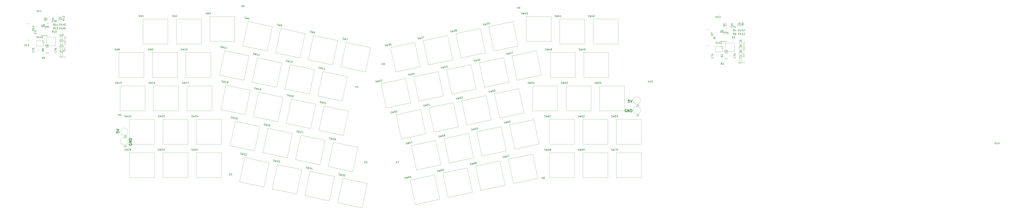
<source format=gbr>
%TF.GenerationSoftware,KiCad,Pcbnew,9.0.3*%
%TF.CreationDate,2025-11-23T22:31:57-05:00*%
%TF.ProjectId,Wren,5772656e-2e6b-4696-9361-645f70636258,rev?*%
%TF.SameCoordinates,Original*%
%TF.FileFunction,Legend,Top*%
%TF.FilePolarity,Positive*%
%FSLAX46Y46*%
G04 Gerber Fmt 4.6, Leading zero omitted, Abs format (unit mm)*
G04 Created by KiCad (PCBNEW 9.0.3) date 2025-11-23 22:31:57*
%MOMM*%
%LPD*%
G01*
G04 APERTURE LIST*
%ADD10C,0.100000*%
%ADD11C,0.300000*%
%ADD12C,0.150000*%
%ADD13C,0.120000*%
%ADD14C,0.127000*%
%ADD15C,0.200000*%
G04 APERTURE END LIST*
D10*
X477770038Y-149472306D02*
X477722419Y-149567544D01*
X477722419Y-149567544D02*
X477722419Y-149710401D01*
X477722419Y-149710401D02*
X477770038Y-149853258D01*
X477770038Y-149853258D02*
X477865276Y-149948496D01*
X477865276Y-149948496D02*
X477960514Y-149996115D01*
X477960514Y-149996115D02*
X478150990Y-150043734D01*
X478150990Y-150043734D02*
X478293847Y-150043734D01*
X478293847Y-150043734D02*
X478484323Y-149996115D01*
X478484323Y-149996115D02*
X478579561Y-149948496D01*
X478579561Y-149948496D02*
X478674800Y-149853258D01*
X478674800Y-149853258D02*
X478722419Y-149710401D01*
X478722419Y-149710401D02*
X478722419Y-149615163D01*
X478722419Y-149615163D02*
X478674800Y-149472306D01*
X478674800Y-149472306D02*
X478627180Y-149424687D01*
X478627180Y-149424687D02*
X478293847Y-149424687D01*
X478293847Y-149424687D02*
X478293847Y-149615163D01*
X478722419Y-148996115D02*
X477722419Y-148996115D01*
X477722419Y-148996115D02*
X478722419Y-148424687D01*
X478722419Y-148424687D02*
X477722419Y-148424687D01*
X478722419Y-147948496D02*
X477722419Y-147948496D01*
X477722419Y-147948496D02*
X477722419Y-147710401D01*
X477722419Y-147710401D02*
X477770038Y-147567544D01*
X477770038Y-147567544D02*
X477865276Y-147472306D01*
X477865276Y-147472306D02*
X477960514Y-147424687D01*
X477960514Y-147424687D02*
X478150990Y-147377068D01*
X478150990Y-147377068D02*
X478293847Y-147377068D01*
X478293847Y-147377068D02*
X478484323Y-147424687D01*
X478484323Y-147424687D02*
X478579561Y-147472306D01*
X478579561Y-147472306D02*
X478674800Y-147567544D01*
X478674800Y-147567544D02*
X478722419Y-147710401D01*
X478722419Y-147710401D02*
X478722419Y-147948496D01*
X475687217Y-156948609D02*
X475830074Y-156996228D01*
X475830074Y-156996228D02*
X475877693Y-157043847D01*
X475877693Y-157043847D02*
X475925312Y-157139085D01*
X475925312Y-157139085D02*
X475925312Y-157281942D01*
X475925312Y-157281942D02*
X475877693Y-157377180D01*
X475877693Y-157377180D02*
X475830074Y-157424800D01*
X475830074Y-157424800D02*
X475734836Y-157472419D01*
X475734836Y-157472419D02*
X475353884Y-157472419D01*
X475353884Y-157472419D02*
X475353884Y-156472419D01*
X475353884Y-156472419D02*
X475687217Y-156472419D01*
X475687217Y-156472419D02*
X475782455Y-156520038D01*
X475782455Y-156520038D02*
X475830074Y-156567657D01*
X475830074Y-156567657D02*
X475877693Y-156662895D01*
X475877693Y-156662895D02*
X475877693Y-156758133D01*
X475877693Y-156758133D02*
X475830074Y-156853371D01*
X475830074Y-156853371D02*
X475782455Y-156900990D01*
X475782455Y-156900990D02*
X475687217Y-156948609D01*
X475687217Y-156948609D02*
X475353884Y-156948609D01*
X476306265Y-157186704D02*
X476782455Y-157186704D01*
X476211027Y-157472419D02*
X476544360Y-156472419D01*
X476544360Y-156472419D02*
X476877693Y-157472419D01*
X477068170Y-156472419D02*
X477639598Y-156472419D01*
X477353884Y-157472419D02*
X477353884Y-156472419D01*
X477972932Y-157091466D02*
X478734837Y-157091466D01*
X478353884Y-157472419D02*
X478353884Y-156710514D01*
D11*
X128372257Y-203359774D02*
X128300828Y-203502632D01*
X128300828Y-203502632D02*
X128300828Y-203716917D01*
X128300828Y-203716917D02*
X128372257Y-203931203D01*
X128372257Y-203931203D02*
X128515114Y-204074060D01*
X128515114Y-204074060D02*
X128657971Y-204145489D01*
X128657971Y-204145489D02*
X128943685Y-204216917D01*
X128943685Y-204216917D02*
X129157971Y-204216917D01*
X129157971Y-204216917D02*
X129443685Y-204145489D01*
X129443685Y-204145489D02*
X129586542Y-204074060D01*
X129586542Y-204074060D02*
X129729400Y-203931203D01*
X129729400Y-203931203D02*
X129800828Y-203716917D01*
X129800828Y-203716917D02*
X129800828Y-203574060D01*
X129800828Y-203574060D02*
X129729400Y-203359774D01*
X129729400Y-203359774D02*
X129657971Y-203288346D01*
X129657971Y-203288346D02*
X129157971Y-203288346D01*
X129157971Y-203288346D02*
X129157971Y-203574060D01*
X129800828Y-202645489D02*
X128300828Y-202645489D01*
X128300828Y-202645489D02*
X129800828Y-201788346D01*
X129800828Y-201788346D02*
X128300828Y-201788346D01*
X129800828Y-201074060D02*
X128300828Y-201074060D01*
X128300828Y-201074060D02*
X128300828Y-200716917D01*
X128300828Y-200716917D02*
X128372257Y-200502631D01*
X128372257Y-200502631D02*
X128515114Y-200359774D01*
X128515114Y-200359774D02*
X128657971Y-200288345D01*
X128657971Y-200288345D02*
X128943685Y-200216917D01*
X128943685Y-200216917D02*
X129157971Y-200216917D01*
X129157971Y-200216917D02*
X129443685Y-200288345D01*
X129443685Y-200288345D02*
X129586542Y-200359774D01*
X129586542Y-200359774D02*
X129729400Y-200502631D01*
X129729400Y-200502631D02*
X129800828Y-200716917D01*
X129800828Y-200716917D02*
X129800828Y-201074060D01*
D10*
X89137217Y-153698609D02*
X89280074Y-153746228D01*
X89280074Y-153746228D02*
X89327693Y-153793847D01*
X89327693Y-153793847D02*
X89375312Y-153889085D01*
X89375312Y-153889085D02*
X89375312Y-154031942D01*
X89375312Y-154031942D02*
X89327693Y-154127180D01*
X89327693Y-154127180D02*
X89280074Y-154174800D01*
X89280074Y-154174800D02*
X89184836Y-154222419D01*
X89184836Y-154222419D02*
X88803884Y-154222419D01*
X88803884Y-154222419D02*
X88803884Y-153222419D01*
X88803884Y-153222419D02*
X89137217Y-153222419D01*
X89137217Y-153222419D02*
X89232455Y-153270038D01*
X89232455Y-153270038D02*
X89280074Y-153317657D01*
X89280074Y-153317657D02*
X89327693Y-153412895D01*
X89327693Y-153412895D02*
X89327693Y-153508133D01*
X89327693Y-153508133D02*
X89280074Y-153603371D01*
X89280074Y-153603371D02*
X89232455Y-153650990D01*
X89232455Y-153650990D02*
X89137217Y-153698609D01*
X89137217Y-153698609D02*
X88803884Y-153698609D01*
X89756265Y-153936704D02*
X90232455Y-153936704D01*
X89661027Y-154222419D02*
X89994360Y-153222419D01*
X89994360Y-153222419D02*
X90327693Y-154222419D01*
X90518170Y-153222419D02*
X91089598Y-153222419D01*
X90803884Y-154222419D02*
X90803884Y-153222419D01*
X91422932Y-153841466D02*
X92184837Y-153841466D01*
X91803884Y-154222419D02*
X91803884Y-153460514D01*
D11*
X121150828Y-196381203D02*
X121150828Y-197095489D01*
X121150828Y-197095489D02*
X121865114Y-197166917D01*
X121865114Y-197166917D02*
X121793685Y-197095489D01*
X121793685Y-197095489D02*
X121722257Y-196952632D01*
X121722257Y-196952632D02*
X121722257Y-196595489D01*
X121722257Y-196595489D02*
X121793685Y-196452632D01*
X121793685Y-196452632D02*
X121865114Y-196381203D01*
X121865114Y-196381203D02*
X122007971Y-196309774D01*
X122007971Y-196309774D02*
X122365114Y-196309774D01*
X122365114Y-196309774D02*
X122507971Y-196381203D01*
X122507971Y-196381203D02*
X122579400Y-196452632D01*
X122579400Y-196452632D02*
X122650828Y-196595489D01*
X122650828Y-196595489D02*
X122650828Y-196952632D01*
X122650828Y-196952632D02*
X122579400Y-197095489D01*
X122579400Y-197095489D02*
X122507971Y-197166917D01*
X121150828Y-195881203D02*
X122650828Y-195381203D01*
X122650828Y-195381203D02*
X121150828Y-194881203D01*
D10*
X477822419Y-146219925D02*
X477822419Y-146696115D01*
X477822419Y-146696115D02*
X478298609Y-146743734D01*
X478298609Y-146743734D02*
X478250990Y-146696115D01*
X478250990Y-146696115D02*
X478203371Y-146600877D01*
X478203371Y-146600877D02*
X478203371Y-146362782D01*
X478203371Y-146362782D02*
X478250990Y-146267544D01*
X478250990Y-146267544D02*
X478298609Y-146219925D01*
X478298609Y-146219925D02*
X478393847Y-146172306D01*
X478393847Y-146172306D02*
X478631942Y-146172306D01*
X478631942Y-146172306D02*
X478727180Y-146219925D01*
X478727180Y-146219925D02*
X478774800Y-146267544D01*
X478774800Y-146267544D02*
X478822419Y-146362782D01*
X478822419Y-146362782D02*
X478822419Y-146600877D01*
X478822419Y-146600877D02*
X478774800Y-146696115D01*
X478774800Y-146696115D02*
X478727180Y-146743734D01*
X477822419Y-145886591D02*
X478822419Y-145553258D01*
X478822419Y-145553258D02*
X477822419Y-145219925D01*
X91272419Y-142969925D02*
X91272419Y-143446115D01*
X91272419Y-143446115D02*
X91748609Y-143493734D01*
X91748609Y-143493734D02*
X91700990Y-143446115D01*
X91700990Y-143446115D02*
X91653371Y-143350877D01*
X91653371Y-143350877D02*
X91653371Y-143112782D01*
X91653371Y-143112782D02*
X91700990Y-143017544D01*
X91700990Y-143017544D02*
X91748609Y-142969925D01*
X91748609Y-142969925D02*
X91843847Y-142922306D01*
X91843847Y-142922306D02*
X92081942Y-142922306D01*
X92081942Y-142922306D02*
X92177180Y-142969925D01*
X92177180Y-142969925D02*
X92224800Y-143017544D01*
X92224800Y-143017544D02*
X92272419Y-143112782D01*
X92272419Y-143112782D02*
X92272419Y-143350877D01*
X92272419Y-143350877D02*
X92224800Y-143446115D01*
X92224800Y-143446115D02*
X92177180Y-143493734D01*
X91272419Y-142636591D02*
X92272419Y-142303258D01*
X92272419Y-142303258D02*
X91272419Y-141969925D01*
D11*
X413118796Y-178300828D02*
X412404510Y-178300828D01*
X412404510Y-178300828D02*
X412333082Y-179015114D01*
X412333082Y-179015114D02*
X412404510Y-178943685D01*
X412404510Y-178943685D02*
X412547368Y-178872257D01*
X412547368Y-178872257D02*
X412904510Y-178872257D01*
X412904510Y-178872257D02*
X413047368Y-178943685D01*
X413047368Y-178943685D02*
X413118796Y-179015114D01*
X413118796Y-179015114D02*
X413190225Y-179157971D01*
X413190225Y-179157971D02*
X413190225Y-179515114D01*
X413190225Y-179515114D02*
X413118796Y-179657971D01*
X413118796Y-179657971D02*
X413047368Y-179729400D01*
X413047368Y-179729400D02*
X412904510Y-179800828D01*
X412904510Y-179800828D02*
X412547368Y-179800828D01*
X412547368Y-179800828D02*
X412404510Y-179729400D01*
X412404510Y-179729400D02*
X412333082Y-179657971D01*
X413618796Y-178300828D02*
X414118796Y-179800828D01*
X414118796Y-179800828D02*
X414618796Y-178300828D01*
X411490225Y-183772257D02*
X411347368Y-183700828D01*
X411347368Y-183700828D02*
X411133082Y-183700828D01*
X411133082Y-183700828D02*
X410918796Y-183772257D01*
X410918796Y-183772257D02*
X410775939Y-183915114D01*
X410775939Y-183915114D02*
X410704510Y-184057971D01*
X410704510Y-184057971D02*
X410633082Y-184343685D01*
X410633082Y-184343685D02*
X410633082Y-184557971D01*
X410633082Y-184557971D02*
X410704510Y-184843685D01*
X410704510Y-184843685D02*
X410775939Y-184986542D01*
X410775939Y-184986542D02*
X410918796Y-185129400D01*
X410918796Y-185129400D02*
X411133082Y-185200828D01*
X411133082Y-185200828D02*
X411275939Y-185200828D01*
X411275939Y-185200828D02*
X411490225Y-185129400D01*
X411490225Y-185129400D02*
X411561653Y-185057971D01*
X411561653Y-185057971D02*
X411561653Y-184557971D01*
X411561653Y-184557971D02*
X411275939Y-184557971D01*
X412204510Y-185200828D02*
X412204510Y-183700828D01*
X412204510Y-183700828D02*
X413061653Y-185200828D01*
X413061653Y-185200828D02*
X413061653Y-183700828D01*
X413775939Y-185200828D02*
X413775939Y-183700828D01*
X413775939Y-183700828D02*
X414133082Y-183700828D01*
X414133082Y-183700828D02*
X414347368Y-183772257D01*
X414347368Y-183772257D02*
X414490225Y-183915114D01*
X414490225Y-183915114D02*
X414561654Y-184057971D01*
X414561654Y-184057971D02*
X414633082Y-184343685D01*
X414633082Y-184343685D02*
X414633082Y-184557971D01*
X414633082Y-184557971D02*
X414561654Y-184843685D01*
X414561654Y-184843685D02*
X414490225Y-184986542D01*
X414490225Y-184986542D02*
X414347368Y-185129400D01*
X414347368Y-185129400D02*
X414133082Y-185200828D01*
X414133082Y-185200828D02*
X413775939Y-185200828D01*
D10*
X91220038Y-146222306D02*
X91172419Y-146317544D01*
X91172419Y-146317544D02*
X91172419Y-146460401D01*
X91172419Y-146460401D02*
X91220038Y-146603258D01*
X91220038Y-146603258D02*
X91315276Y-146698496D01*
X91315276Y-146698496D02*
X91410514Y-146746115D01*
X91410514Y-146746115D02*
X91600990Y-146793734D01*
X91600990Y-146793734D02*
X91743847Y-146793734D01*
X91743847Y-146793734D02*
X91934323Y-146746115D01*
X91934323Y-146746115D02*
X92029561Y-146698496D01*
X92029561Y-146698496D02*
X92124800Y-146603258D01*
X92124800Y-146603258D02*
X92172419Y-146460401D01*
X92172419Y-146460401D02*
X92172419Y-146365163D01*
X92172419Y-146365163D02*
X92124800Y-146222306D01*
X92124800Y-146222306D02*
X92077180Y-146174687D01*
X92077180Y-146174687D02*
X91743847Y-146174687D01*
X91743847Y-146174687D02*
X91743847Y-146365163D01*
X92172419Y-145746115D02*
X91172419Y-145746115D01*
X91172419Y-145746115D02*
X92172419Y-145174687D01*
X92172419Y-145174687D02*
X91172419Y-145174687D01*
X92172419Y-144698496D02*
X91172419Y-144698496D01*
X91172419Y-144698496D02*
X91172419Y-144460401D01*
X91172419Y-144460401D02*
X91220038Y-144317544D01*
X91220038Y-144317544D02*
X91315276Y-144222306D01*
X91315276Y-144222306D02*
X91410514Y-144174687D01*
X91410514Y-144174687D02*
X91600990Y-144127068D01*
X91600990Y-144127068D02*
X91743847Y-144127068D01*
X91743847Y-144127068D02*
X91934323Y-144174687D01*
X91934323Y-144174687D02*
X92029561Y-144222306D01*
X92029561Y-144222306D02*
X92124800Y-144317544D01*
X92124800Y-144317544D02*
X92172419Y-144460401D01*
X92172419Y-144460401D02*
X92172419Y-144698496D01*
X478098609Y-153362782D02*
X478146228Y-153219925D01*
X478146228Y-153219925D02*
X478193847Y-153172306D01*
X478193847Y-153172306D02*
X478289085Y-153124687D01*
X478289085Y-153124687D02*
X478431942Y-153124687D01*
X478431942Y-153124687D02*
X478527180Y-153172306D01*
X478527180Y-153172306D02*
X478574800Y-153219925D01*
X478574800Y-153219925D02*
X478622419Y-153315163D01*
X478622419Y-153315163D02*
X478622419Y-153696115D01*
X478622419Y-153696115D02*
X477622419Y-153696115D01*
X477622419Y-153696115D02*
X477622419Y-153362782D01*
X477622419Y-153362782D02*
X477670038Y-153267544D01*
X477670038Y-153267544D02*
X477717657Y-153219925D01*
X477717657Y-153219925D02*
X477812895Y-153172306D01*
X477812895Y-153172306D02*
X477908133Y-153172306D01*
X477908133Y-153172306D02*
X478003371Y-153219925D01*
X478003371Y-153219925D02*
X478050990Y-153267544D01*
X478050990Y-153267544D02*
X478098609Y-153362782D01*
X478098609Y-153362782D02*
X478098609Y-153696115D01*
X478336704Y-152743734D02*
X478336704Y-152267544D01*
X478622419Y-152838972D02*
X477622419Y-152505639D01*
X477622419Y-152505639D02*
X478622419Y-152172306D01*
X477622419Y-151981829D02*
X477622419Y-151410401D01*
X478622419Y-151696115D02*
X477622419Y-151696115D01*
X478241466Y-151077067D02*
X478241466Y-150315163D01*
X91548609Y-150112782D02*
X91596228Y-149969925D01*
X91596228Y-149969925D02*
X91643847Y-149922306D01*
X91643847Y-149922306D02*
X91739085Y-149874687D01*
X91739085Y-149874687D02*
X91881942Y-149874687D01*
X91881942Y-149874687D02*
X91977180Y-149922306D01*
X91977180Y-149922306D02*
X92024800Y-149969925D01*
X92024800Y-149969925D02*
X92072419Y-150065163D01*
X92072419Y-150065163D02*
X92072419Y-150446115D01*
X92072419Y-150446115D02*
X91072419Y-150446115D01*
X91072419Y-150446115D02*
X91072419Y-150112782D01*
X91072419Y-150112782D02*
X91120038Y-150017544D01*
X91120038Y-150017544D02*
X91167657Y-149969925D01*
X91167657Y-149969925D02*
X91262895Y-149922306D01*
X91262895Y-149922306D02*
X91358133Y-149922306D01*
X91358133Y-149922306D02*
X91453371Y-149969925D01*
X91453371Y-149969925D02*
X91500990Y-150017544D01*
X91500990Y-150017544D02*
X91548609Y-150112782D01*
X91548609Y-150112782D02*
X91548609Y-150446115D01*
X91786704Y-149493734D02*
X91786704Y-149017544D01*
X92072419Y-149588972D02*
X91072419Y-149255639D01*
X91072419Y-149255639D02*
X92072419Y-148922306D01*
X91072419Y-148731829D02*
X91072419Y-148160401D01*
X92072419Y-148446115D02*
X91072419Y-148446115D01*
X91691466Y-147827067D02*
X91691466Y-147065163D01*
D12*
X249902738Y-143745616D02*
X250032572Y-143821896D01*
X250032572Y-143821896D02*
X250265465Y-143871399D01*
X250265465Y-143871399D02*
X250368522Y-143844621D01*
X250368522Y-143844621D02*
X250425001Y-143807943D01*
X250425001Y-143807943D02*
X250491381Y-143724687D01*
X250491381Y-143724687D02*
X250511182Y-143631530D01*
X250511182Y-143631530D02*
X250484404Y-143528473D01*
X250484404Y-143528473D02*
X250447727Y-143471994D01*
X250447727Y-143471994D02*
X250364470Y-143405614D01*
X250364470Y-143405614D02*
X250188057Y-143319433D01*
X250188057Y-143319433D02*
X250104801Y-143253054D01*
X250104801Y-143253054D02*
X250068123Y-143196575D01*
X250068123Y-143196575D02*
X250041345Y-143093517D01*
X250041345Y-143093517D02*
X250061146Y-143000360D01*
X250061146Y-143000360D02*
X250127526Y-142917104D01*
X250127526Y-142917104D02*
X250184005Y-142880426D01*
X250184005Y-142880426D02*
X250287063Y-142853649D01*
X250287063Y-142853649D02*
X250519955Y-142903152D01*
X250519955Y-142903152D02*
X250649790Y-142979432D01*
X250985739Y-143002157D02*
X251010720Y-144029808D01*
X251010720Y-144029808D02*
X251345542Y-143370733D01*
X251345542Y-143370733D02*
X251383348Y-144109012D01*
X251383348Y-144109012D02*
X251824152Y-143180367D01*
X252103622Y-143239770D02*
X252755721Y-143378378D01*
X252755721Y-143378378D02*
X252128603Y-144267421D01*
X158500476Y-169007200D02*
X158643333Y-169054819D01*
X158643333Y-169054819D02*
X158881428Y-169054819D01*
X158881428Y-169054819D02*
X158976666Y-169007200D01*
X158976666Y-169007200D02*
X159024285Y-168959580D01*
X159024285Y-168959580D02*
X159071904Y-168864342D01*
X159071904Y-168864342D02*
X159071904Y-168769104D01*
X159071904Y-168769104D02*
X159024285Y-168673866D01*
X159024285Y-168673866D02*
X158976666Y-168626247D01*
X158976666Y-168626247D02*
X158881428Y-168578628D01*
X158881428Y-168578628D02*
X158690952Y-168531009D01*
X158690952Y-168531009D02*
X158595714Y-168483390D01*
X158595714Y-168483390D02*
X158548095Y-168435771D01*
X158548095Y-168435771D02*
X158500476Y-168340533D01*
X158500476Y-168340533D02*
X158500476Y-168245295D01*
X158500476Y-168245295D02*
X158548095Y-168150057D01*
X158548095Y-168150057D02*
X158595714Y-168102438D01*
X158595714Y-168102438D02*
X158690952Y-168054819D01*
X158690952Y-168054819D02*
X158929047Y-168054819D01*
X158929047Y-168054819D02*
X159071904Y-168102438D01*
X159405238Y-168054819D02*
X159643333Y-169054819D01*
X159643333Y-169054819D02*
X159833809Y-168340533D01*
X159833809Y-168340533D02*
X160024285Y-169054819D01*
X160024285Y-169054819D02*
X160262381Y-168054819D01*
X161167142Y-169054819D02*
X160595714Y-169054819D01*
X160881428Y-169054819D02*
X160881428Y-168054819D01*
X160881428Y-168054819D02*
X160786190Y-168197676D01*
X160786190Y-168197676D02*
X160690952Y-168292914D01*
X160690952Y-168292914D02*
X160595714Y-168340533D01*
X161500476Y-168054819D02*
X162167142Y-168054819D01*
X162167142Y-168054819D02*
X161738571Y-169054819D01*
X355283405Y-169014323D02*
X355426262Y-169061942D01*
X355426262Y-169061942D02*
X355664357Y-169061942D01*
X355664357Y-169061942D02*
X355759595Y-169014323D01*
X355759595Y-169014323D02*
X355807214Y-168966703D01*
X355807214Y-168966703D02*
X355854833Y-168871465D01*
X355854833Y-168871465D02*
X355854833Y-168776227D01*
X355854833Y-168776227D02*
X355807214Y-168680989D01*
X355807214Y-168680989D02*
X355759595Y-168633370D01*
X355759595Y-168633370D02*
X355664357Y-168585751D01*
X355664357Y-168585751D02*
X355473881Y-168538132D01*
X355473881Y-168538132D02*
X355378643Y-168490513D01*
X355378643Y-168490513D02*
X355331024Y-168442894D01*
X355331024Y-168442894D02*
X355283405Y-168347656D01*
X355283405Y-168347656D02*
X355283405Y-168252418D01*
X355283405Y-168252418D02*
X355331024Y-168157180D01*
X355331024Y-168157180D02*
X355378643Y-168109561D01*
X355378643Y-168109561D02*
X355473881Y-168061942D01*
X355473881Y-168061942D02*
X355711976Y-168061942D01*
X355711976Y-168061942D02*
X355854833Y-168109561D01*
X356188167Y-168061942D02*
X356426262Y-169061942D01*
X356426262Y-169061942D02*
X356616738Y-168347656D01*
X356616738Y-168347656D02*
X356807214Y-169061942D01*
X356807214Y-169061942D02*
X357045310Y-168061942D01*
X357902452Y-168061942D02*
X357426262Y-168061942D01*
X357426262Y-168061942D02*
X357378643Y-168538132D01*
X357378643Y-168538132D02*
X357426262Y-168490513D01*
X357426262Y-168490513D02*
X357521500Y-168442894D01*
X357521500Y-168442894D02*
X357759595Y-168442894D01*
X357759595Y-168442894D02*
X357854833Y-168490513D01*
X357854833Y-168490513D02*
X357902452Y-168538132D01*
X357902452Y-168538132D02*
X357950071Y-168633370D01*
X357950071Y-168633370D02*
X357950071Y-168871465D01*
X357950071Y-168871465D02*
X357902452Y-168966703D01*
X357902452Y-168966703D02*
X357854833Y-169014323D01*
X357854833Y-169014323D02*
X357759595Y-169061942D01*
X357759595Y-169061942D02*
X357521500Y-169061942D01*
X357521500Y-169061942D02*
X357426262Y-169014323D01*
X357426262Y-169014323D02*
X357378643Y-168966703D01*
X358807214Y-168395275D02*
X358807214Y-169061942D01*
X358569119Y-168014323D02*
X358331024Y-168728608D01*
X358331024Y-168728608D02*
X358950071Y-168728608D01*
X86904580Y-150592857D02*
X86952200Y-150640476D01*
X86952200Y-150640476D02*
X86999819Y-150783333D01*
X86999819Y-150783333D02*
X86999819Y-150878571D01*
X86999819Y-150878571D02*
X86952200Y-151021428D01*
X86952200Y-151021428D02*
X86856961Y-151116666D01*
X86856961Y-151116666D02*
X86761723Y-151164285D01*
X86761723Y-151164285D02*
X86571247Y-151211904D01*
X86571247Y-151211904D02*
X86428390Y-151211904D01*
X86428390Y-151211904D02*
X86237914Y-151164285D01*
X86237914Y-151164285D02*
X86142676Y-151116666D01*
X86142676Y-151116666D02*
X86047438Y-151021428D01*
X86047438Y-151021428D02*
X85999819Y-150878571D01*
X85999819Y-150878571D02*
X85999819Y-150783333D01*
X85999819Y-150783333D02*
X86047438Y-150640476D01*
X86047438Y-150640476D02*
X86095057Y-150592857D01*
X85999819Y-150259523D02*
X85999819Y-149592857D01*
X85999819Y-149592857D02*
X86999819Y-150021428D01*
X85999819Y-148783333D02*
X85999819Y-148973809D01*
X85999819Y-148973809D02*
X86047438Y-149069047D01*
X86047438Y-149069047D02*
X86095057Y-149116666D01*
X86095057Y-149116666D02*
X86237914Y-149211904D01*
X86237914Y-149211904D02*
X86428390Y-149259523D01*
X86428390Y-149259523D02*
X86809342Y-149259523D01*
X86809342Y-149259523D02*
X86904580Y-149211904D01*
X86904580Y-149211904D02*
X86952200Y-149164285D01*
X86952200Y-149164285D02*
X86999819Y-149069047D01*
X86999819Y-149069047D02*
X86999819Y-148878571D01*
X86999819Y-148878571D02*
X86952200Y-148783333D01*
X86952200Y-148783333D02*
X86904580Y-148735714D01*
X86904580Y-148735714D02*
X86809342Y-148688095D01*
X86809342Y-148688095D02*
X86571247Y-148688095D01*
X86571247Y-148688095D02*
X86476009Y-148735714D01*
X86476009Y-148735714D02*
X86428390Y-148783333D01*
X86428390Y-148783333D02*
X86380771Y-148878571D01*
X86380771Y-148878571D02*
X86380771Y-149069047D01*
X86380771Y-149069047D02*
X86428390Y-149164285D01*
X86428390Y-149164285D02*
X86476009Y-149211904D01*
X86476009Y-149211904D02*
X86571247Y-149259523D01*
X467301595Y-149954819D02*
X467301595Y-150764342D01*
X467301595Y-150764342D02*
X467349214Y-150859580D01*
X467349214Y-150859580D02*
X467396833Y-150907200D01*
X467396833Y-150907200D02*
X467492071Y-150954819D01*
X467492071Y-150954819D02*
X467682547Y-150954819D01*
X467682547Y-150954819D02*
X467777785Y-150907200D01*
X467777785Y-150907200D02*
X467825404Y-150859580D01*
X467825404Y-150859580D02*
X467873023Y-150764342D01*
X467873023Y-150764342D02*
X467873023Y-149954819D01*
X468253976Y-149954819D02*
X468873023Y-149954819D01*
X468873023Y-149954819D02*
X468539690Y-150335771D01*
X468539690Y-150335771D02*
X468682547Y-150335771D01*
X468682547Y-150335771D02*
X468777785Y-150383390D01*
X468777785Y-150383390D02*
X468825404Y-150431009D01*
X468825404Y-150431009D02*
X468873023Y-150526247D01*
X468873023Y-150526247D02*
X468873023Y-150764342D01*
X468873023Y-150764342D02*
X468825404Y-150859580D01*
X468825404Y-150859580D02*
X468777785Y-150907200D01*
X468777785Y-150907200D02*
X468682547Y-150954819D01*
X468682547Y-150954819D02*
X468396833Y-150954819D01*
X468396833Y-150954819D02*
X468301595Y-150907200D01*
X468301595Y-150907200D02*
X468253976Y-150859580D01*
X374333405Y-169014323D02*
X374476262Y-169061942D01*
X374476262Y-169061942D02*
X374714357Y-169061942D01*
X374714357Y-169061942D02*
X374809595Y-169014323D01*
X374809595Y-169014323D02*
X374857214Y-168966703D01*
X374857214Y-168966703D02*
X374904833Y-168871465D01*
X374904833Y-168871465D02*
X374904833Y-168776227D01*
X374904833Y-168776227D02*
X374857214Y-168680989D01*
X374857214Y-168680989D02*
X374809595Y-168633370D01*
X374809595Y-168633370D02*
X374714357Y-168585751D01*
X374714357Y-168585751D02*
X374523881Y-168538132D01*
X374523881Y-168538132D02*
X374428643Y-168490513D01*
X374428643Y-168490513D02*
X374381024Y-168442894D01*
X374381024Y-168442894D02*
X374333405Y-168347656D01*
X374333405Y-168347656D02*
X374333405Y-168252418D01*
X374333405Y-168252418D02*
X374381024Y-168157180D01*
X374381024Y-168157180D02*
X374428643Y-168109561D01*
X374428643Y-168109561D02*
X374523881Y-168061942D01*
X374523881Y-168061942D02*
X374761976Y-168061942D01*
X374761976Y-168061942D02*
X374904833Y-168109561D01*
X375238167Y-168061942D02*
X375476262Y-169061942D01*
X375476262Y-169061942D02*
X375666738Y-168347656D01*
X375666738Y-168347656D02*
X375857214Y-169061942D01*
X375857214Y-169061942D02*
X376095310Y-168061942D01*
X376952452Y-168061942D02*
X376476262Y-168061942D01*
X376476262Y-168061942D02*
X376428643Y-168538132D01*
X376428643Y-168538132D02*
X376476262Y-168490513D01*
X376476262Y-168490513D02*
X376571500Y-168442894D01*
X376571500Y-168442894D02*
X376809595Y-168442894D01*
X376809595Y-168442894D02*
X376904833Y-168490513D01*
X376904833Y-168490513D02*
X376952452Y-168538132D01*
X376952452Y-168538132D02*
X377000071Y-168633370D01*
X377000071Y-168633370D02*
X377000071Y-168871465D01*
X377000071Y-168871465D02*
X376952452Y-168966703D01*
X376952452Y-168966703D02*
X376904833Y-169014323D01*
X376904833Y-169014323D02*
X376809595Y-169061942D01*
X376809595Y-169061942D02*
X376571500Y-169061942D01*
X376571500Y-169061942D02*
X376476262Y-169014323D01*
X376476262Y-169014323D02*
X376428643Y-168966703D01*
X377904833Y-168061942D02*
X377428643Y-168061942D01*
X377428643Y-168061942D02*
X377381024Y-168538132D01*
X377381024Y-168538132D02*
X377428643Y-168490513D01*
X377428643Y-168490513D02*
X377523881Y-168442894D01*
X377523881Y-168442894D02*
X377761976Y-168442894D01*
X377761976Y-168442894D02*
X377857214Y-168490513D01*
X377857214Y-168490513D02*
X377904833Y-168538132D01*
X377904833Y-168538132D02*
X377952452Y-168633370D01*
X377952452Y-168633370D02*
X377952452Y-168871465D01*
X377952452Y-168871465D02*
X377904833Y-168966703D01*
X377904833Y-168966703D02*
X377857214Y-169014323D01*
X377857214Y-169014323D02*
X377761976Y-169061942D01*
X377761976Y-169061942D02*
X377523881Y-169061942D01*
X377523881Y-169061942D02*
X377428643Y-169014323D01*
X377428643Y-169014323D02*
X377381024Y-168966703D01*
X475197024Y-139074819D02*
X475197024Y-138074819D01*
X475197024Y-138074819D02*
X475435119Y-138074819D01*
X475435119Y-138074819D02*
X475577976Y-138122438D01*
X475577976Y-138122438D02*
X475673214Y-138217676D01*
X475673214Y-138217676D02*
X475720833Y-138312914D01*
X475720833Y-138312914D02*
X475768452Y-138503390D01*
X475768452Y-138503390D02*
X475768452Y-138646247D01*
X475768452Y-138646247D02*
X475720833Y-138836723D01*
X475720833Y-138836723D02*
X475673214Y-138931961D01*
X475673214Y-138931961D02*
X475577976Y-139027200D01*
X475577976Y-139027200D02*
X475435119Y-139074819D01*
X475435119Y-139074819D02*
X475197024Y-139074819D01*
X476720833Y-139074819D02*
X476149405Y-139074819D01*
X476435119Y-139074819D02*
X476435119Y-138074819D01*
X476435119Y-138074819D02*
X476339881Y-138217676D01*
X476339881Y-138217676D02*
X476244643Y-138312914D01*
X476244643Y-138312914D02*
X476149405Y-138360533D01*
X477577976Y-138408152D02*
X477577976Y-139074819D01*
X477339881Y-138027200D02*
X477101786Y-138741485D01*
X477101786Y-138741485D02*
X477720833Y-138741485D01*
X478054167Y-138170057D02*
X478101786Y-138122438D01*
X478101786Y-138122438D02*
X478197024Y-138074819D01*
X478197024Y-138074819D02*
X478435119Y-138074819D01*
X478435119Y-138074819D02*
X478530357Y-138122438D01*
X478530357Y-138122438D02*
X478577976Y-138170057D01*
X478577976Y-138170057D02*
X478625595Y-138265295D01*
X478625595Y-138265295D02*
X478625595Y-138360533D01*
X478625595Y-138360533D02*
X478577976Y-138503390D01*
X478577976Y-138503390D02*
X478006548Y-139074819D01*
X478006548Y-139074819D02*
X478625595Y-139074819D01*
X475916666Y-144056819D02*
X475916666Y-144771104D01*
X475916666Y-144771104D02*
X475869047Y-144913961D01*
X475869047Y-144913961D02*
X475773809Y-145009200D01*
X475773809Y-145009200D02*
X475630952Y-145056819D01*
X475630952Y-145056819D02*
X475535714Y-145056819D01*
X476869047Y-144056819D02*
X476392857Y-144056819D01*
X476392857Y-144056819D02*
X476345238Y-144533009D01*
X476345238Y-144533009D02*
X476392857Y-144485390D01*
X476392857Y-144485390D02*
X476488095Y-144437771D01*
X476488095Y-144437771D02*
X476726190Y-144437771D01*
X476726190Y-144437771D02*
X476821428Y-144485390D01*
X476821428Y-144485390D02*
X476869047Y-144533009D01*
X476869047Y-144533009D02*
X476916666Y-144628247D01*
X476916666Y-144628247D02*
X476916666Y-144866342D01*
X476916666Y-144866342D02*
X476869047Y-144961580D01*
X476869047Y-144961580D02*
X476821428Y-145009200D01*
X476821428Y-145009200D02*
X476726190Y-145056819D01*
X476726190Y-145056819D02*
X476488095Y-145056819D01*
X476488095Y-145056819D02*
X476392857Y-145009200D01*
X476392857Y-145009200D02*
X476345238Y-144961580D01*
X257238095Y-171304819D02*
X257238095Y-170304819D01*
X257238095Y-170781009D02*
X257809523Y-170781009D01*
X257809523Y-171304819D02*
X257809523Y-170304819D01*
X258809523Y-171304819D02*
X258238095Y-171304819D01*
X258523809Y-171304819D02*
X258523809Y-170304819D01*
X258523809Y-170304819D02*
X258428571Y-170447676D01*
X258428571Y-170447676D02*
X258333333Y-170542914D01*
X258333333Y-170542914D02*
X258238095Y-170590533D01*
X277360004Y-186002899D02*
X277509640Y-186019776D01*
X277509640Y-186019776D02*
X277742532Y-185970273D01*
X277742532Y-185970273D02*
X277825788Y-185903894D01*
X277825788Y-185903894D02*
X277862466Y-185847415D01*
X277862466Y-185847415D02*
X277889244Y-185744357D01*
X277889244Y-185744357D02*
X277869442Y-185651200D01*
X277869442Y-185651200D02*
X277803063Y-185567944D01*
X277803063Y-185567944D02*
X277746584Y-185531266D01*
X277746584Y-185531266D02*
X277643526Y-185504489D01*
X277643526Y-185504489D02*
X277447312Y-185497513D01*
X277447312Y-185497513D02*
X277344255Y-185470735D01*
X277344255Y-185470735D02*
X277287776Y-185434057D01*
X277287776Y-185434057D02*
X277221396Y-185350801D01*
X277221396Y-185350801D02*
X277201595Y-185257644D01*
X277201595Y-185257644D02*
X277228372Y-185154587D01*
X277228372Y-185154587D02*
X277265050Y-185098108D01*
X277265050Y-185098108D02*
X277348306Y-185031728D01*
X277348306Y-185031728D02*
X277581199Y-184982225D01*
X277581199Y-184982225D02*
X277730835Y-184999102D01*
X278046983Y-184883220D02*
X278487787Y-185811864D01*
X278487787Y-185811864D02*
X278525593Y-185073585D01*
X278525593Y-185073585D02*
X278860415Y-185732660D01*
X278860415Y-185732660D02*
X278885396Y-184705010D01*
X279723808Y-184526800D02*
X279258023Y-184625805D01*
X279258023Y-184625805D02*
X279310450Y-185101490D01*
X279310450Y-185101490D02*
X279347128Y-185045011D01*
X279347128Y-185045011D02*
X279430384Y-184978632D01*
X279430384Y-184978632D02*
X279663277Y-184929129D01*
X279663277Y-184929129D02*
X279766334Y-184955906D01*
X279766334Y-184955906D02*
X279822813Y-184992584D01*
X279822813Y-184992584D02*
X279889193Y-185075841D01*
X279889193Y-185075841D02*
X279938696Y-185308733D01*
X279938696Y-185308733D02*
X279911918Y-185411790D01*
X279911918Y-185411790D02*
X279875240Y-185468269D01*
X279875240Y-185468269D02*
X279791984Y-185534649D01*
X279791984Y-185534649D02*
X279559092Y-185584152D01*
X279559092Y-185584152D02*
X279456034Y-185557374D01*
X279456034Y-185557374D02*
X279399555Y-185520696D01*
X280375906Y-184388192D02*
X280469063Y-184368391D01*
X280469063Y-184368391D02*
X280572121Y-184395168D01*
X280572121Y-184395168D02*
X280628600Y-184431846D01*
X280628600Y-184431846D02*
X280694979Y-184515102D01*
X280694979Y-184515102D02*
X280781160Y-184691516D01*
X280781160Y-184691516D02*
X280830663Y-184924408D01*
X280830663Y-184924408D02*
X280823686Y-185120622D01*
X280823686Y-185120622D02*
X280796909Y-185223680D01*
X280796909Y-185223680D02*
X280760231Y-185280159D01*
X280760231Y-185280159D02*
X280676975Y-185346538D01*
X280676975Y-185346538D02*
X280583818Y-185366339D01*
X280583818Y-185366339D02*
X280480760Y-185339562D01*
X280480760Y-185339562D02*
X280424281Y-185302884D01*
X280424281Y-185302884D02*
X280357902Y-185219628D01*
X280357902Y-185219628D02*
X280271721Y-185043215D01*
X280271721Y-185043215D02*
X280222218Y-184810322D01*
X280222218Y-184810322D02*
X280229195Y-184614108D01*
X280229195Y-184614108D02*
X280255972Y-184511050D01*
X280255972Y-184511050D02*
X280292650Y-184454571D01*
X280292650Y-184454571D02*
X280375906Y-184388192D01*
X236159333Y-160299922D02*
X236289168Y-160376202D01*
X236289168Y-160376202D02*
X236522061Y-160425705D01*
X236522061Y-160425705D02*
X236625118Y-160398928D01*
X236625118Y-160398928D02*
X236681597Y-160362250D01*
X236681597Y-160362250D02*
X236747977Y-160278993D01*
X236747977Y-160278993D02*
X236767778Y-160185836D01*
X236767778Y-160185836D02*
X236741000Y-160082779D01*
X236741000Y-160082779D02*
X236704323Y-160026300D01*
X236704323Y-160026300D02*
X236621066Y-159959920D01*
X236621066Y-159959920D02*
X236444653Y-159873740D01*
X236444653Y-159873740D02*
X236361397Y-159807360D01*
X236361397Y-159807360D02*
X236324719Y-159750881D01*
X236324719Y-159750881D02*
X236297941Y-159647824D01*
X236297941Y-159647824D02*
X236317742Y-159554667D01*
X236317742Y-159554667D02*
X236384122Y-159471410D01*
X236384122Y-159471410D02*
X236440601Y-159434732D01*
X236440601Y-159434732D02*
X236543658Y-159407955D01*
X236543658Y-159407955D02*
X236776551Y-159457458D01*
X236776551Y-159457458D02*
X236906386Y-159533738D01*
X237242335Y-159556463D02*
X237267316Y-160584114D01*
X237267316Y-160584114D02*
X237602138Y-159925039D01*
X237602138Y-159925039D02*
X237639944Y-160663318D01*
X237639944Y-160663318D02*
X238080748Y-159734674D01*
X238757826Y-160900932D02*
X238198885Y-160782125D01*
X238478356Y-160841528D02*
X238686267Y-159863381D01*
X238686267Y-159863381D02*
X238563409Y-159983315D01*
X238563409Y-159983315D02*
X238450451Y-160056671D01*
X238450451Y-160056671D02*
X238347393Y-160083448D01*
X239734847Y-160427043D02*
X239596239Y-161079142D01*
X239581159Y-160004913D02*
X239199758Y-160654087D01*
X239199758Y-160654087D02*
X239805278Y-160782794D01*
X198891910Y-152378487D02*
X199021745Y-152454767D01*
X199021745Y-152454767D02*
X199254638Y-152504270D01*
X199254638Y-152504270D02*
X199357695Y-152477493D01*
X199357695Y-152477493D02*
X199414174Y-152440815D01*
X199414174Y-152440815D02*
X199480554Y-152357558D01*
X199480554Y-152357558D02*
X199500355Y-152264401D01*
X199500355Y-152264401D02*
X199473577Y-152161344D01*
X199473577Y-152161344D02*
X199436900Y-152104865D01*
X199436900Y-152104865D02*
X199353643Y-152038485D01*
X199353643Y-152038485D02*
X199177230Y-151952305D01*
X199177230Y-151952305D02*
X199093974Y-151885925D01*
X199093974Y-151885925D02*
X199057296Y-151829446D01*
X199057296Y-151829446D02*
X199030518Y-151726389D01*
X199030518Y-151726389D02*
X199050319Y-151633232D01*
X199050319Y-151633232D02*
X199116699Y-151549975D01*
X199116699Y-151549975D02*
X199173178Y-151513297D01*
X199173178Y-151513297D02*
X199276235Y-151486520D01*
X199276235Y-151486520D02*
X199509128Y-151536023D01*
X199509128Y-151536023D02*
X199638963Y-151612303D01*
X199974912Y-151635028D02*
X199999893Y-152662679D01*
X199999893Y-152662679D02*
X200334715Y-152003604D01*
X200334715Y-152003604D02*
X200372521Y-152741883D01*
X200372521Y-152741883D02*
X200813325Y-151813239D01*
X201490403Y-152979497D02*
X200931462Y-152860690D01*
X201210933Y-152920093D02*
X201418844Y-151941946D01*
X201418844Y-151941946D02*
X201295986Y-152061880D01*
X201295986Y-152061880D02*
X201183028Y-152135236D01*
X201183028Y-152135236D02*
X201079970Y-152162013D01*
X202051142Y-152173710D02*
X202107621Y-152137033D01*
X202107621Y-152137033D02*
X202210678Y-152110255D01*
X202210678Y-152110255D02*
X202443570Y-152159758D01*
X202443570Y-152159758D02*
X202526827Y-152226138D01*
X202526827Y-152226138D02*
X202563505Y-152282617D01*
X202563505Y-152282617D02*
X202590282Y-152385674D01*
X202590282Y-152385674D02*
X202570481Y-152478831D01*
X202570481Y-152478831D02*
X202494201Y-152608666D01*
X202494201Y-152608666D02*
X201816453Y-153048801D01*
X201816453Y-153048801D02*
X202421973Y-153177508D01*
X341182576Y-211388170D02*
X341332212Y-211405047D01*
X341332212Y-211405047D02*
X341565104Y-211355544D01*
X341565104Y-211355544D02*
X341648360Y-211289165D01*
X341648360Y-211289165D02*
X341685038Y-211232686D01*
X341685038Y-211232686D02*
X341711816Y-211129628D01*
X341711816Y-211129628D02*
X341692014Y-211036471D01*
X341692014Y-211036471D02*
X341625635Y-210953215D01*
X341625635Y-210953215D02*
X341569156Y-210916537D01*
X341569156Y-210916537D02*
X341466098Y-210889760D01*
X341466098Y-210889760D02*
X341269884Y-210882784D01*
X341269884Y-210882784D02*
X341166827Y-210856006D01*
X341166827Y-210856006D02*
X341110348Y-210819328D01*
X341110348Y-210819328D02*
X341043968Y-210736072D01*
X341043968Y-210736072D02*
X341024167Y-210642915D01*
X341024167Y-210642915D02*
X341050944Y-210539858D01*
X341050944Y-210539858D02*
X341087622Y-210483379D01*
X341087622Y-210483379D02*
X341170878Y-210416999D01*
X341170878Y-210416999D02*
X341403771Y-210367496D01*
X341403771Y-210367496D02*
X341553407Y-210384373D01*
X341869555Y-210268491D02*
X342310359Y-211197135D01*
X342310359Y-211197135D02*
X342348165Y-210458856D01*
X342348165Y-210458856D02*
X342682987Y-211117931D01*
X342682987Y-211117931D02*
X342707968Y-210090281D01*
X343499801Y-209921971D02*
X343313487Y-209961573D01*
X343313487Y-209961573D02*
X343230231Y-210027953D01*
X343230231Y-210027953D02*
X343193553Y-210084432D01*
X343193553Y-210084432D02*
X343130098Y-210243968D01*
X343130098Y-210243968D02*
X343123122Y-210440183D01*
X343123122Y-210440183D02*
X343202326Y-210812811D01*
X343202326Y-210812811D02*
X343268706Y-210896067D01*
X343268706Y-210896067D02*
X343325185Y-210932745D01*
X343325185Y-210932745D02*
X343428242Y-210959522D01*
X343428242Y-210959522D02*
X343614556Y-210919920D01*
X343614556Y-210919920D02*
X343697812Y-210853540D01*
X343697812Y-210853540D02*
X343734490Y-210797061D01*
X343734490Y-210797061D02*
X343761268Y-210694004D01*
X343761268Y-210694004D02*
X343711765Y-210461112D01*
X343711765Y-210461112D02*
X343645385Y-210377855D01*
X343645385Y-210377855D02*
X343588906Y-210341177D01*
X343588906Y-210341177D02*
X343485849Y-210314400D01*
X343485849Y-210314400D02*
X343299535Y-210354002D01*
X343299535Y-210354002D02*
X343216279Y-210420382D01*
X343216279Y-210420382D02*
X343179601Y-210476861D01*
X343179601Y-210476861D02*
X343152823Y-210579918D01*
X343919007Y-209832866D02*
X344571106Y-209694258D01*
X344571106Y-209694258D02*
X344359811Y-210761511D01*
X304612834Y-199685693D02*
X304762470Y-199702570D01*
X304762470Y-199702570D02*
X304995362Y-199653067D01*
X304995362Y-199653067D02*
X305078618Y-199586688D01*
X305078618Y-199586688D02*
X305115296Y-199530209D01*
X305115296Y-199530209D02*
X305142074Y-199427151D01*
X305142074Y-199427151D02*
X305122272Y-199333994D01*
X305122272Y-199333994D02*
X305055893Y-199250738D01*
X305055893Y-199250738D02*
X304999414Y-199214060D01*
X304999414Y-199214060D02*
X304896356Y-199187283D01*
X304896356Y-199187283D02*
X304700142Y-199180307D01*
X304700142Y-199180307D02*
X304597085Y-199153529D01*
X304597085Y-199153529D02*
X304540606Y-199116851D01*
X304540606Y-199116851D02*
X304474226Y-199033595D01*
X304474226Y-199033595D02*
X304454425Y-198940438D01*
X304454425Y-198940438D02*
X304481202Y-198837381D01*
X304481202Y-198837381D02*
X304517880Y-198780902D01*
X304517880Y-198780902D02*
X304601136Y-198714522D01*
X304601136Y-198714522D02*
X304834029Y-198665019D01*
X304834029Y-198665019D02*
X304983665Y-198681896D01*
X305299813Y-198566014D02*
X305740617Y-199494658D01*
X305740617Y-199494658D02*
X305778423Y-198756379D01*
X305778423Y-198756379D02*
X306113245Y-199415454D01*
X306113245Y-199415454D02*
X306138226Y-198387804D01*
X306976638Y-198209594D02*
X306510853Y-198308599D01*
X306510853Y-198308599D02*
X306563280Y-198784284D01*
X306563280Y-198784284D02*
X306599958Y-198727805D01*
X306599958Y-198727805D02*
X306683214Y-198661426D01*
X306683214Y-198661426D02*
X306916107Y-198611923D01*
X306916107Y-198611923D02*
X307019164Y-198638700D01*
X307019164Y-198638700D02*
X307075643Y-198675378D01*
X307075643Y-198675378D02*
X307142023Y-198758635D01*
X307142023Y-198758635D02*
X307191526Y-198991527D01*
X307191526Y-198991527D02*
X307164748Y-199094584D01*
X307164748Y-199094584D02*
X307128070Y-199151063D01*
X307128070Y-199151063D02*
X307044814Y-199217443D01*
X307044814Y-199217443D02*
X306811922Y-199266946D01*
X306811922Y-199266946D02*
X306708864Y-199240168D01*
X306708864Y-199240168D02*
X306652385Y-199203490D01*
X307671263Y-198500092D02*
X307568205Y-198473315D01*
X307568205Y-198473315D02*
X307511726Y-198436637D01*
X307511726Y-198436637D02*
X307445347Y-198353381D01*
X307445347Y-198353381D02*
X307435446Y-198306802D01*
X307435446Y-198306802D02*
X307462223Y-198203745D01*
X307462223Y-198203745D02*
X307498901Y-198147266D01*
X307498901Y-198147266D02*
X307582158Y-198080886D01*
X307582158Y-198080886D02*
X307768472Y-198041284D01*
X307768472Y-198041284D02*
X307871529Y-198068061D01*
X307871529Y-198068061D02*
X307928008Y-198104739D01*
X307928008Y-198104739D02*
X307994388Y-198187996D01*
X307994388Y-198187996D02*
X308004288Y-198234574D01*
X308004288Y-198234574D02*
X307977511Y-198337632D01*
X307977511Y-198337632D02*
X307940833Y-198394111D01*
X307940833Y-198394111D02*
X307857577Y-198460490D01*
X307857577Y-198460490D02*
X307671263Y-198500092D01*
X307671263Y-198500092D02*
X307588006Y-198566472D01*
X307588006Y-198566472D02*
X307551328Y-198622951D01*
X307551328Y-198622951D02*
X307524551Y-198726009D01*
X307524551Y-198726009D02*
X307564153Y-198912322D01*
X307564153Y-198912322D02*
X307630533Y-198995579D01*
X307630533Y-198995579D02*
X307687012Y-199032257D01*
X307687012Y-199032257D02*
X307790069Y-199059034D01*
X307790069Y-199059034D02*
X307976383Y-199019432D01*
X307976383Y-199019432D02*
X308059640Y-198953052D01*
X308059640Y-198953052D02*
X308096317Y-198896573D01*
X308096317Y-198896573D02*
X308123095Y-198793516D01*
X308123095Y-198793516D02*
X308083493Y-198607202D01*
X308083493Y-198607202D02*
X308017113Y-198523946D01*
X308017113Y-198523946D02*
X307960634Y-198487268D01*
X307960634Y-198487268D02*
X307857577Y-198460490D01*
X475916666Y-147106819D02*
X475916666Y-147821104D01*
X475916666Y-147821104D02*
X475869047Y-147963961D01*
X475869047Y-147963961D02*
X475773809Y-148059200D01*
X475773809Y-148059200D02*
X475630952Y-148106819D01*
X475630952Y-148106819D02*
X475535714Y-148106819D01*
X476821428Y-147106819D02*
X476630952Y-147106819D01*
X476630952Y-147106819D02*
X476535714Y-147154438D01*
X476535714Y-147154438D02*
X476488095Y-147202057D01*
X476488095Y-147202057D02*
X476392857Y-147344914D01*
X476392857Y-147344914D02*
X476345238Y-147535390D01*
X476345238Y-147535390D02*
X476345238Y-147916342D01*
X476345238Y-147916342D02*
X476392857Y-148011580D01*
X476392857Y-148011580D02*
X476440476Y-148059200D01*
X476440476Y-148059200D02*
X476535714Y-148106819D01*
X476535714Y-148106819D02*
X476726190Y-148106819D01*
X476726190Y-148106819D02*
X476821428Y-148059200D01*
X476821428Y-148059200D02*
X476869047Y-148011580D01*
X476869047Y-148011580D02*
X476916666Y-147916342D01*
X476916666Y-147916342D02*
X476916666Y-147678247D01*
X476916666Y-147678247D02*
X476869047Y-147583009D01*
X476869047Y-147583009D02*
X476821428Y-147535390D01*
X476821428Y-147535390D02*
X476726190Y-147487771D01*
X476726190Y-147487771D02*
X476535714Y-147487771D01*
X476535714Y-147487771D02*
X476440476Y-147535390D01*
X476440476Y-147535390D02*
X476392857Y-147583009D01*
X476392857Y-147583009D02*
X476345238Y-147678247D01*
X68761905Y-147629819D02*
X68761905Y-146629819D01*
X68761905Y-147106009D02*
X69333333Y-147106009D01*
X69333333Y-147629819D02*
X69333333Y-146629819D01*
X70333333Y-147629819D02*
X69761905Y-147629819D01*
X70047619Y-147629819D02*
X70047619Y-146629819D01*
X70047619Y-146629819D02*
X69952381Y-146772676D01*
X69952381Y-146772676D02*
X69857143Y-146867914D01*
X69857143Y-146867914D02*
X69761905Y-146915533D01*
X70714286Y-146725057D02*
X70761905Y-146677438D01*
X70761905Y-146677438D02*
X70857143Y-146629819D01*
X70857143Y-146629819D02*
X71095238Y-146629819D01*
X71095238Y-146629819D02*
X71190476Y-146677438D01*
X71190476Y-146677438D02*
X71238095Y-146725057D01*
X71238095Y-146725057D02*
X71285714Y-146820295D01*
X71285714Y-146820295D02*
X71285714Y-146915533D01*
X71285714Y-146915533D02*
X71238095Y-147058390D01*
X71238095Y-147058390D02*
X70666667Y-147629819D01*
X70666667Y-147629819D02*
X71285714Y-147629819D01*
X295993716Y-182042181D02*
X296143352Y-182059058D01*
X296143352Y-182059058D02*
X296376244Y-182009555D01*
X296376244Y-182009555D02*
X296459500Y-181943176D01*
X296459500Y-181943176D02*
X296496178Y-181886697D01*
X296496178Y-181886697D02*
X296522956Y-181783639D01*
X296522956Y-181783639D02*
X296503154Y-181690482D01*
X296503154Y-181690482D02*
X296436775Y-181607226D01*
X296436775Y-181607226D02*
X296380296Y-181570548D01*
X296380296Y-181570548D02*
X296277238Y-181543771D01*
X296277238Y-181543771D02*
X296081024Y-181536795D01*
X296081024Y-181536795D02*
X295977967Y-181510017D01*
X295977967Y-181510017D02*
X295921488Y-181473339D01*
X295921488Y-181473339D02*
X295855108Y-181390083D01*
X295855108Y-181390083D02*
X295835307Y-181296926D01*
X295835307Y-181296926D02*
X295862084Y-181193869D01*
X295862084Y-181193869D02*
X295898762Y-181137390D01*
X295898762Y-181137390D02*
X295982018Y-181071010D01*
X295982018Y-181071010D02*
X296214911Y-181021507D01*
X296214911Y-181021507D02*
X296364547Y-181038384D01*
X296680695Y-180922502D02*
X297121499Y-181851146D01*
X297121499Y-181851146D02*
X297159305Y-181112867D01*
X297159305Y-181112867D02*
X297494127Y-181771942D01*
X297494127Y-181771942D02*
X297519108Y-180744292D01*
X298357520Y-180566082D02*
X297891735Y-180665087D01*
X297891735Y-180665087D02*
X297944162Y-181140772D01*
X297944162Y-181140772D02*
X297980840Y-181084293D01*
X297980840Y-181084293D02*
X298064096Y-181017914D01*
X298064096Y-181017914D02*
X298296989Y-180968411D01*
X298296989Y-180968411D02*
X298400046Y-180995188D01*
X298400046Y-180995188D02*
X298456525Y-181031866D01*
X298456525Y-181031866D02*
X298522905Y-181115123D01*
X298522905Y-181115123D02*
X298572408Y-181348015D01*
X298572408Y-181348015D02*
X298545630Y-181451072D01*
X298545630Y-181451072D02*
X298508952Y-181507551D01*
X298508952Y-181507551D02*
X298425696Y-181573931D01*
X298425696Y-181573931D02*
X298192804Y-181623434D01*
X298192804Y-181623434D02*
X298089746Y-181596656D01*
X298089746Y-181596656D02*
X298033267Y-181559978D01*
X299543579Y-181336318D02*
X298984638Y-181455124D01*
X299264108Y-181395721D02*
X299056197Y-180417573D01*
X299056197Y-180417573D02*
X298992741Y-180577110D01*
X298992741Y-180577110D02*
X298919386Y-180690068D01*
X298919386Y-180690068D02*
X298836129Y-180756447D01*
X139450476Y-169007200D02*
X139593333Y-169054819D01*
X139593333Y-169054819D02*
X139831428Y-169054819D01*
X139831428Y-169054819D02*
X139926666Y-169007200D01*
X139926666Y-169007200D02*
X139974285Y-168959580D01*
X139974285Y-168959580D02*
X140021904Y-168864342D01*
X140021904Y-168864342D02*
X140021904Y-168769104D01*
X140021904Y-168769104D02*
X139974285Y-168673866D01*
X139974285Y-168673866D02*
X139926666Y-168626247D01*
X139926666Y-168626247D02*
X139831428Y-168578628D01*
X139831428Y-168578628D02*
X139640952Y-168531009D01*
X139640952Y-168531009D02*
X139545714Y-168483390D01*
X139545714Y-168483390D02*
X139498095Y-168435771D01*
X139498095Y-168435771D02*
X139450476Y-168340533D01*
X139450476Y-168340533D02*
X139450476Y-168245295D01*
X139450476Y-168245295D02*
X139498095Y-168150057D01*
X139498095Y-168150057D02*
X139545714Y-168102438D01*
X139545714Y-168102438D02*
X139640952Y-168054819D01*
X139640952Y-168054819D02*
X139879047Y-168054819D01*
X139879047Y-168054819D02*
X140021904Y-168102438D01*
X140355238Y-168054819D02*
X140593333Y-169054819D01*
X140593333Y-169054819D02*
X140783809Y-168340533D01*
X140783809Y-168340533D02*
X140974285Y-169054819D01*
X140974285Y-169054819D02*
X141212381Y-168054819D01*
X142117142Y-169054819D02*
X141545714Y-169054819D01*
X141831428Y-169054819D02*
X141831428Y-168054819D01*
X141831428Y-168054819D02*
X141736190Y-168197676D01*
X141736190Y-168197676D02*
X141640952Y-168292914D01*
X141640952Y-168292914D02*
X141545714Y-168340533D01*
X142974285Y-168054819D02*
X142783809Y-168054819D01*
X142783809Y-168054819D02*
X142688571Y-168102438D01*
X142688571Y-168102438D02*
X142640952Y-168150057D01*
X142640952Y-168150057D02*
X142545714Y-168292914D01*
X142545714Y-168292914D02*
X142498095Y-168483390D01*
X142498095Y-168483390D02*
X142498095Y-168864342D01*
X142498095Y-168864342D02*
X142545714Y-168959580D01*
X142545714Y-168959580D02*
X142593333Y-169007200D01*
X142593333Y-169007200D02*
X142688571Y-169054819D01*
X142688571Y-169054819D02*
X142879047Y-169054819D01*
X142879047Y-169054819D02*
X142974285Y-169007200D01*
X142974285Y-169007200D02*
X143021904Y-168959580D01*
X143021904Y-168959580D02*
X143069523Y-168864342D01*
X143069523Y-168864342D02*
X143069523Y-168626247D01*
X143069523Y-168626247D02*
X143021904Y-168531009D01*
X143021904Y-168531009D02*
X142974285Y-168483390D01*
X142974285Y-168483390D02*
X142879047Y-168435771D01*
X142879047Y-168435771D02*
X142688571Y-168435771D01*
X142688571Y-168435771D02*
X142593333Y-168483390D01*
X142593333Y-168483390D02*
X142545714Y-168531009D01*
X142545714Y-168531009D02*
X142498095Y-168626247D01*
X292730880Y-143784558D02*
X292880516Y-143801435D01*
X292880516Y-143801435D02*
X293113408Y-143751932D01*
X293113408Y-143751932D02*
X293196664Y-143685553D01*
X293196664Y-143685553D02*
X293233342Y-143629074D01*
X293233342Y-143629074D02*
X293260120Y-143526016D01*
X293260120Y-143526016D02*
X293240318Y-143432859D01*
X293240318Y-143432859D02*
X293173939Y-143349603D01*
X293173939Y-143349603D02*
X293117460Y-143312925D01*
X293117460Y-143312925D02*
X293014402Y-143286148D01*
X293014402Y-143286148D02*
X292818188Y-143279172D01*
X292818188Y-143279172D02*
X292715131Y-143252394D01*
X292715131Y-143252394D02*
X292658652Y-143215716D01*
X292658652Y-143215716D02*
X292592272Y-143132460D01*
X292592272Y-143132460D02*
X292572471Y-143039303D01*
X292572471Y-143039303D02*
X292599248Y-142936246D01*
X292599248Y-142936246D02*
X292635926Y-142879767D01*
X292635926Y-142879767D02*
X292719182Y-142813387D01*
X292719182Y-142813387D02*
X292952075Y-142763884D01*
X292952075Y-142763884D02*
X293101711Y-142780761D01*
X293417859Y-142664879D02*
X293858663Y-143593523D01*
X293858663Y-143593523D02*
X293896469Y-142855244D01*
X293896469Y-142855244D02*
X294231291Y-143514319D01*
X294231291Y-143514319D02*
X294256272Y-142486669D01*
X294535742Y-142427265D02*
X295141262Y-142298558D01*
X295141262Y-142298558D02*
X294894417Y-142740490D01*
X294894417Y-142740490D02*
X295034153Y-142710788D01*
X295034153Y-142710788D02*
X295137210Y-142737565D01*
X295137210Y-142737565D02*
X295193689Y-142774243D01*
X295193689Y-142774243D02*
X295260069Y-142857500D01*
X295260069Y-142857500D02*
X295309572Y-143090392D01*
X295309572Y-143090392D02*
X295282794Y-143193449D01*
X295282794Y-143193449D02*
X295246116Y-143249928D01*
X295246116Y-143249928D02*
X295162860Y-143316308D01*
X295162860Y-143316308D02*
X294883389Y-143375711D01*
X294883389Y-143375711D02*
X294780332Y-143348934D01*
X294780332Y-143348934D02*
X294723853Y-143312256D01*
X295467311Y-142229254D02*
X296119410Y-142090646D01*
X296119410Y-142090646D02*
X295908115Y-143157899D01*
X423761905Y-168304819D02*
X423761905Y-167304819D01*
X423761905Y-167781009D02*
X424333333Y-167781009D01*
X424333333Y-168304819D02*
X424333333Y-167304819D01*
X425333333Y-168304819D02*
X424761905Y-168304819D01*
X425047619Y-168304819D02*
X425047619Y-167304819D01*
X425047619Y-167304819D02*
X424952381Y-167447676D01*
X424952381Y-167447676D02*
X424857143Y-167542914D01*
X424857143Y-167542914D02*
X424761905Y-167590533D01*
X425952381Y-167304819D02*
X426047619Y-167304819D01*
X426047619Y-167304819D02*
X426142857Y-167352438D01*
X426142857Y-167352438D02*
X426190476Y-167400057D01*
X426190476Y-167400057D02*
X426238095Y-167495295D01*
X426238095Y-167495295D02*
X426285714Y-167685771D01*
X426285714Y-167685771D02*
X426285714Y-167923866D01*
X426285714Y-167923866D02*
X426238095Y-168114342D01*
X426238095Y-168114342D02*
X426190476Y-168209580D01*
X426190476Y-168209580D02*
X426142857Y-168257200D01*
X426142857Y-168257200D02*
X426047619Y-168304819D01*
X426047619Y-168304819D02*
X425952381Y-168304819D01*
X425952381Y-168304819D02*
X425857143Y-168257200D01*
X425857143Y-168257200D02*
X425809524Y-168209580D01*
X425809524Y-168209580D02*
X425761905Y-168114342D01*
X425761905Y-168114342D02*
X425714286Y-167923866D01*
X425714286Y-167923866D02*
X425714286Y-167685771D01*
X425714286Y-167685771D02*
X425761905Y-167495295D01*
X425761905Y-167495295D02*
X425809524Y-167400057D01*
X425809524Y-167400057D02*
X425857143Y-167352438D01*
X425857143Y-167352438D02*
X425952381Y-167304819D01*
X349238095Y-126304819D02*
X349238095Y-125304819D01*
X349238095Y-125781009D02*
X349809523Y-125781009D01*
X349809523Y-126304819D02*
X349809523Y-125304819D01*
X350333333Y-126304819D02*
X350523809Y-126304819D01*
X350523809Y-126304819D02*
X350619047Y-126257200D01*
X350619047Y-126257200D02*
X350666666Y-126209580D01*
X350666666Y-126209580D02*
X350761904Y-126066723D01*
X350761904Y-126066723D02*
X350809523Y-125876247D01*
X350809523Y-125876247D02*
X350809523Y-125495295D01*
X350809523Y-125495295D02*
X350761904Y-125400057D01*
X350761904Y-125400057D02*
X350714285Y-125352438D01*
X350714285Y-125352438D02*
X350619047Y-125304819D01*
X350619047Y-125304819D02*
X350428571Y-125304819D01*
X350428571Y-125304819D02*
X350333333Y-125352438D01*
X350333333Y-125352438D02*
X350285714Y-125400057D01*
X350285714Y-125400057D02*
X350238095Y-125495295D01*
X350238095Y-125495295D02*
X350238095Y-125733390D01*
X350238095Y-125733390D02*
X350285714Y-125828628D01*
X350285714Y-125828628D02*
X350333333Y-125876247D01*
X350333333Y-125876247D02*
X350428571Y-125923866D01*
X350428571Y-125923866D02*
X350619047Y-125923866D01*
X350619047Y-125923866D02*
X350714285Y-125876247D01*
X350714285Y-125876247D02*
X350761904Y-125828628D01*
X350761904Y-125828628D02*
X350809523Y-125733390D01*
X383858405Y-188064323D02*
X384001262Y-188111942D01*
X384001262Y-188111942D02*
X384239357Y-188111942D01*
X384239357Y-188111942D02*
X384334595Y-188064323D01*
X384334595Y-188064323D02*
X384382214Y-188016703D01*
X384382214Y-188016703D02*
X384429833Y-187921465D01*
X384429833Y-187921465D02*
X384429833Y-187826227D01*
X384429833Y-187826227D02*
X384382214Y-187730989D01*
X384382214Y-187730989D02*
X384334595Y-187683370D01*
X384334595Y-187683370D02*
X384239357Y-187635751D01*
X384239357Y-187635751D02*
X384048881Y-187588132D01*
X384048881Y-187588132D02*
X383953643Y-187540513D01*
X383953643Y-187540513D02*
X383906024Y-187492894D01*
X383906024Y-187492894D02*
X383858405Y-187397656D01*
X383858405Y-187397656D02*
X383858405Y-187302418D01*
X383858405Y-187302418D02*
X383906024Y-187207180D01*
X383906024Y-187207180D02*
X383953643Y-187159561D01*
X383953643Y-187159561D02*
X384048881Y-187111942D01*
X384048881Y-187111942D02*
X384286976Y-187111942D01*
X384286976Y-187111942D02*
X384429833Y-187159561D01*
X384763167Y-187111942D02*
X385001262Y-188111942D01*
X385001262Y-188111942D02*
X385191738Y-187397656D01*
X385191738Y-187397656D02*
X385382214Y-188111942D01*
X385382214Y-188111942D02*
X385620310Y-187111942D01*
X386429833Y-187111942D02*
X386239357Y-187111942D01*
X386239357Y-187111942D02*
X386144119Y-187159561D01*
X386144119Y-187159561D02*
X386096500Y-187207180D01*
X386096500Y-187207180D02*
X386001262Y-187350037D01*
X386001262Y-187350037D02*
X385953643Y-187540513D01*
X385953643Y-187540513D02*
X385953643Y-187921465D01*
X385953643Y-187921465D02*
X386001262Y-188016703D01*
X386001262Y-188016703D02*
X386048881Y-188064323D01*
X386048881Y-188064323D02*
X386144119Y-188111942D01*
X386144119Y-188111942D02*
X386334595Y-188111942D01*
X386334595Y-188111942D02*
X386429833Y-188064323D01*
X386429833Y-188064323D02*
X386477452Y-188016703D01*
X386477452Y-188016703D02*
X386525071Y-187921465D01*
X386525071Y-187921465D02*
X386525071Y-187683370D01*
X386525071Y-187683370D02*
X386477452Y-187588132D01*
X386477452Y-187588132D02*
X386429833Y-187540513D01*
X386429833Y-187540513D02*
X386334595Y-187492894D01*
X386334595Y-187492894D02*
X386144119Y-187492894D01*
X386144119Y-187492894D02*
X386048881Y-187540513D01*
X386048881Y-187540513D02*
X386001262Y-187588132D01*
X386001262Y-187588132D02*
X385953643Y-187683370D01*
X386906024Y-187207180D02*
X386953643Y-187159561D01*
X386953643Y-187159561D02*
X387048881Y-187111942D01*
X387048881Y-187111942D02*
X387286976Y-187111942D01*
X387286976Y-187111942D02*
X387382214Y-187159561D01*
X387382214Y-187159561D02*
X387429833Y-187207180D01*
X387429833Y-187207180D02*
X387477452Y-187302418D01*
X387477452Y-187302418D02*
X387477452Y-187397656D01*
X387477452Y-187397656D02*
X387429833Y-187540513D01*
X387429833Y-187540513D02*
X386858405Y-188111942D01*
X386858405Y-188111942D02*
X387477452Y-188111942D01*
X466319819Y-153316666D02*
X465843628Y-153649999D01*
X466319819Y-153888094D02*
X465319819Y-153888094D01*
X465319819Y-153888094D02*
X465319819Y-153507142D01*
X465319819Y-153507142D02*
X465367438Y-153411904D01*
X465367438Y-153411904D02*
X465415057Y-153364285D01*
X465415057Y-153364285D02*
X465510295Y-153316666D01*
X465510295Y-153316666D02*
X465653152Y-153316666D01*
X465653152Y-153316666D02*
X465748390Y-153364285D01*
X465748390Y-153364285D02*
X465796009Y-153411904D01*
X465796009Y-153411904D02*
X465843628Y-153507142D01*
X465843628Y-153507142D02*
X465843628Y-153888094D01*
X466319819Y-152364285D02*
X466319819Y-152935713D01*
X466319819Y-152649999D02*
X465319819Y-152649999D01*
X465319819Y-152649999D02*
X465462676Y-152745237D01*
X465462676Y-152745237D02*
X465557914Y-152840475D01*
X465557914Y-152840475D02*
X465605533Y-152935713D01*
X471557142Y-137071080D02*
X471509523Y-137118700D01*
X471509523Y-137118700D02*
X471366666Y-137166319D01*
X471366666Y-137166319D02*
X471271428Y-137166319D01*
X471271428Y-137166319D02*
X471128571Y-137118700D01*
X471128571Y-137118700D02*
X471033333Y-137023461D01*
X471033333Y-137023461D02*
X470985714Y-136928223D01*
X470985714Y-136928223D02*
X470938095Y-136737747D01*
X470938095Y-136737747D02*
X470938095Y-136594890D01*
X470938095Y-136594890D02*
X470985714Y-136404414D01*
X470985714Y-136404414D02*
X471033333Y-136309176D01*
X471033333Y-136309176D02*
X471128571Y-136213938D01*
X471128571Y-136213938D02*
X471271428Y-136166319D01*
X471271428Y-136166319D02*
X471366666Y-136166319D01*
X471366666Y-136166319D02*
X471509523Y-136213938D01*
X471509523Y-136213938D02*
X471557142Y-136261557D01*
X471890476Y-136166319D02*
X472557142Y-136166319D01*
X472557142Y-136166319D02*
X472128571Y-137166319D01*
X473366666Y-136499652D02*
X473366666Y-137166319D01*
X473128571Y-136118700D02*
X472890476Y-136832985D01*
X472890476Y-136832985D02*
X473509523Y-136832985D01*
X88647024Y-135824819D02*
X88647024Y-134824819D01*
X88647024Y-134824819D02*
X88885119Y-134824819D01*
X88885119Y-134824819D02*
X89027976Y-134872438D01*
X89027976Y-134872438D02*
X89123214Y-134967676D01*
X89123214Y-134967676D02*
X89170833Y-135062914D01*
X89170833Y-135062914D02*
X89218452Y-135253390D01*
X89218452Y-135253390D02*
X89218452Y-135396247D01*
X89218452Y-135396247D02*
X89170833Y-135586723D01*
X89170833Y-135586723D02*
X89123214Y-135681961D01*
X89123214Y-135681961D02*
X89027976Y-135777200D01*
X89027976Y-135777200D02*
X88885119Y-135824819D01*
X88885119Y-135824819D02*
X88647024Y-135824819D01*
X90170833Y-135824819D02*
X89599405Y-135824819D01*
X89885119Y-135824819D02*
X89885119Y-134824819D01*
X89885119Y-134824819D02*
X89789881Y-134967676D01*
X89789881Y-134967676D02*
X89694643Y-135062914D01*
X89694643Y-135062914D02*
X89599405Y-135110533D01*
X91027976Y-135158152D02*
X91027976Y-135824819D01*
X90789881Y-134777200D02*
X90551786Y-135491485D01*
X90551786Y-135491485D02*
X91170833Y-135491485D01*
X92027976Y-134824819D02*
X91551786Y-134824819D01*
X91551786Y-134824819D02*
X91504167Y-135301009D01*
X91504167Y-135301009D02*
X91551786Y-135253390D01*
X91551786Y-135253390D02*
X91647024Y-135205771D01*
X91647024Y-135205771D02*
X91885119Y-135205771D01*
X91885119Y-135205771D02*
X91980357Y-135253390D01*
X91980357Y-135253390D02*
X92027976Y-135301009D01*
X92027976Y-135301009D02*
X92075595Y-135396247D01*
X92075595Y-135396247D02*
X92075595Y-135634342D01*
X92075595Y-135634342D02*
X92027976Y-135729580D01*
X92027976Y-135729580D02*
X91980357Y-135777200D01*
X91980357Y-135777200D02*
X91885119Y-135824819D01*
X91885119Y-135824819D02*
X91647024Y-135824819D01*
X91647024Y-135824819D02*
X91551786Y-135777200D01*
X91551786Y-135777200D02*
X91504167Y-135729580D01*
X333261140Y-174120746D02*
X333410776Y-174137623D01*
X333410776Y-174137623D02*
X333643668Y-174088120D01*
X333643668Y-174088120D02*
X333726924Y-174021741D01*
X333726924Y-174021741D02*
X333763602Y-173965262D01*
X333763602Y-173965262D02*
X333790380Y-173862204D01*
X333790380Y-173862204D02*
X333770578Y-173769047D01*
X333770578Y-173769047D02*
X333704199Y-173685791D01*
X333704199Y-173685791D02*
X333647720Y-173649113D01*
X333647720Y-173649113D02*
X333544662Y-173622336D01*
X333544662Y-173622336D02*
X333348448Y-173615360D01*
X333348448Y-173615360D02*
X333245391Y-173588582D01*
X333245391Y-173588582D02*
X333188912Y-173551904D01*
X333188912Y-173551904D02*
X333122532Y-173468648D01*
X333122532Y-173468648D02*
X333102731Y-173375491D01*
X333102731Y-173375491D02*
X333129508Y-173272434D01*
X333129508Y-173272434D02*
X333166186Y-173215955D01*
X333166186Y-173215955D02*
X333249442Y-173149575D01*
X333249442Y-173149575D02*
X333482335Y-173100072D01*
X333482335Y-173100072D02*
X333631971Y-173116949D01*
X333948119Y-173001067D02*
X334388923Y-173929711D01*
X334388923Y-173929711D02*
X334426729Y-173191432D01*
X334426729Y-173191432D02*
X334761551Y-173850507D01*
X334761551Y-173850507D02*
X334786532Y-172822857D01*
X335624944Y-172644647D02*
X335159159Y-172743652D01*
X335159159Y-172743652D02*
X335211586Y-173219337D01*
X335211586Y-173219337D02*
X335248264Y-173162858D01*
X335248264Y-173162858D02*
X335331520Y-173096479D01*
X335331520Y-173096479D02*
X335564413Y-173046976D01*
X335564413Y-173046976D02*
X335667470Y-173073753D01*
X335667470Y-173073753D02*
X335723949Y-173110431D01*
X335723949Y-173110431D02*
X335790329Y-173193688D01*
X335790329Y-173193688D02*
X335839832Y-173426580D01*
X335839832Y-173426580D02*
X335813054Y-173529637D01*
X335813054Y-173529637D02*
X335776376Y-173586116D01*
X335776376Y-173586116D02*
X335693120Y-173652496D01*
X335693120Y-173652496D02*
X335460228Y-173701999D01*
X335460228Y-173701999D02*
X335357170Y-173675221D01*
X335357170Y-173675221D02*
X335300691Y-173638543D01*
X335997571Y-172565442D02*
X336603091Y-172436735D01*
X336603091Y-172436735D02*
X336356247Y-172878666D01*
X336356247Y-172878666D02*
X336495982Y-172848965D01*
X336495982Y-172848965D02*
X336599039Y-172875742D01*
X336599039Y-172875742D02*
X336655518Y-172912420D01*
X336655518Y-172912420D02*
X336721898Y-172995676D01*
X336721898Y-172995676D02*
X336771401Y-173228569D01*
X336771401Y-173228569D02*
X336744623Y-173331626D01*
X336744623Y-173331626D02*
X336707946Y-173388105D01*
X336707946Y-173388105D02*
X336624689Y-173454485D01*
X336624689Y-173454485D02*
X336345218Y-173513888D01*
X336345218Y-173513888D02*
X336242161Y-173487111D01*
X336242161Y-173487111D02*
X336185682Y-173450433D01*
X75445180Y-138720476D02*
X74730895Y-138720476D01*
X74730895Y-138720476D02*
X74588038Y-138672857D01*
X74588038Y-138672857D02*
X74492800Y-138577619D01*
X74492800Y-138577619D02*
X74445180Y-138434762D01*
X74445180Y-138434762D02*
X74445180Y-138339524D01*
X74445180Y-139720476D02*
X74445180Y-139149048D01*
X74445180Y-139434762D02*
X75445180Y-139434762D01*
X75445180Y-139434762D02*
X75302323Y-139339524D01*
X75302323Y-139339524D02*
X75207085Y-139244286D01*
X75207085Y-139244286D02*
X75159466Y-139149048D01*
X75445180Y-140053810D02*
X75445180Y-140672857D01*
X75445180Y-140672857D02*
X75064228Y-140339524D01*
X75064228Y-140339524D02*
X75064228Y-140482381D01*
X75064228Y-140482381D02*
X75016609Y-140577619D01*
X75016609Y-140577619D02*
X74968990Y-140625238D01*
X74968990Y-140625238D02*
X74873752Y-140672857D01*
X74873752Y-140672857D02*
X74635657Y-140672857D01*
X74635657Y-140672857D02*
X74540419Y-140625238D01*
X74540419Y-140625238D02*
X74492800Y-140577619D01*
X74492800Y-140577619D02*
X74445180Y-140482381D01*
X74445180Y-140482381D02*
X74445180Y-140196667D01*
X74445180Y-140196667D02*
X74492800Y-140101429D01*
X74492800Y-140101429D02*
X74540419Y-140053810D01*
X218223304Y-175963116D02*
X218353139Y-176039396D01*
X218353139Y-176039396D02*
X218586032Y-176088899D01*
X218586032Y-176088899D02*
X218689089Y-176062122D01*
X218689089Y-176062122D02*
X218745568Y-176025444D01*
X218745568Y-176025444D02*
X218811948Y-175942187D01*
X218811948Y-175942187D02*
X218831749Y-175849030D01*
X218831749Y-175849030D02*
X218804971Y-175745973D01*
X218804971Y-175745973D02*
X218768294Y-175689494D01*
X218768294Y-175689494D02*
X218685037Y-175623114D01*
X218685037Y-175623114D02*
X218508624Y-175536934D01*
X218508624Y-175536934D02*
X218425368Y-175470554D01*
X218425368Y-175470554D02*
X218388690Y-175414075D01*
X218388690Y-175414075D02*
X218361912Y-175311018D01*
X218361912Y-175311018D02*
X218381713Y-175217861D01*
X218381713Y-175217861D02*
X218448093Y-175134604D01*
X218448093Y-175134604D02*
X218504572Y-175097926D01*
X218504572Y-175097926D02*
X218607629Y-175071149D01*
X218607629Y-175071149D02*
X218840522Y-175120652D01*
X218840522Y-175120652D02*
X218970357Y-175196932D01*
X219306306Y-175219657D02*
X219331287Y-176247308D01*
X219331287Y-176247308D02*
X219666109Y-175588233D01*
X219666109Y-175588233D02*
X219703915Y-176326512D01*
X219703915Y-176326512D02*
X220144719Y-175397868D01*
X220450967Y-175560328D02*
X220507446Y-175523650D01*
X220507446Y-175523650D02*
X220610503Y-175496873D01*
X220610503Y-175496873D02*
X220843395Y-175546376D01*
X220843395Y-175546376D02*
X220926652Y-175612755D01*
X220926652Y-175612755D02*
X220963330Y-175669234D01*
X220963330Y-175669234D02*
X220990107Y-175772292D01*
X220990107Y-175772292D02*
X220970306Y-175865449D01*
X220970306Y-175865449D02*
X220894026Y-175995284D01*
X220894026Y-175995284D02*
X220216277Y-176435418D01*
X220216277Y-176435418D02*
X220821797Y-176564126D01*
X221635229Y-175714685D02*
X221728386Y-175734486D01*
X221728386Y-175734486D02*
X221811642Y-175800866D01*
X221811642Y-175800866D02*
X221848320Y-175857345D01*
X221848320Y-175857345D02*
X221875098Y-175960402D01*
X221875098Y-175960402D02*
X221882074Y-176156617D01*
X221882074Y-176156617D02*
X221832571Y-176389509D01*
X221832571Y-176389509D02*
X221746390Y-176565922D01*
X221746390Y-176565922D02*
X221680011Y-176649179D01*
X221680011Y-176649179D02*
X221623532Y-176685857D01*
X221623532Y-176685857D02*
X221520474Y-176712634D01*
X221520474Y-176712634D02*
X221427317Y-176692833D01*
X221427317Y-176692833D02*
X221344061Y-176626453D01*
X221344061Y-176626453D02*
X221307383Y-176569974D01*
X221307383Y-176569974D02*
X221280606Y-176466917D01*
X221280606Y-176466917D02*
X221273630Y-176270702D01*
X221273630Y-176270702D02*
X221323132Y-176037810D01*
X221323132Y-176037810D02*
X221409313Y-175861397D01*
X221409313Y-175861397D02*
X221475693Y-175778141D01*
X221475693Y-175778141D02*
X221532172Y-175741463D01*
X221532172Y-175741463D02*
X221635229Y-175714685D01*
X80751595Y-146704819D02*
X80751595Y-147514342D01*
X80751595Y-147514342D02*
X80799214Y-147609580D01*
X80799214Y-147609580D02*
X80846833Y-147657200D01*
X80846833Y-147657200D02*
X80942071Y-147704819D01*
X80942071Y-147704819D02*
X81132547Y-147704819D01*
X81132547Y-147704819D02*
X81227785Y-147657200D01*
X81227785Y-147657200D02*
X81275404Y-147609580D01*
X81275404Y-147609580D02*
X81323023Y-147514342D01*
X81323023Y-147514342D02*
X81323023Y-146704819D01*
X82227785Y-146704819D02*
X82037309Y-146704819D01*
X82037309Y-146704819D02*
X81942071Y-146752438D01*
X81942071Y-146752438D02*
X81894452Y-146800057D01*
X81894452Y-146800057D02*
X81799214Y-146942914D01*
X81799214Y-146942914D02*
X81751595Y-147133390D01*
X81751595Y-147133390D02*
X81751595Y-147514342D01*
X81751595Y-147514342D02*
X81799214Y-147609580D01*
X81799214Y-147609580D02*
X81846833Y-147657200D01*
X81846833Y-147657200D02*
X81942071Y-147704819D01*
X81942071Y-147704819D02*
X82132547Y-147704819D01*
X82132547Y-147704819D02*
X82227785Y-147657200D01*
X82227785Y-147657200D02*
X82275404Y-147609580D01*
X82275404Y-147609580D02*
X82323023Y-147514342D01*
X82323023Y-147514342D02*
X82323023Y-147276247D01*
X82323023Y-147276247D02*
X82275404Y-147181009D01*
X82275404Y-147181009D02*
X82227785Y-147133390D01*
X82227785Y-147133390D02*
X82132547Y-147085771D01*
X82132547Y-147085771D02*
X81942071Y-147085771D01*
X81942071Y-147085771D02*
X81846833Y-147133390D01*
X81846833Y-147133390D02*
X81799214Y-147181009D01*
X81799214Y-147181009D02*
X81751595Y-147276247D01*
X473454580Y-153842857D02*
X473502200Y-153890476D01*
X473502200Y-153890476D02*
X473549819Y-154033333D01*
X473549819Y-154033333D02*
X473549819Y-154128571D01*
X473549819Y-154128571D02*
X473502200Y-154271428D01*
X473502200Y-154271428D02*
X473406961Y-154366666D01*
X473406961Y-154366666D02*
X473311723Y-154414285D01*
X473311723Y-154414285D02*
X473121247Y-154461904D01*
X473121247Y-154461904D02*
X472978390Y-154461904D01*
X472978390Y-154461904D02*
X472787914Y-154414285D01*
X472787914Y-154414285D02*
X472692676Y-154366666D01*
X472692676Y-154366666D02*
X472597438Y-154271428D01*
X472597438Y-154271428D02*
X472549819Y-154128571D01*
X472549819Y-154128571D02*
X472549819Y-154033333D01*
X472549819Y-154033333D02*
X472597438Y-153890476D01*
X472597438Y-153890476D02*
X472645057Y-153842857D01*
X472549819Y-153509523D02*
X472549819Y-152842857D01*
X472549819Y-152842857D02*
X473549819Y-153271428D01*
X472645057Y-152509523D02*
X472597438Y-152461904D01*
X472597438Y-152461904D02*
X472549819Y-152366666D01*
X472549819Y-152366666D02*
X472549819Y-152128571D01*
X472549819Y-152128571D02*
X472597438Y-152033333D01*
X472597438Y-152033333D02*
X472645057Y-151985714D01*
X472645057Y-151985714D02*
X472740295Y-151938095D01*
X472740295Y-151938095D02*
X472835533Y-151938095D01*
X472835533Y-151938095D02*
X472978390Y-151985714D01*
X472978390Y-151985714D02*
X473549819Y-152557142D01*
X473549819Y-152557142D02*
X473549819Y-151938095D01*
X81050057Y-132345238D02*
X81002438Y-132440476D01*
X81002438Y-132440476D02*
X80907200Y-132535714D01*
X80907200Y-132535714D02*
X80764342Y-132678571D01*
X80764342Y-132678571D02*
X80716723Y-132773809D01*
X80716723Y-132773809D02*
X80716723Y-132869047D01*
X80954819Y-132821428D02*
X80907200Y-132916666D01*
X80907200Y-132916666D02*
X80811961Y-133011904D01*
X80811961Y-133011904D02*
X80621485Y-133059523D01*
X80621485Y-133059523D02*
X80288152Y-133059523D01*
X80288152Y-133059523D02*
X80097676Y-133011904D01*
X80097676Y-133011904D02*
X80002438Y-132916666D01*
X80002438Y-132916666D02*
X79954819Y-132821428D01*
X79954819Y-132821428D02*
X79954819Y-132630952D01*
X79954819Y-132630952D02*
X80002438Y-132535714D01*
X80002438Y-132535714D02*
X80097676Y-132440476D01*
X80097676Y-132440476D02*
X80288152Y-132392857D01*
X80288152Y-132392857D02*
X80621485Y-132392857D01*
X80621485Y-132392857D02*
X80811961Y-132440476D01*
X80811961Y-132440476D02*
X80907200Y-132535714D01*
X80907200Y-132535714D02*
X80954819Y-132630952D01*
X80954819Y-132630952D02*
X80954819Y-132821428D01*
X80050057Y-132011904D02*
X80002438Y-131964285D01*
X80002438Y-131964285D02*
X79954819Y-131869047D01*
X79954819Y-131869047D02*
X79954819Y-131630952D01*
X79954819Y-131630952D02*
X80002438Y-131535714D01*
X80002438Y-131535714D02*
X80050057Y-131488095D01*
X80050057Y-131488095D02*
X80145295Y-131440476D01*
X80145295Y-131440476D02*
X80240533Y-131440476D01*
X80240533Y-131440476D02*
X80383390Y-131488095D01*
X80383390Y-131488095D02*
X80954819Y-132059523D01*
X80954819Y-132059523D02*
X80954819Y-131440476D01*
X402908405Y-207114323D02*
X403051262Y-207161942D01*
X403051262Y-207161942D02*
X403289357Y-207161942D01*
X403289357Y-207161942D02*
X403384595Y-207114323D01*
X403384595Y-207114323D02*
X403432214Y-207066703D01*
X403432214Y-207066703D02*
X403479833Y-206971465D01*
X403479833Y-206971465D02*
X403479833Y-206876227D01*
X403479833Y-206876227D02*
X403432214Y-206780989D01*
X403432214Y-206780989D02*
X403384595Y-206733370D01*
X403384595Y-206733370D02*
X403289357Y-206685751D01*
X403289357Y-206685751D02*
X403098881Y-206638132D01*
X403098881Y-206638132D02*
X403003643Y-206590513D01*
X403003643Y-206590513D02*
X402956024Y-206542894D01*
X402956024Y-206542894D02*
X402908405Y-206447656D01*
X402908405Y-206447656D02*
X402908405Y-206352418D01*
X402908405Y-206352418D02*
X402956024Y-206257180D01*
X402956024Y-206257180D02*
X403003643Y-206209561D01*
X403003643Y-206209561D02*
X403098881Y-206161942D01*
X403098881Y-206161942D02*
X403336976Y-206161942D01*
X403336976Y-206161942D02*
X403479833Y-206209561D01*
X403813167Y-206161942D02*
X404051262Y-207161942D01*
X404051262Y-207161942D02*
X404241738Y-206447656D01*
X404241738Y-206447656D02*
X404432214Y-207161942D01*
X404432214Y-207161942D02*
X404670310Y-206161942D01*
X404956024Y-206161942D02*
X405622690Y-206161942D01*
X405622690Y-206161942D02*
X405194119Y-207161942D01*
X406194119Y-206161942D02*
X406289357Y-206161942D01*
X406289357Y-206161942D02*
X406384595Y-206209561D01*
X406384595Y-206209561D02*
X406432214Y-206257180D01*
X406432214Y-206257180D02*
X406479833Y-206352418D01*
X406479833Y-206352418D02*
X406527452Y-206542894D01*
X406527452Y-206542894D02*
X406527452Y-206780989D01*
X406527452Y-206780989D02*
X406479833Y-206971465D01*
X406479833Y-206971465D02*
X406432214Y-207066703D01*
X406432214Y-207066703D02*
X406384595Y-207114323D01*
X406384595Y-207114323D02*
X406289357Y-207161942D01*
X406289357Y-207161942D02*
X406194119Y-207161942D01*
X406194119Y-207161942D02*
X406098881Y-207114323D01*
X406098881Y-207114323D02*
X406051262Y-207066703D01*
X406051262Y-207066703D02*
X406003643Y-206971465D01*
X406003643Y-206971465D02*
X405956024Y-206780989D01*
X405956024Y-206780989D02*
X405956024Y-206542894D01*
X405956024Y-206542894D02*
X406003643Y-206352418D01*
X406003643Y-206352418D02*
X406051262Y-206257180D01*
X406051262Y-206257180D02*
X406098881Y-206209561D01*
X406098881Y-206209561D02*
X406194119Y-206161942D01*
X363238095Y-223304819D02*
X363238095Y-222304819D01*
X363238095Y-222781009D02*
X363809523Y-222781009D01*
X363809523Y-223304819D02*
X363809523Y-222304819D01*
X364428571Y-222733390D02*
X364333333Y-222685771D01*
X364333333Y-222685771D02*
X364285714Y-222638152D01*
X364285714Y-222638152D02*
X364238095Y-222542914D01*
X364238095Y-222542914D02*
X364238095Y-222495295D01*
X364238095Y-222495295D02*
X364285714Y-222400057D01*
X364285714Y-222400057D02*
X364333333Y-222352438D01*
X364333333Y-222352438D02*
X364428571Y-222304819D01*
X364428571Y-222304819D02*
X364619047Y-222304819D01*
X364619047Y-222304819D02*
X364714285Y-222352438D01*
X364714285Y-222352438D02*
X364761904Y-222400057D01*
X364761904Y-222400057D02*
X364809523Y-222495295D01*
X364809523Y-222495295D02*
X364809523Y-222542914D01*
X364809523Y-222542914D02*
X364761904Y-222638152D01*
X364761904Y-222638152D02*
X364714285Y-222685771D01*
X364714285Y-222685771D02*
X364619047Y-222733390D01*
X364619047Y-222733390D02*
X364428571Y-222733390D01*
X364428571Y-222733390D02*
X364333333Y-222781009D01*
X364333333Y-222781009D02*
X364285714Y-222828628D01*
X364285714Y-222828628D02*
X364238095Y-222923866D01*
X364238095Y-222923866D02*
X364238095Y-223114342D01*
X364238095Y-223114342D02*
X364285714Y-223209580D01*
X364285714Y-223209580D02*
X364333333Y-223257200D01*
X364333333Y-223257200D02*
X364428571Y-223304819D01*
X364428571Y-223304819D02*
X364619047Y-223304819D01*
X364619047Y-223304819D02*
X364714285Y-223257200D01*
X364714285Y-223257200D02*
X364761904Y-223209580D01*
X364761904Y-223209580D02*
X364809523Y-223114342D01*
X364809523Y-223114342D02*
X364809523Y-222923866D01*
X364809523Y-222923866D02*
X364761904Y-222828628D01*
X364761904Y-222828628D02*
X364714285Y-222781009D01*
X364714285Y-222781009D02*
X364619047Y-222733390D01*
X75761905Y-128129819D02*
X75761905Y-127129819D01*
X75761905Y-127606009D02*
X76333333Y-127606009D01*
X76333333Y-128129819D02*
X76333333Y-127129819D01*
X77333333Y-128129819D02*
X76761905Y-128129819D01*
X77047619Y-128129819D02*
X77047619Y-127129819D01*
X77047619Y-127129819D02*
X76952381Y-127272676D01*
X76952381Y-127272676D02*
X76857143Y-127367914D01*
X76857143Y-127367914D02*
X76761905Y-127415533D01*
X78285714Y-128129819D02*
X77714286Y-128129819D01*
X78000000Y-128129819D02*
X78000000Y-127129819D01*
X78000000Y-127129819D02*
X77904762Y-127272676D01*
X77904762Y-127272676D02*
X77809524Y-127367914D01*
X77809524Y-127367914D02*
X77714286Y-127415533D01*
X306008310Y-160437952D02*
X306157946Y-160454829D01*
X306157946Y-160454829D02*
X306390838Y-160405326D01*
X306390838Y-160405326D02*
X306474094Y-160338947D01*
X306474094Y-160338947D02*
X306510772Y-160282468D01*
X306510772Y-160282468D02*
X306537550Y-160179410D01*
X306537550Y-160179410D02*
X306517748Y-160086253D01*
X306517748Y-160086253D02*
X306451369Y-160002997D01*
X306451369Y-160002997D02*
X306394890Y-159966319D01*
X306394890Y-159966319D02*
X306291832Y-159939542D01*
X306291832Y-159939542D02*
X306095618Y-159932566D01*
X306095618Y-159932566D02*
X305992561Y-159905788D01*
X305992561Y-159905788D02*
X305936082Y-159869110D01*
X305936082Y-159869110D02*
X305869702Y-159785854D01*
X305869702Y-159785854D02*
X305849901Y-159692697D01*
X305849901Y-159692697D02*
X305876678Y-159589640D01*
X305876678Y-159589640D02*
X305913356Y-159533161D01*
X305913356Y-159533161D02*
X305996612Y-159466781D01*
X305996612Y-159466781D02*
X306229505Y-159417278D01*
X306229505Y-159417278D02*
X306379141Y-159434155D01*
X306695289Y-159318273D02*
X307136093Y-160246917D01*
X307136093Y-160246917D02*
X307173899Y-159508638D01*
X307173899Y-159508638D02*
X307508721Y-160167713D01*
X307508721Y-160167713D02*
X307533702Y-159140063D01*
X308394839Y-159297802D02*
X308533447Y-159949901D01*
X308082742Y-158974677D02*
X307998358Y-159722857D01*
X307998358Y-159722857D02*
X308603878Y-159594150D01*
X309303683Y-158763841D02*
X308837898Y-158862847D01*
X308837898Y-158862847D02*
X308890325Y-159338532D01*
X308890325Y-159338532D02*
X308927003Y-159282053D01*
X308927003Y-159282053D02*
X309010260Y-159215674D01*
X309010260Y-159215674D02*
X309243152Y-159166171D01*
X309243152Y-159166171D02*
X309346209Y-159192948D01*
X309346209Y-159192948D02*
X309402688Y-159229626D01*
X309402688Y-159229626D02*
X309469068Y-159312882D01*
X309469068Y-159312882D02*
X309518571Y-159545775D01*
X309518571Y-159545775D02*
X309491793Y-159648832D01*
X309491793Y-159648832D02*
X309455116Y-159705311D01*
X309455116Y-159705311D02*
X309371859Y-159771691D01*
X309371859Y-159771691D02*
X309138967Y-159821194D01*
X309138967Y-159821194D02*
X309035909Y-159794416D01*
X309035909Y-159794416D02*
X308979430Y-159757738D01*
X323246546Y-195724975D02*
X323396182Y-195741852D01*
X323396182Y-195741852D02*
X323629074Y-195692349D01*
X323629074Y-195692349D02*
X323712330Y-195625970D01*
X323712330Y-195625970D02*
X323749008Y-195569491D01*
X323749008Y-195569491D02*
X323775786Y-195466433D01*
X323775786Y-195466433D02*
X323755984Y-195373276D01*
X323755984Y-195373276D02*
X323689605Y-195290020D01*
X323689605Y-195290020D02*
X323633126Y-195253342D01*
X323633126Y-195253342D02*
X323530068Y-195226565D01*
X323530068Y-195226565D02*
X323333854Y-195219589D01*
X323333854Y-195219589D02*
X323230797Y-195192811D01*
X323230797Y-195192811D02*
X323174318Y-195156133D01*
X323174318Y-195156133D02*
X323107938Y-195072877D01*
X323107938Y-195072877D02*
X323088137Y-194979720D01*
X323088137Y-194979720D02*
X323114914Y-194876663D01*
X323114914Y-194876663D02*
X323151592Y-194820184D01*
X323151592Y-194820184D02*
X323234848Y-194753804D01*
X323234848Y-194753804D02*
X323467741Y-194704301D01*
X323467741Y-194704301D02*
X323617377Y-194721178D01*
X323933525Y-194605296D02*
X324374329Y-195533940D01*
X324374329Y-195533940D02*
X324412135Y-194795661D01*
X324412135Y-194795661D02*
X324746957Y-195454736D01*
X324746957Y-195454736D02*
X324771938Y-194427086D01*
X325610350Y-194248876D02*
X325144565Y-194347881D01*
X325144565Y-194347881D02*
X325196992Y-194823566D01*
X325196992Y-194823566D02*
X325233670Y-194767087D01*
X325233670Y-194767087D02*
X325316926Y-194700708D01*
X325316926Y-194700708D02*
X325549819Y-194651205D01*
X325549819Y-194651205D02*
X325652876Y-194677982D01*
X325652876Y-194677982D02*
X325709355Y-194714660D01*
X325709355Y-194714660D02*
X325775735Y-194797917D01*
X325775735Y-194797917D02*
X325825238Y-195030809D01*
X325825238Y-195030809D02*
X325798460Y-195133866D01*
X325798460Y-195133866D02*
X325761782Y-195190345D01*
X325761782Y-195190345D02*
X325678526Y-195256725D01*
X325678526Y-195256725D02*
X325445634Y-195306228D01*
X325445634Y-195306228D02*
X325342576Y-195279450D01*
X325342576Y-195279450D02*
X325286097Y-195242772D01*
X326330624Y-195118117D02*
X326516938Y-195078515D01*
X326516938Y-195078515D02*
X326600195Y-195012135D01*
X326600195Y-195012135D02*
X326636873Y-194955656D01*
X326636873Y-194955656D02*
X326700328Y-194796120D01*
X326700328Y-194796120D02*
X326707304Y-194599905D01*
X326707304Y-194599905D02*
X326628100Y-194227278D01*
X326628100Y-194227278D02*
X326561720Y-194144021D01*
X326561720Y-194144021D02*
X326505241Y-194107343D01*
X326505241Y-194107343D02*
X326402184Y-194080566D01*
X326402184Y-194080566D02*
X326215870Y-194120168D01*
X326215870Y-194120168D02*
X326132613Y-194186548D01*
X326132613Y-194186548D02*
X326095935Y-194243027D01*
X326095935Y-194243027D02*
X326069158Y-194346084D01*
X326069158Y-194346084D02*
X326118661Y-194578977D01*
X326118661Y-194578977D02*
X326185040Y-194662233D01*
X326185040Y-194662233D02*
X326241519Y-194698911D01*
X326241519Y-194698911D02*
X326344577Y-194725688D01*
X326344577Y-194725688D02*
X326530891Y-194686086D01*
X326530891Y-194686086D02*
X326614147Y-194619707D01*
X326614147Y-194619707D02*
X326650825Y-194563228D01*
X326650825Y-194563228D02*
X326677602Y-194460170D01*
X272238095Y-158304819D02*
X272238095Y-157304819D01*
X272238095Y-157781009D02*
X272809523Y-157781009D01*
X272809523Y-158304819D02*
X272809523Y-157304819D01*
X273714285Y-157304819D02*
X273523809Y-157304819D01*
X273523809Y-157304819D02*
X273428571Y-157352438D01*
X273428571Y-157352438D02*
X273380952Y-157400057D01*
X273380952Y-157400057D02*
X273285714Y-157542914D01*
X273285714Y-157542914D02*
X273238095Y-157733390D01*
X273238095Y-157733390D02*
X273238095Y-158114342D01*
X273238095Y-158114342D02*
X273285714Y-158209580D01*
X273285714Y-158209580D02*
X273333333Y-158257200D01*
X273333333Y-158257200D02*
X273428571Y-158304819D01*
X273428571Y-158304819D02*
X273619047Y-158304819D01*
X273619047Y-158304819D02*
X273714285Y-158257200D01*
X273714285Y-158257200D02*
X273761904Y-158209580D01*
X273761904Y-158209580D02*
X273809523Y-158114342D01*
X273809523Y-158114342D02*
X273809523Y-157876247D01*
X273809523Y-157876247D02*
X273761904Y-157781009D01*
X273761904Y-157781009D02*
X273714285Y-157733390D01*
X273714285Y-157733390D02*
X273619047Y-157685771D01*
X273619047Y-157685771D02*
X273428571Y-157685771D01*
X273428571Y-157685771D02*
X273333333Y-157733390D01*
X273333333Y-157733390D02*
X273285714Y-157781009D01*
X273285714Y-157781009D02*
X273238095Y-157876247D01*
X285281440Y-223270323D02*
X285431076Y-223287200D01*
X285431076Y-223287200D02*
X285663968Y-223237697D01*
X285663968Y-223237697D02*
X285747224Y-223171318D01*
X285747224Y-223171318D02*
X285783902Y-223114839D01*
X285783902Y-223114839D02*
X285810680Y-223011781D01*
X285810680Y-223011781D02*
X285790878Y-222918624D01*
X285790878Y-222918624D02*
X285724499Y-222835368D01*
X285724499Y-222835368D02*
X285668020Y-222798690D01*
X285668020Y-222798690D02*
X285564962Y-222771913D01*
X285564962Y-222771913D02*
X285368748Y-222764937D01*
X285368748Y-222764937D02*
X285265691Y-222738159D01*
X285265691Y-222738159D02*
X285209212Y-222701481D01*
X285209212Y-222701481D02*
X285142832Y-222618225D01*
X285142832Y-222618225D02*
X285123031Y-222525068D01*
X285123031Y-222525068D02*
X285149808Y-222422011D01*
X285149808Y-222422011D02*
X285186486Y-222365532D01*
X285186486Y-222365532D02*
X285269742Y-222299152D01*
X285269742Y-222299152D02*
X285502635Y-222249649D01*
X285502635Y-222249649D02*
X285652271Y-222266526D01*
X285968419Y-222150644D02*
X286409223Y-223079288D01*
X286409223Y-223079288D02*
X286447029Y-222341009D01*
X286447029Y-222341009D02*
X286781851Y-223000084D01*
X286781851Y-223000084D02*
X286806832Y-221972434D01*
X287598665Y-221804124D02*
X287412351Y-221843726D01*
X287412351Y-221843726D02*
X287329095Y-221910106D01*
X287329095Y-221910106D02*
X287292417Y-221966585D01*
X287292417Y-221966585D02*
X287228962Y-222126121D01*
X287228962Y-222126121D02*
X287221986Y-222322336D01*
X287221986Y-222322336D02*
X287301190Y-222694964D01*
X287301190Y-222694964D02*
X287367570Y-222778220D01*
X287367570Y-222778220D02*
X287424049Y-222814898D01*
X287424049Y-222814898D02*
X287527106Y-222841675D01*
X287527106Y-222841675D02*
X287713420Y-222802073D01*
X287713420Y-222802073D02*
X287796676Y-222735693D01*
X287796676Y-222735693D02*
X287833354Y-222679214D01*
X287833354Y-222679214D02*
X287860132Y-222576157D01*
X287860132Y-222576157D02*
X287810629Y-222343265D01*
X287810629Y-222343265D02*
X287744249Y-222260008D01*
X287744249Y-222260008D02*
X287687770Y-222223330D01*
X287687770Y-222223330D02*
X287584713Y-222196553D01*
X287584713Y-222196553D02*
X287398399Y-222236155D01*
X287398399Y-222236155D02*
X287315143Y-222302535D01*
X287315143Y-222302535D02*
X287278465Y-222359014D01*
X287278465Y-222359014D02*
X287251687Y-222462071D01*
X288599538Y-221932162D02*
X288738146Y-222584261D01*
X288287442Y-221609037D02*
X288203058Y-222357217D01*
X288203058Y-222357217D02*
X288808578Y-222228510D01*
X274097168Y-147745275D02*
X274246804Y-147762152D01*
X274246804Y-147762152D02*
X274479696Y-147712649D01*
X274479696Y-147712649D02*
X274562952Y-147646270D01*
X274562952Y-147646270D02*
X274599630Y-147589791D01*
X274599630Y-147589791D02*
X274626408Y-147486733D01*
X274626408Y-147486733D02*
X274606606Y-147393576D01*
X274606606Y-147393576D02*
X274540227Y-147310320D01*
X274540227Y-147310320D02*
X274483748Y-147273642D01*
X274483748Y-147273642D02*
X274380690Y-147246865D01*
X274380690Y-147246865D02*
X274184476Y-147239889D01*
X274184476Y-147239889D02*
X274081419Y-147213111D01*
X274081419Y-147213111D02*
X274024940Y-147176433D01*
X274024940Y-147176433D02*
X273958560Y-147093177D01*
X273958560Y-147093177D02*
X273938759Y-147000020D01*
X273938759Y-147000020D02*
X273965536Y-146896963D01*
X273965536Y-146896963D02*
X274002214Y-146840484D01*
X274002214Y-146840484D02*
X274085470Y-146774104D01*
X274085470Y-146774104D02*
X274318363Y-146724601D01*
X274318363Y-146724601D02*
X274467999Y-146741478D01*
X274784147Y-146625596D02*
X275224951Y-147554240D01*
X275224951Y-147554240D02*
X275262757Y-146815961D01*
X275262757Y-146815961D02*
X275597579Y-147475036D01*
X275597579Y-147475036D02*
X275622560Y-146447386D01*
X275902030Y-146387982D02*
X276507550Y-146259275D01*
X276507550Y-146259275D02*
X276260705Y-146701207D01*
X276260705Y-146701207D02*
X276400441Y-146671505D01*
X276400441Y-146671505D02*
X276503498Y-146698282D01*
X276503498Y-146698282D02*
X276559977Y-146734960D01*
X276559977Y-146734960D02*
X276626357Y-146818217D01*
X276626357Y-146818217D02*
X276675860Y-147051109D01*
X276675860Y-147051109D02*
X276649082Y-147154166D01*
X276649082Y-147154166D02*
X276612404Y-147210645D01*
X276612404Y-147210645D02*
X276529148Y-147277025D01*
X276529148Y-147277025D02*
X276249677Y-147336428D01*
X276249677Y-147336428D02*
X276146620Y-147309651D01*
X276146620Y-147309651D02*
X276090141Y-147272973D01*
X277345962Y-146081065D02*
X277159649Y-146120667D01*
X277159649Y-146120667D02*
X277076392Y-146187047D01*
X277076392Y-146187047D02*
X277039714Y-146243526D01*
X277039714Y-146243526D02*
X276976259Y-146403062D01*
X276976259Y-146403062D02*
X276969283Y-146599277D01*
X276969283Y-146599277D02*
X277048487Y-146971904D01*
X277048487Y-146971904D02*
X277114867Y-147055161D01*
X277114867Y-147055161D02*
X277171346Y-147091839D01*
X277171346Y-147091839D02*
X277274403Y-147118616D01*
X277274403Y-147118616D02*
X277460717Y-147079014D01*
X277460717Y-147079014D02*
X277543974Y-147012634D01*
X277543974Y-147012634D02*
X277580651Y-146956155D01*
X277580651Y-146956155D02*
X277607429Y-146853098D01*
X277607429Y-146853098D02*
X277557926Y-146620205D01*
X277557926Y-146620205D02*
X277491546Y-146536949D01*
X277491546Y-146536949D02*
X277435067Y-146500271D01*
X277435067Y-146500271D02*
X277332010Y-146473494D01*
X277332010Y-146473494D02*
X277145696Y-146513096D01*
X277145696Y-146513096D02*
X277062440Y-146579476D01*
X277062440Y-146579476D02*
X277025762Y-146635955D01*
X277025762Y-146635955D02*
X276998985Y-146739012D01*
X217525621Y-156339204D02*
X217655456Y-156415484D01*
X217655456Y-156415484D02*
X217888349Y-156464987D01*
X217888349Y-156464987D02*
X217991406Y-156438210D01*
X217991406Y-156438210D02*
X218047885Y-156401532D01*
X218047885Y-156401532D02*
X218114265Y-156318275D01*
X218114265Y-156318275D02*
X218134066Y-156225118D01*
X218134066Y-156225118D02*
X218107288Y-156122061D01*
X218107288Y-156122061D02*
X218070611Y-156065582D01*
X218070611Y-156065582D02*
X217987354Y-155999202D01*
X217987354Y-155999202D02*
X217810941Y-155913022D01*
X217810941Y-155913022D02*
X217727685Y-155846642D01*
X217727685Y-155846642D02*
X217691007Y-155790163D01*
X217691007Y-155790163D02*
X217664229Y-155687106D01*
X217664229Y-155687106D02*
X217684030Y-155593949D01*
X217684030Y-155593949D02*
X217750410Y-155510692D01*
X217750410Y-155510692D02*
X217806889Y-155474014D01*
X217806889Y-155474014D02*
X217909946Y-155447237D01*
X217909946Y-155447237D02*
X218142839Y-155496740D01*
X218142839Y-155496740D02*
X218272674Y-155573020D01*
X218608623Y-155595745D02*
X218633604Y-156623396D01*
X218633604Y-156623396D02*
X218968426Y-155964321D01*
X218968426Y-155964321D02*
X219006232Y-156702600D01*
X219006232Y-156702600D02*
X219447036Y-155773956D01*
X220124114Y-156940214D02*
X219565173Y-156821407D01*
X219844644Y-156880810D02*
X220052555Y-155902663D01*
X220052555Y-155902663D02*
X219929697Y-156022597D01*
X219929697Y-156022597D02*
X219816739Y-156095953D01*
X219816739Y-156095953D02*
X219713681Y-156122730D01*
X220658075Y-156031370D02*
X221263595Y-156160077D01*
X221263595Y-156160077D02*
X220858342Y-156463401D01*
X220858342Y-156463401D02*
X220998077Y-156493103D01*
X220998077Y-156493103D02*
X221081333Y-156559482D01*
X221081333Y-156559482D02*
X221118011Y-156615961D01*
X221118011Y-156615961D02*
X221144789Y-156719019D01*
X221144789Y-156719019D02*
X221095286Y-156951911D01*
X221095286Y-156951911D02*
X221028906Y-157035167D01*
X221028906Y-157035167D02*
X220972427Y-157071845D01*
X220972427Y-157071845D02*
X220869370Y-157098623D01*
X220869370Y-157098623D02*
X220589899Y-157039219D01*
X220589899Y-157039219D02*
X220506643Y-156972840D01*
X220506643Y-156972840D02*
X220469965Y-156916361D01*
X85007142Y-133821080D02*
X84959523Y-133868700D01*
X84959523Y-133868700D02*
X84816666Y-133916319D01*
X84816666Y-133916319D02*
X84721428Y-133916319D01*
X84721428Y-133916319D02*
X84578571Y-133868700D01*
X84578571Y-133868700D02*
X84483333Y-133773461D01*
X84483333Y-133773461D02*
X84435714Y-133678223D01*
X84435714Y-133678223D02*
X84388095Y-133487747D01*
X84388095Y-133487747D02*
X84388095Y-133344890D01*
X84388095Y-133344890D02*
X84435714Y-133154414D01*
X84435714Y-133154414D02*
X84483333Y-133059176D01*
X84483333Y-133059176D02*
X84578571Y-132963938D01*
X84578571Y-132963938D02*
X84721428Y-132916319D01*
X84721428Y-132916319D02*
X84816666Y-132916319D01*
X84816666Y-132916319D02*
X84959523Y-132963938D01*
X84959523Y-132963938D02*
X85007142Y-133011557D01*
X85340476Y-132916319D02*
X86007142Y-132916319D01*
X86007142Y-132916319D02*
X85578571Y-133916319D01*
X86530952Y-133344890D02*
X86435714Y-133297271D01*
X86435714Y-133297271D02*
X86388095Y-133249652D01*
X86388095Y-133249652D02*
X86340476Y-133154414D01*
X86340476Y-133154414D02*
X86340476Y-133106795D01*
X86340476Y-133106795D02*
X86388095Y-133011557D01*
X86388095Y-133011557D02*
X86435714Y-132963938D01*
X86435714Y-132963938D02*
X86530952Y-132916319D01*
X86530952Y-132916319D02*
X86721428Y-132916319D01*
X86721428Y-132916319D02*
X86816666Y-132963938D01*
X86816666Y-132963938D02*
X86864285Y-133011557D01*
X86864285Y-133011557D02*
X86911904Y-133106795D01*
X86911904Y-133106795D02*
X86911904Y-133154414D01*
X86911904Y-133154414D02*
X86864285Y-133249652D01*
X86864285Y-133249652D02*
X86816666Y-133297271D01*
X86816666Y-133297271D02*
X86721428Y-133344890D01*
X86721428Y-133344890D02*
X86530952Y-133344890D01*
X86530952Y-133344890D02*
X86435714Y-133392509D01*
X86435714Y-133392509D02*
X86388095Y-133440128D01*
X86388095Y-133440128D02*
X86340476Y-133535366D01*
X86340476Y-133535366D02*
X86340476Y-133725842D01*
X86340476Y-133725842D02*
X86388095Y-133821080D01*
X86388095Y-133821080D02*
X86435714Y-133868700D01*
X86435714Y-133868700D02*
X86530952Y-133916319D01*
X86530952Y-133916319D02*
X86721428Y-133916319D01*
X86721428Y-133916319D02*
X86816666Y-133868700D01*
X86816666Y-133868700D02*
X86864285Y-133821080D01*
X86864285Y-133821080D02*
X86911904Y-133725842D01*
X86911904Y-133725842D02*
X86911904Y-133535366D01*
X86911904Y-133535366D02*
X86864285Y-133440128D01*
X86864285Y-133440128D02*
X86816666Y-133392509D01*
X86816666Y-133392509D02*
X86721428Y-133344890D01*
X192238095Y-125304819D02*
X192238095Y-124304819D01*
X192238095Y-124781009D02*
X192809523Y-124781009D01*
X192809523Y-125304819D02*
X192809523Y-124304819D01*
X193761904Y-124304819D02*
X193285714Y-124304819D01*
X193285714Y-124304819D02*
X193238095Y-124781009D01*
X193238095Y-124781009D02*
X193285714Y-124733390D01*
X193285714Y-124733390D02*
X193380952Y-124685771D01*
X193380952Y-124685771D02*
X193619047Y-124685771D01*
X193619047Y-124685771D02*
X193714285Y-124733390D01*
X193714285Y-124733390D02*
X193761904Y-124781009D01*
X193761904Y-124781009D02*
X193809523Y-124876247D01*
X193809523Y-124876247D02*
X193809523Y-125114342D01*
X193809523Y-125114342D02*
X193761904Y-125209580D01*
X193761904Y-125209580D02*
X193714285Y-125257200D01*
X193714285Y-125257200D02*
X193619047Y-125304819D01*
X193619047Y-125304819D02*
X193380952Y-125304819D01*
X193380952Y-125304819D02*
X193285714Y-125257200D01*
X193285714Y-125257200D02*
X193238095Y-125209580D01*
X402908405Y-188064323D02*
X403051262Y-188111942D01*
X403051262Y-188111942D02*
X403289357Y-188111942D01*
X403289357Y-188111942D02*
X403384595Y-188064323D01*
X403384595Y-188064323D02*
X403432214Y-188016703D01*
X403432214Y-188016703D02*
X403479833Y-187921465D01*
X403479833Y-187921465D02*
X403479833Y-187826227D01*
X403479833Y-187826227D02*
X403432214Y-187730989D01*
X403432214Y-187730989D02*
X403384595Y-187683370D01*
X403384595Y-187683370D02*
X403289357Y-187635751D01*
X403289357Y-187635751D02*
X403098881Y-187588132D01*
X403098881Y-187588132D02*
X403003643Y-187540513D01*
X403003643Y-187540513D02*
X402956024Y-187492894D01*
X402956024Y-187492894D02*
X402908405Y-187397656D01*
X402908405Y-187397656D02*
X402908405Y-187302418D01*
X402908405Y-187302418D02*
X402956024Y-187207180D01*
X402956024Y-187207180D02*
X403003643Y-187159561D01*
X403003643Y-187159561D02*
X403098881Y-187111942D01*
X403098881Y-187111942D02*
X403336976Y-187111942D01*
X403336976Y-187111942D02*
X403479833Y-187159561D01*
X403813167Y-187111942D02*
X404051262Y-188111942D01*
X404051262Y-188111942D02*
X404241738Y-187397656D01*
X404241738Y-187397656D02*
X404432214Y-188111942D01*
X404432214Y-188111942D02*
X404670310Y-187111942D01*
X405479833Y-187111942D02*
X405289357Y-187111942D01*
X405289357Y-187111942D02*
X405194119Y-187159561D01*
X405194119Y-187159561D02*
X405146500Y-187207180D01*
X405146500Y-187207180D02*
X405051262Y-187350037D01*
X405051262Y-187350037D02*
X405003643Y-187540513D01*
X405003643Y-187540513D02*
X405003643Y-187921465D01*
X405003643Y-187921465D02*
X405051262Y-188016703D01*
X405051262Y-188016703D02*
X405098881Y-188064323D01*
X405098881Y-188064323D02*
X405194119Y-188111942D01*
X405194119Y-188111942D02*
X405384595Y-188111942D01*
X405384595Y-188111942D02*
X405479833Y-188064323D01*
X405479833Y-188064323D02*
X405527452Y-188016703D01*
X405527452Y-188016703D02*
X405575071Y-187921465D01*
X405575071Y-187921465D02*
X405575071Y-187683370D01*
X405575071Y-187683370D02*
X405527452Y-187588132D01*
X405527452Y-187588132D02*
X405479833Y-187540513D01*
X405479833Y-187540513D02*
X405384595Y-187492894D01*
X405384595Y-187492894D02*
X405194119Y-187492894D01*
X405194119Y-187492894D02*
X405098881Y-187540513D01*
X405098881Y-187540513D02*
X405051262Y-187588132D01*
X405051262Y-187588132D02*
X405003643Y-187683370D01*
X405908405Y-187111942D02*
X406527452Y-187111942D01*
X406527452Y-187111942D02*
X406194119Y-187492894D01*
X406194119Y-187492894D02*
X406336976Y-187492894D01*
X406336976Y-187492894D02*
X406432214Y-187540513D01*
X406432214Y-187540513D02*
X406479833Y-187588132D01*
X406479833Y-187588132D02*
X406527452Y-187683370D01*
X406527452Y-187683370D02*
X406527452Y-187921465D01*
X406527452Y-187921465D02*
X406479833Y-188016703D01*
X406479833Y-188016703D02*
X406432214Y-188064323D01*
X406432214Y-188064323D02*
X406336976Y-188111942D01*
X406336976Y-188111942D02*
X406051262Y-188111942D01*
X406051262Y-188111942D02*
X405956024Y-188064323D01*
X405956024Y-188064323D02*
X405908405Y-188016703D01*
X79298333Y-154904819D02*
X78965000Y-154428628D01*
X78726905Y-154904819D02*
X78726905Y-153904819D01*
X78726905Y-153904819D02*
X79107857Y-153904819D01*
X79107857Y-153904819D02*
X79203095Y-153952438D01*
X79203095Y-153952438D02*
X79250714Y-154000057D01*
X79250714Y-154000057D02*
X79298333Y-154095295D01*
X79298333Y-154095295D02*
X79298333Y-154238152D01*
X79298333Y-154238152D02*
X79250714Y-154333390D01*
X79250714Y-154333390D02*
X79203095Y-154381009D01*
X79203095Y-154381009D02*
X79107857Y-154428628D01*
X79107857Y-154428628D02*
X78726905Y-154428628D01*
X79774524Y-154904819D02*
X79965000Y-154904819D01*
X79965000Y-154904819D02*
X80060238Y-154857200D01*
X80060238Y-154857200D02*
X80107857Y-154809580D01*
X80107857Y-154809580D02*
X80203095Y-154666723D01*
X80203095Y-154666723D02*
X80250714Y-154476247D01*
X80250714Y-154476247D02*
X80250714Y-154095295D01*
X80250714Y-154095295D02*
X80203095Y-154000057D01*
X80203095Y-154000057D02*
X80155476Y-153952438D01*
X80155476Y-153952438D02*
X80060238Y-153904819D01*
X80060238Y-153904819D02*
X79869762Y-153904819D01*
X79869762Y-153904819D02*
X79774524Y-153952438D01*
X79774524Y-153952438D02*
X79726905Y-154000057D01*
X79726905Y-154000057D02*
X79679286Y-154095295D01*
X79679286Y-154095295D02*
X79679286Y-154333390D01*
X79679286Y-154333390D02*
X79726905Y-154428628D01*
X79726905Y-154428628D02*
X79774524Y-154476247D01*
X79774524Y-154476247D02*
X79869762Y-154523866D01*
X79869762Y-154523866D02*
X80060238Y-154523866D01*
X80060238Y-154523866D02*
X80155476Y-154476247D01*
X80155476Y-154476247D02*
X80203095Y-154428628D01*
X80203095Y-154428628D02*
X80250714Y-154333390D01*
X472895833Y-139154819D02*
X472562500Y-138678628D01*
X472324405Y-139154819D02*
X472324405Y-138154819D01*
X472324405Y-138154819D02*
X472705357Y-138154819D01*
X472705357Y-138154819D02*
X472800595Y-138202438D01*
X472800595Y-138202438D02*
X472848214Y-138250057D01*
X472848214Y-138250057D02*
X472895833Y-138345295D01*
X472895833Y-138345295D02*
X472895833Y-138488152D01*
X472895833Y-138488152D02*
X472848214Y-138583390D01*
X472848214Y-138583390D02*
X472800595Y-138631009D01*
X472800595Y-138631009D02*
X472705357Y-138678628D01*
X472705357Y-138678628D02*
X472324405Y-138678628D01*
X473752976Y-138488152D02*
X473752976Y-139154819D01*
X473514881Y-138107200D02*
X473276786Y-138821485D01*
X473276786Y-138821485D02*
X473895833Y-138821485D01*
X180258198Y-148417769D02*
X180388033Y-148494049D01*
X180388033Y-148494049D02*
X180620926Y-148543552D01*
X180620926Y-148543552D02*
X180723983Y-148516775D01*
X180723983Y-148516775D02*
X180780462Y-148480097D01*
X180780462Y-148480097D02*
X180846842Y-148396840D01*
X180846842Y-148396840D02*
X180866643Y-148303683D01*
X180866643Y-148303683D02*
X180839865Y-148200626D01*
X180839865Y-148200626D02*
X180803188Y-148144147D01*
X180803188Y-148144147D02*
X180719931Y-148077767D01*
X180719931Y-148077767D02*
X180543518Y-147991587D01*
X180543518Y-147991587D02*
X180460262Y-147925207D01*
X180460262Y-147925207D02*
X180423584Y-147868728D01*
X180423584Y-147868728D02*
X180396806Y-147765671D01*
X180396806Y-147765671D02*
X180416607Y-147672514D01*
X180416607Y-147672514D02*
X180482987Y-147589257D01*
X180482987Y-147589257D02*
X180539466Y-147552579D01*
X180539466Y-147552579D02*
X180642523Y-147525802D01*
X180642523Y-147525802D02*
X180875416Y-147575305D01*
X180875416Y-147575305D02*
X181005251Y-147651585D01*
X181341200Y-147674310D02*
X181366181Y-148701961D01*
X181366181Y-148701961D02*
X181701003Y-148042886D01*
X181701003Y-148042886D02*
X181738809Y-148781165D01*
X181738809Y-148781165D02*
X182179613Y-147852521D01*
X182856691Y-149018779D02*
X182297750Y-148899972D01*
X182577221Y-148959375D02*
X182785132Y-147981228D01*
X182785132Y-147981228D02*
X182662274Y-148101162D01*
X182662274Y-148101162D02*
X182549316Y-148174518D01*
X182549316Y-148174518D02*
X182446258Y-148201295D01*
X183788261Y-149216790D02*
X183229319Y-149097983D01*
X183508790Y-149157386D02*
X183716702Y-148179239D01*
X183716702Y-148179239D02*
X183593843Y-148299173D01*
X183593843Y-148299173D02*
X183480885Y-148372529D01*
X183480885Y-148372529D02*
X183377827Y-148399306D01*
X472083333Y-143104819D02*
X471750000Y-142628628D01*
X471511905Y-143104819D02*
X471511905Y-142104819D01*
X471511905Y-142104819D02*
X471892857Y-142104819D01*
X471892857Y-142104819D02*
X471988095Y-142152438D01*
X471988095Y-142152438D02*
X472035714Y-142200057D01*
X472035714Y-142200057D02*
X472083333Y-142295295D01*
X472083333Y-142295295D02*
X472083333Y-142438152D01*
X472083333Y-142438152D02*
X472035714Y-142533390D01*
X472035714Y-142533390D02*
X471988095Y-142581009D01*
X471988095Y-142581009D02*
X471892857Y-142628628D01*
X471892857Y-142628628D02*
X471511905Y-142628628D01*
X472416667Y-142104819D02*
X473035714Y-142104819D01*
X473035714Y-142104819D02*
X472702381Y-142485771D01*
X472702381Y-142485771D02*
X472845238Y-142485771D01*
X472845238Y-142485771D02*
X472940476Y-142533390D01*
X472940476Y-142533390D02*
X472988095Y-142581009D01*
X472988095Y-142581009D02*
X473035714Y-142676247D01*
X473035714Y-142676247D02*
X473035714Y-142914342D01*
X473035714Y-142914342D02*
X472988095Y-143009580D01*
X472988095Y-143009580D02*
X472940476Y-143057200D01*
X472940476Y-143057200D02*
X472845238Y-143104819D01*
X472845238Y-143104819D02*
X472559524Y-143104819D01*
X472559524Y-143104819D02*
X472464286Y-143057200D01*
X472464286Y-143057200D02*
X472416667Y-143009580D01*
X199589592Y-172002398D02*
X199719427Y-172078678D01*
X199719427Y-172078678D02*
X199952320Y-172128181D01*
X199952320Y-172128181D02*
X200055377Y-172101404D01*
X200055377Y-172101404D02*
X200111856Y-172064726D01*
X200111856Y-172064726D02*
X200178236Y-171981469D01*
X200178236Y-171981469D02*
X200198037Y-171888312D01*
X200198037Y-171888312D02*
X200171259Y-171785255D01*
X200171259Y-171785255D02*
X200134582Y-171728776D01*
X200134582Y-171728776D02*
X200051325Y-171662396D01*
X200051325Y-171662396D02*
X199874912Y-171576216D01*
X199874912Y-171576216D02*
X199791656Y-171509836D01*
X199791656Y-171509836D02*
X199754978Y-171453357D01*
X199754978Y-171453357D02*
X199728200Y-171350300D01*
X199728200Y-171350300D02*
X199748001Y-171257143D01*
X199748001Y-171257143D02*
X199814381Y-171173886D01*
X199814381Y-171173886D02*
X199870860Y-171137208D01*
X199870860Y-171137208D02*
X199973917Y-171110431D01*
X199973917Y-171110431D02*
X200206810Y-171159934D01*
X200206810Y-171159934D02*
X200336645Y-171236214D01*
X200672594Y-171258939D02*
X200697575Y-172286590D01*
X200697575Y-172286590D02*
X201032397Y-171627515D01*
X201032397Y-171627515D02*
X201070203Y-172365794D01*
X201070203Y-172365794D02*
X201511007Y-171437150D01*
X202188085Y-172603408D02*
X201629144Y-172484601D01*
X201908615Y-172544004D02*
X202116526Y-171565857D01*
X202116526Y-171565857D02*
X201993668Y-171685791D01*
X201993668Y-171685791D02*
X201880710Y-171759147D01*
X201880710Y-171759147D02*
X201777652Y-171785924D01*
X202653870Y-172702413D02*
X202840184Y-172742015D01*
X202840184Y-172742015D02*
X202943241Y-172715238D01*
X202943241Y-172715238D02*
X202999720Y-172678560D01*
X202999720Y-172678560D02*
X203122579Y-172558626D01*
X203122579Y-172558626D02*
X203208760Y-172382213D01*
X203208760Y-172382213D02*
X203287964Y-172009585D01*
X203287964Y-172009585D02*
X203261187Y-171906528D01*
X203261187Y-171906528D02*
X203224509Y-171850049D01*
X203224509Y-171850049D02*
X203141252Y-171783669D01*
X203141252Y-171783669D02*
X202954939Y-171744067D01*
X202954939Y-171744067D02*
X202851881Y-171770844D01*
X202851881Y-171770844D02*
X202795402Y-171807522D01*
X202795402Y-171807522D02*
X202729023Y-171890778D01*
X202729023Y-171890778D02*
X202679520Y-172123671D01*
X202679520Y-172123671D02*
X202706297Y-172226728D01*
X202706297Y-172226728D02*
X202742975Y-172283207D01*
X202742975Y-172283207D02*
X202826231Y-172349587D01*
X202826231Y-172349587D02*
X203012545Y-172389189D01*
X203012545Y-172389189D02*
X203115603Y-172362412D01*
X203115603Y-172362412D02*
X203172082Y-172325734D01*
X203172082Y-172325734D02*
X203238461Y-172242477D01*
X370653524Y-130914329D02*
X370796381Y-130961948D01*
X370796381Y-130961948D02*
X371034476Y-130961948D01*
X371034476Y-130961948D02*
X371129714Y-130914329D01*
X371129714Y-130914329D02*
X371177333Y-130866709D01*
X371177333Y-130866709D02*
X371224952Y-130771471D01*
X371224952Y-130771471D02*
X371224952Y-130676233D01*
X371224952Y-130676233D02*
X371177333Y-130580995D01*
X371177333Y-130580995D02*
X371129714Y-130533376D01*
X371129714Y-130533376D02*
X371034476Y-130485757D01*
X371034476Y-130485757D02*
X370844000Y-130438138D01*
X370844000Y-130438138D02*
X370748762Y-130390519D01*
X370748762Y-130390519D02*
X370701143Y-130342900D01*
X370701143Y-130342900D02*
X370653524Y-130247662D01*
X370653524Y-130247662D02*
X370653524Y-130152424D01*
X370653524Y-130152424D02*
X370701143Y-130057186D01*
X370701143Y-130057186D02*
X370748762Y-130009567D01*
X370748762Y-130009567D02*
X370844000Y-129961948D01*
X370844000Y-129961948D02*
X371082095Y-129961948D01*
X371082095Y-129961948D02*
X371224952Y-130009567D01*
X371558286Y-129961948D02*
X371796381Y-130961948D01*
X371796381Y-130961948D02*
X371986857Y-130247662D01*
X371986857Y-130247662D02*
X372177333Y-130961948D01*
X372177333Y-130961948D02*
X372415429Y-129961948D01*
X373224952Y-130295281D02*
X373224952Y-130961948D01*
X372986857Y-129914329D02*
X372748762Y-130628614D01*
X372748762Y-130628614D02*
X373367809Y-130628614D01*
X374272571Y-130961948D02*
X373701143Y-130961948D01*
X373986857Y-130961948D02*
X373986857Y-129961948D01*
X373986857Y-129961948D02*
X373891619Y-130104805D01*
X373891619Y-130104805D02*
X373796381Y-130200043D01*
X373796381Y-130200043D02*
X373701143Y-130247662D01*
X475916666Y-150156819D02*
X475916666Y-150871104D01*
X475916666Y-150871104D02*
X475869047Y-151013961D01*
X475869047Y-151013961D02*
X475773809Y-151109200D01*
X475773809Y-151109200D02*
X475630952Y-151156819D01*
X475630952Y-151156819D02*
X475535714Y-151156819D01*
X476440476Y-151156819D02*
X476630952Y-151156819D01*
X476630952Y-151156819D02*
X476726190Y-151109200D01*
X476726190Y-151109200D02*
X476773809Y-151061580D01*
X476773809Y-151061580D02*
X476869047Y-150918723D01*
X476869047Y-150918723D02*
X476916666Y-150728247D01*
X476916666Y-150728247D02*
X476916666Y-150347295D01*
X476916666Y-150347295D02*
X476869047Y-150252057D01*
X476869047Y-150252057D02*
X476821428Y-150204438D01*
X476821428Y-150204438D02*
X476726190Y-150156819D01*
X476726190Y-150156819D02*
X476535714Y-150156819D01*
X476535714Y-150156819D02*
X476440476Y-150204438D01*
X476440476Y-150204438D02*
X476392857Y-150252057D01*
X476392857Y-150252057D02*
X476345238Y-150347295D01*
X476345238Y-150347295D02*
X476345238Y-150585390D01*
X476345238Y-150585390D02*
X476392857Y-150680628D01*
X476392857Y-150680628D02*
X476440476Y-150728247D01*
X476440476Y-150728247D02*
X476535714Y-150775866D01*
X476535714Y-150775866D02*
X476726190Y-150775866D01*
X476726190Y-150775866D02*
X476821428Y-150728247D01*
X476821428Y-150728247D02*
X476869047Y-150680628D01*
X476869047Y-150680628D02*
X476916666Y-150585390D01*
X268740886Y-168359387D02*
X268890522Y-168376264D01*
X268890522Y-168376264D02*
X269123414Y-168326761D01*
X269123414Y-168326761D02*
X269206670Y-168260382D01*
X269206670Y-168260382D02*
X269243348Y-168203903D01*
X269243348Y-168203903D02*
X269270126Y-168100845D01*
X269270126Y-168100845D02*
X269250324Y-168007688D01*
X269250324Y-168007688D02*
X269183945Y-167924432D01*
X269183945Y-167924432D02*
X269127466Y-167887754D01*
X269127466Y-167887754D02*
X269024408Y-167860977D01*
X269024408Y-167860977D02*
X268828194Y-167854001D01*
X268828194Y-167854001D02*
X268725137Y-167827223D01*
X268725137Y-167827223D02*
X268668658Y-167790545D01*
X268668658Y-167790545D02*
X268602278Y-167707289D01*
X268602278Y-167707289D02*
X268582477Y-167614132D01*
X268582477Y-167614132D02*
X268609254Y-167511075D01*
X268609254Y-167511075D02*
X268645932Y-167454596D01*
X268645932Y-167454596D02*
X268729188Y-167388216D01*
X268729188Y-167388216D02*
X268962081Y-167338713D01*
X268962081Y-167338713D02*
X269111717Y-167355590D01*
X269427865Y-167239708D02*
X269868669Y-168168352D01*
X269868669Y-168168352D02*
X269906475Y-167430073D01*
X269906475Y-167430073D02*
X270241297Y-168089148D01*
X270241297Y-168089148D02*
X270266278Y-167061498D01*
X271127415Y-167219237D02*
X271266023Y-167871336D01*
X270815318Y-166896112D02*
X270730934Y-167644292D01*
X270730934Y-167644292D02*
X271336454Y-167515585D01*
X271477317Y-166804083D02*
X272082837Y-166675376D01*
X272082837Y-166675376D02*
X271835993Y-167117307D01*
X271835993Y-167117307D02*
X271975728Y-167087606D01*
X271975728Y-167087606D02*
X272078785Y-167114383D01*
X272078785Y-167114383D02*
X272135264Y-167151061D01*
X272135264Y-167151061D02*
X272201644Y-167234317D01*
X272201644Y-167234317D02*
X272251147Y-167467210D01*
X272251147Y-167467210D02*
X272224369Y-167570267D01*
X272224369Y-167570267D02*
X272187692Y-167626746D01*
X272187692Y-167626746D02*
X272104435Y-167693126D01*
X272104435Y-167693126D02*
X271824964Y-167752529D01*
X271824964Y-167752529D02*
X271721907Y-167725752D01*
X271721907Y-167725752D02*
X271665428Y-167689074D01*
X88647024Y-137924819D02*
X88647024Y-136924819D01*
X88647024Y-136924819D02*
X88885119Y-136924819D01*
X88885119Y-136924819D02*
X89027976Y-136972438D01*
X89027976Y-136972438D02*
X89123214Y-137067676D01*
X89123214Y-137067676D02*
X89170833Y-137162914D01*
X89170833Y-137162914D02*
X89218452Y-137353390D01*
X89218452Y-137353390D02*
X89218452Y-137496247D01*
X89218452Y-137496247D02*
X89170833Y-137686723D01*
X89170833Y-137686723D02*
X89123214Y-137781961D01*
X89123214Y-137781961D02*
X89027976Y-137877200D01*
X89027976Y-137877200D02*
X88885119Y-137924819D01*
X88885119Y-137924819D02*
X88647024Y-137924819D01*
X90170833Y-137924819D02*
X89599405Y-137924819D01*
X89885119Y-137924819D02*
X89885119Y-136924819D01*
X89885119Y-136924819D02*
X89789881Y-137067676D01*
X89789881Y-137067676D02*
X89694643Y-137162914D01*
X89694643Y-137162914D02*
X89599405Y-137210533D01*
X91027976Y-137258152D02*
X91027976Y-137924819D01*
X90789881Y-136877200D02*
X90551786Y-137591485D01*
X90551786Y-137591485D02*
X91170833Y-137591485D01*
X91980357Y-136924819D02*
X91789881Y-136924819D01*
X91789881Y-136924819D02*
X91694643Y-136972438D01*
X91694643Y-136972438D02*
X91647024Y-137020057D01*
X91647024Y-137020057D02*
X91551786Y-137162914D01*
X91551786Y-137162914D02*
X91504167Y-137353390D01*
X91504167Y-137353390D02*
X91504167Y-137734342D01*
X91504167Y-137734342D02*
X91551786Y-137829580D01*
X91551786Y-137829580D02*
X91599405Y-137877200D01*
X91599405Y-137877200D02*
X91694643Y-137924819D01*
X91694643Y-137924819D02*
X91885119Y-137924819D01*
X91885119Y-137924819D02*
X91980357Y-137877200D01*
X91980357Y-137877200D02*
X92027976Y-137829580D01*
X92027976Y-137829580D02*
X92075595Y-137734342D01*
X92075595Y-137734342D02*
X92075595Y-137496247D01*
X92075595Y-137496247D02*
X92027976Y-137401009D01*
X92027976Y-137401009D02*
X91980357Y-137353390D01*
X91980357Y-137353390D02*
X91885119Y-137305771D01*
X91885119Y-137305771D02*
X91694643Y-137305771D01*
X91694643Y-137305771D02*
X91599405Y-137353390D01*
X91599405Y-137353390D02*
X91551786Y-137401009D01*
X91551786Y-137401009D02*
X91504167Y-137496247D01*
D10*
X78867580Y-144883333D02*
X78867580Y-144407143D01*
X78867580Y-144407143D02*
X79867580Y-144407143D01*
X79772342Y-145169048D02*
X79819961Y-145216667D01*
X79819961Y-145216667D02*
X79867580Y-145311905D01*
X79867580Y-145311905D02*
X79867580Y-145550000D01*
X79867580Y-145550000D02*
X79819961Y-145645238D01*
X79819961Y-145645238D02*
X79772342Y-145692857D01*
X79772342Y-145692857D02*
X79677104Y-145740476D01*
X79677104Y-145740476D02*
X79581866Y-145740476D01*
X79581866Y-145740476D02*
X79439009Y-145692857D01*
X79439009Y-145692857D02*
X78867580Y-145121429D01*
X78867580Y-145121429D02*
X78867580Y-145740476D01*
D12*
X139226667Y-149957200D02*
X139369524Y-150004819D01*
X139369524Y-150004819D02*
X139607619Y-150004819D01*
X139607619Y-150004819D02*
X139702857Y-149957200D01*
X139702857Y-149957200D02*
X139750476Y-149909580D01*
X139750476Y-149909580D02*
X139798095Y-149814342D01*
X139798095Y-149814342D02*
X139798095Y-149719104D01*
X139798095Y-149719104D02*
X139750476Y-149623866D01*
X139750476Y-149623866D02*
X139702857Y-149576247D01*
X139702857Y-149576247D02*
X139607619Y-149528628D01*
X139607619Y-149528628D02*
X139417143Y-149481009D01*
X139417143Y-149481009D02*
X139321905Y-149433390D01*
X139321905Y-149433390D02*
X139274286Y-149385771D01*
X139274286Y-149385771D02*
X139226667Y-149290533D01*
X139226667Y-149290533D02*
X139226667Y-149195295D01*
X139226667Y-149195295D02*
X139274286Y-149100057D01*
X139274286Y-149100057D02*
X139321905Y-149052438D01*
X139321905Y-149052438D02*
X139417143Y-149004819D01*
X139417143Y-149004819D02*
X139655238Y-149004819D01*
X139655238Y-149004819D02*
X139798095Y-149052438D01*
X140131429Y-149004819D02*
X140369524Y-150004819D01*
X140369524Y-150004819D02*
X140560000Y-149290533D01*
X140560000Y-149290533D02*
X140750476Y-150004819D01*
X140750476Y-150004819D02*
X140988572Y-149004819D01*
X141417143Y-150004819D02*
X141607619Y-150004819D01*
X141607619Y-150004819D02*
X141702857Y-149957200D01*
X141702857Y-149957200D02*
X141750476Y-149909580D01*
X141750476Y-149909580D02*
X141845714Y-149766723D01*
X141845714Y-149766723D02*
X141893333Y-149576247D01*
X141893333Y-149576247D02*
X141893333Y-149195295D01*
X141893333Y-149195295D02*
X141845714Y-149100057D01*
X141845714Y-149100057D02*
X141798095Y-149052438D01*
X141798095Y-149052438D02*
X141702857Y-149004819D01*
X141702857Y-149004819D02*
X141512381Y-149004819D01*
X141512381Y-149004819D02*
X141417143Y-149052438D01*
X141417143Y-149052438D02*
X141369524Y-149100057D01*
X141369524Y-149100057D02*
X141321905Y-149195295D01*
X141321905Y-149195295D02*
X141321905Y-149433390D01*
X141321905Y-149433390D02*
X141369524Y-149528628D01*
X141369524Y-149528628D02*
X141417143Y-149576247D01*
X141417143Y-149576247D02*
X141512381Y-149623866D01*
X141512381Y-149623866D02*
X141702857Y-149623866D01*
X141702857Y-149623866D02*
X141798095Y-149576247D01*
X141798095Y-149576247D02*
X141845714Y-149528628D01*
X141845714Y-149528628D02*
X141893333Y-149433390D01*
X231269026Y-139784898D02*
X231398860Y-139861178D01*
X231398860Y-139861178D02*
X231631753Y-139910681D01*
X231631753Y-139910681D02*
X231734810Y-139883903D01*
X231734810Y-139883903D02*
X231791289Y-139847225D01*
X231791289Y-139847225D02*
X231857669Y-139763969D01*
X231857669Y-139763969D02*
X231877470Y-139670812D01*
X231877470Y-139670812D02*
X231850692Y-139567755D01*
X231850692Y-139567755D02*
X231814015Y-139511276D01*
X231814015Y-139511276D02*
X231730758Y-139444896D01*
X231730758Y-139444896D02*
X231554345Y-139358715D01*
X231554345Y-139358715D02*
X231471089Y-139292336D01*
X231471089Y-139292336D02*
X231434411Y-139235857D01*
X231434411Y-139235857D02*
X231407633Y-139132799D01*
X231407633Y-139132799D02*
X231427434Y-139039642D01*
X231427434Y-139039642D02*
X231493814Y-138956386D01*
X231493814Y-138956386D02*
X231550293Y-138919708D01*
X231550293Y-138919708D02*
X231653351Y-138892931D01*
X231653351Y-138892931D02*
X231886243Y-138942434D01*
X231886243Y-138942434D02*
X232016078Y-139018714D01*
X232352027Y-139041439D02*
X232377008Y-140069090D01*
X232377008Y-140069090D02*
X232711830Y-139410015D01*
X232711830Y-139410015D02*
X232749636Y-140148294D01*
X232749636Y-140148294D02*
X233190440Y-139219649D01*
X233982273Y-139387959D02*
X233795959Y-139348356D01*
X233795959Y-139348356D02*
X233692902Y-139375134D01*
X233692902Y-139375134D02*
X233636423Y-139411812D01*
X233636423Y-139411812D02*
X233513564Y-139531746D01*
X233513564Y-139531746D02*
X233427384Y-139708159D01*
X233427384Y-139708159D02*
X233348179Y-140080787D01*
X233348179Y-140080787D02*
X233374957Y-140183844D01*
X233374957Y-140183844D02*
X233411635Y-140240323D01*
X233411635Y-140240323D02*
X233494891Y-140306703D01*
X233494891Y-140306703D02*
X233681205Y-140346305D01*
X233681205Y-140346305D02*
X233784262Y-140319528D01*
X233784262Y-140319528D02*
X233840741Y-140282850D01*
X233840741Y-140282850D02*
X233907121Y-140199594D01*
X233907121Y-140199594D02*
X233956624Y-139966701D01*
X233956624Y-139966701D02*
X233929846Y-139863644D01*
X233929846Y-139863644D02*
X233893168Y-139807165D01*
X233893168Y-139807165D02*
X233809912Y-139740785D01*
X233809912Y-139740785D02*
X233623598Y-139701183D01*
X233623598Y-139701183D02*
X233520541Y-139727960D01*
X233520541Y-139727960D02*
X233464062Y-139764638D01*
X233464062Y-139764638D02*
X233397682Y-139847895D01*
X475404819Y-135844904D02*
X476214342Y-135844904D01*
X476214342Y-135844904D02*
X476309580Y-135797285D01*
X476309580Y-135797285D02*
X476357200Y-135749666D01*
X476357200Y-135749666D02*
X476404819Y-135654428D01*
X476404819Y-135654428D02*
X476404819Y-135463952D01*
X476404819Y-135463952D02*
X476357200Y-135368714D01*
X476357200Y-135368714D02*
X476309580Y-135321095D01*
X476309580Y-135321095D02*
X476214342Y-135273476D01*
X476214342Y-135273476D02*
X475404819Y-135273476D01*
X475738152Y-134368714D02*
X476404819Y-134368714D01*
X475357200Y-134606809D02*
X476071485Y-134844904D01*
X476071485Y-134844904D02*
X476071485Y-134225857D01*
X351603524Y-129413929D02*
X351746381Y-129461548D01*
X351746381Y-129461548D02*
X351984476Y-129461548D01*
X351984476Y-129461548D02*
X352079714Y-129413929D01*
X352079714Y-129413929D02*
X352127333Y-129366309D01*
X352127333Y-129366309D02*
X352174952Y-129271071D01*
X352174952Y-129271071D02*
X352174952Y-129175833D01*
X352174952Y-129175833D02*
X352127333Y-129080595D01*
X352127333Y-129080595D02*
X352079714Y-129032976D01*
X352079714Y-129032976D02*
X351984476Y-128985357D01*
X351984476Y-128985357D02*
X351794000Y-128937738D01*
X351794000Y-128937738D02*
X351698762Y-128890119D01*
X351698762Y-128890119D02*
X351651143Y-128842500D01*
X351651143Y-128842500D02*
X351603524Y-128747262D01*
X351603524Y-128747262D02*
X351603524Y-128652024D01*
X351603524Y-128652024D02*
X351651143Y-128556786D01*
X351651143Y-128556786D02*
X351698762Y-128509167D01*
X351698762Y-128509167D02*
X351794000Y-128461548D01*
X351794000Y-128461548D02*
X352032095Y-128461548D01*
X352032095Y-128461548D02*
X352174952Y-128509167D01*
X352508286Y-128461548D02*
X352746381Y-129461548D01*
X352746381Y-129461548D02*
X352936857Y-128747262D01*
X352936857Y-128747262D02*
X353127333Y-129461548D01*
X353127333Y-129461548D02*
X353365429Y-128461548D01*
X354174952Y-128794881D02*
X354174952Y-129461548D01*
X353936857Y-128413929D02*
X353698762Y-129128214D01*
X353698762Y-129128214D02*
X354317809Y-129128214D01*
X354889238Y-128461548D02*
X354984476Y-128461548D01*
X354984476Y-128461548D02*
X355079714Y-128509167D01*
X355079714Y-128509167D02*
X355127333Y-128556786D01*
X355127333Y-128556786D02*
X355174952Y-128652024D01*
X355174952Y-128652024D02*
X355222571Y-128842500D01*
X355222571Y-128842500D02*
X355222571Y-129080595D01*
X355222571Y-129080595D02*
X355174952Y-129271071D01*
X355174952Y-129271071D02*
X355127333Y-129366309D01*
X355127333Y-129366309D02*
X355079714Y-129413929D01*
X355079714Y-129413929D02*
X354984476Y-129461548D01*
X354984476Y-129461548D02*
X354889238Y-129461548D01*
X354889238Y-129461548D02*
X354794000Y-129413929D01*
X354794000Y-129413929D02*
X354746381Y-129366309D01*
X354746381Y-129366309D02*
X354698762Y-129271071D01*
X354698762Y-129271071D02*
X354651143Y-129080595D01*
X354651143Y-129080595D02*
X354651143Y-128842500D01*
X354651143Y-128842500D02*
X354698762Y-128652024D01*
X354698762Y-128652024D02*
X354746381Y-128556786D01*
X354746381Y-128556786D02*
X354794000Y-128509167D01*
X354794000Y-128509167D02*
X354889238Y-128461548D01*
X417416666Y-180854819D02*
X417416666Y-181569104D01*
X417416666Y-181569104D02*
X417369047Y-181711961D01*
X417369047Y-181711961D02*
X417273809Y-181807200D01*
X417273809Y-181807200D02*
X417130952Y-181854819D01*
X417130952Y-181854819D02*
X417035714Y-181854819D01*
X418416666Y-181854819D02*
X417845238Y-181854819D01*
X418130952Y-181854819D02*
X418130952Y-180854819D01*
X418130952Y-180854819D02*
X418035714Y-180997676D01*
X418035714Y-180997676D02*
X417940476Y-181092914D01*
X417940476Y-181092914D02*
X417845238Y-181140533D01*
X120400476Y-169007200D02*
X120543333Y-169054819D01*
X120543333Y-169054819D02*
X120781428Y-169054819D01*
X120781428Y-169054819D02*
X120876666Y-169007200D01*
X120876666Y-169007200D02*
X120924285Y-168959580D01*
X120924285Y-168959580D02*
X120971904Y-168864342D01*
X120971904Y-168864342D02*
X120971904Y-168769104D01*
X120971904Y-168769104D02*
X120924285Y-168673866D01*
X120924285Y-168673866D02*
X120876666Y-168626247D01*
X120876666Y-168626247D02*
X120781428Y-168578628D01*
X120781428Y-168578628D02*
X120590952Y-168531009D01*
X120590952Y-168531009D02*
X120495714Y-168483390D01*
X120495714Y-168483390D02*
X120448095Y-168435771D01*
X120448095Y-168435771D02*
X120400476Y-168340533D01*
X120400476Y-168340533D02*
X120400476Y-168245295D01*
X120400476Y-168245295D02*
X120448095Y-168150057D01*
X120448095Y-168150057D02*
X120495714Y-168102438D01*
X120495714Y-168102438D02*
X120590952Y-168054819D01*
X120590952Y-168054819D02*
X120829047Y-168054819D01*
X120829047Y-168054819D02*
X120971904Y-168102438D01*
X121305238Y-168054819D02*
X121543333Y-169054819D01*
X121543333Y-169054819D02*
X121733809Y-168340533D01*
X121733809Y-168340533D02*
X121924285Y-169054819D01*
X121924285Y-169054819D02*
X122162381Y-168054819D01*
X123067142Y-169054819D02*
X122495714Y-169054819D01*
X122781428Y-169054819D02*
X122781428Y-168054819D01*
X122781428Y-168054819D02*
X122686190Y-168197676D01*
X122686190Y-168197676D02*
X122590952Y-168292914D01*
X122590952Y-168292914D02*
X122495714Y-168340533D01*
X123971904Y-168054819D02*
X123495714Y-168054819D01*
X123495714Y-168054819D02*
X123448095Y-168531009D01*
X123448095Y-168531009D02*
X123495714Y-168483390D01*
X123495714Y-168483390D02*
X123590952Y-168435771D01*
X123590952Y-168435771D02*
X123829047Y-168435771D01*
X123829047Y-168435771D02*
X123924285Y-168483390D01*
X123924285Y-168483390D02*
X123971904Y-168531009D01*
X123971904Y-168531009D02*
X124019523Y-168626247D01*
X124019523Y-168626247D02*
X124019523Y-168864342D01*
X124019523Y-168864342D02*
X123971904Y-168959580D01*
X123971904Y-168959580D02*
X123924285Y-169007200D01*
X123924285Y-169007200D02*
X123829047Y-169054819D01*
X123829047Y-169054819D02*
X123590952Y-169054819D01*
X123590952Y-169054819D02*
X123495714Y-169007200D01*
X123495714Y-169007200D02*
X123448095Y-168959580D01*
X393383405Y-169014323D02*
X393526262Y-169061942D01*
X393526262Y-169061942D02*
X393764357Y-169061942D01*
X393764357Y-169061942D02*
X393859595Y-169014323D01*
X393859595Y-169014323D02*
X393907214Y-168966703D01*
X393907214Y-168966703D02*
X393954833Y-168871465D01*
X393954833Y-168871465D02*
X393954833Y-168776227D01*
X393954833Y-168776227D02*
X393907214Y-168680989D01*
X393907214Y-168680989D02*
X393859595Y-168633370D01*
X393859595Y-168633370D02*
X393764357Y-168585751D01*
X393764357Y-168585751D02*
X393573881Y-168538132D01*
X393573881Y-168538132D02*
X393478643Y-168490513D01*
X393478643Y-168490513D02*
X393431024Y-168442894D01*
X393431024Y-168442894D02*
X393383405Y-168347656D01*
X393383405Y-168347656D02*
X393383405Y-168252418D01*
X393383405Y-168252418D02*
X393431024Y-168157180D01*
X393431024Y-168157180D02*
X393478643Y-168109561D01*
X393478643Y-168109561D02*
X393573881Y-168061942D01*
X393573881Y-168061942D02*
X393811976Y-168061942D01*
X393811976Y-168061942D02*
X393954833Y-168109561D01*
X394288167Y-168061942D02*
X394526262Y-169061942D01*
X394526262Y-169061942D02*
X394716738Y-168347656D01*
X394716738Y-168347656D02*
X394907214Y-169061942D01*
X394907214Y-169061942D02*
X395145310Y-168061942D01*
X396002452Y-168061942D02*
X395526262Y-168061942D01*
X395526262Y-168061942D02*
X395478643Y-168538132D01*
X395478643Y-168538132D02*
X395526262Y-168490513D01*
X395526262Y-168490513D02*
X395621500Y-168442894D01*
X395621500Y-168442894D02*
X395859595Y-168442894D01*
X395859595Y-168442894D02*
X395954833Y-168490513D01*
X395954833Y-168490513D02*
X396002452Y-168538132D01*
X396002452Y-168538132D02*
X396050071Y-168633370D01*
X396050071Y-168633370D02*
X396050071Y-168871465D01*
X396050071Y-168871465D02*
X396002452Y-168966703D01*
X396002452Y-168966703D02*
X395954833Y-169014323D01*
X395954833Y-169014323D02*
X395859595Y-169061942D01*
X395859595Y-169061942D02*
X395621500Y-169061942D01*
X395621500Y-169061942D02*
X395526262Y-169014323D01*
X395526262Y-169014323D02*
X395478643Y-168966703D01*
X396907214Y-168061942D02*
X396716738Y-168061942D01*
X396716738Y-168061942D02*
X396621500Y-168109561D01*
X396621500Y-168109561D02*
X396573881Y-168157180D01*
X396573881Y-168157180D02*
X396478643Y-168300037D01*
X396478643Y-168300037D02*
X396431024Y-168490513D01*
X396431024Y-168490513D02*
X396431024Y-168871465D01*
X396431024Y-168871465D02*
X396478643Y-168966703D01*
X396478643Y-168966703D02*
X396526262Y-169014323D01*
X396526262Y-169014323D02*
X396621500Y-169061942D01*
X396621500Y-169061942D02*
X396811976Y-169061942D01*
X396811976Y-169061942D02*
X396907214Y-169014323D01*
X396907214Y-169014323D02*
X396954833Y-168966703D01*
X396954833Y-168966703D02*
X397002452Y-168871465D01*
X397002452Y-168871465D02*
X397002452Y-168633370D01*
X397002452Y-168633370D02*
X396954833Y-168538132D01*
X396954833Y-168538132D02*
X396907214Y-168490513D01*
X396907214Y-168490513D02*
X396811976Y-168442894D01*
X396811976Y-168442894D02*
X396621500Y-168442894D01*
X396621500Y-168442894D02*
X396526262Y-168490513D01*
X396526262Y-168490513D02*
X396478643Y-168538132D01*
X396478643Y-168538132D02*
X396431024Y-168633370D01*
X85869642Y-135904819D02*
X85536309Y-135428628D01*
X85298214Y-135904819D02*
X85298214Y-134904819D01*
X85298214Y-134904819D02*
X85679166Y-134904819D01*
X85679166Y-134904819D02*
X85774404Y-134952438D01*
X85774404Y-134952438D02*
X85822023Y-135000057D01*
X85822023Y-135000057D02*
X85869642Y-135095295D01*
X85869642Y-135095295D02*
X85869642Y-135238152D01*
X85869642Y-135238152D02*
X85822023Y-135333390D01*
X85822023Y-135333390D02*
X85774404Y-135381009D01*
X85774404Y-135381009D02*
X85679166Y-135428628D01*
X85679166Y-135428628D02*
X85298214Y-135428628D01*
X86822023Y-135904819D02*
X86250595Y-135904819D01*
X86536309Y-135904819D02*
X86536309Y-134904819D01*
X86536309Y-134904819D02*
X86441071Y-135047676D01*
X86441071Y-135047676D02*
X86345833Y-135142914D01*
X86345833Y-135142914D02*
X86250595Y-135190533D01*
X87774404Y-135904819D02*
X87202976Y-135904819D01*
X87488690Y-135904819D02*
X87488690Y-134904819D01*
X87488690Y-134904819D02*
X87393452Y-135047676D01*
X87393452Y-135047676D02*
X87298214Y-135142914D01*
X87298214Y-135142914D02*
X87202976Y-135190533D01*
X314627428Y-178081463D02*
X314777064Y-178098340D01*
X314777064Y-178098340D02*
X315009956Y-178048837D01*
X315009956Y-178048837D02*
X315093212Y-177982458D01*
X315093212Y-177982458D02*
X315129890Y-177925979D01*
X315129890Y-177925979D02*
X315156668Y-177822921D01*
X315156668Y-177822921D02*
X315136866Y-177729764D01*
X315136866Y-177729764D02*
X315070487Y-177646508D01*
X315070487Y-177646508D02*
X315014008Y-177609830D01*
X315014008Y-177609830D02*
X314910950Y-177583053D01*
X314910950Y-177583053D02*
X314714736Y-177576077D01*
X314714736Y-177576077D02*
X314611679Y-177549299D01*
X314611679Y-177549299D02*
X314555200Y-177512621D01*
X314555200Y-177512621D02*
X314488820Y-177429365D01*
X314488820Y-177429365D02*
X314469019Y-177336208D01*
X314469019Y-177336208D02*
X314495796Y-177233151D01*
X314495796Y-177233151D02*
X314532474Y-177176672D01*
X314532474Y-177176672D02*
X314615730Y-177110292D01*
X314615730Y-177110292D02*
X314848623Y-177060789D01*
X314848623Y-177060789D02*
X314998259Y-177077666D01*
X315314407Y-176961784D02*
X315755211Y-177890428D01*
X315755211Y-177890428D02*
X315793017Y-177152149D01*
X315793017Y-177152149D02*
X316127839Y-177811224D01*
X316127839Y-177811224D02*
X316152820Y-176783574D01*
X316991232Y-176605364D02*
X316525447Y-176704369D01*
X316525447Y-176704369D02*
X316577874Y-177180054D01*
X316577874Y-177180054D02*
X316614552Y-177123575D01*
X316614552Y-177123575D02*
X316697808Y-177057196D01*
X316697808Y-177057196D02*
X316930701Y-177007693D01*
X316930701Y-177007693D02*
X317033758Y-177034470D01*
X317033758Y-177034470D02*
X317090237Y-177071148D01*
X317090237Y-177071148D02*
X317156617Y-177154405D01*
X317156617Y-177154405D02*
X317206120Y-177387297D01*
X317206120Y-177387297D02*
X317179342Y-177490354D01*
X317179342Y-177490354D02*
X317142664Y-177546833D01*
X317142664Y-177546833D02*
X317059408Y-177613213D01*
X317059408Y-177613213D02*
X316826516Y-177662716D01*
X316826516Y-177662716D02*
X316723458Y-177635938D01*
X316723458Y-177635938D02*
X316666979Y-177599260D01*
X317430239Y-176609416D02*
X317466917Y-176552936D01*
X317466917Y-176552936D02*
X317550173Y-176486557D01*
X317550173Y-176486557D02*
X317783066Y-176437054D01*
X317783066Y-176437054D02*
X317886123Y-176463831D01*
X317886123Y-176463831D02*
X317942602Y-176500509D01*
X317942602Y-176500509D02*
X318008982Y-176583766D01*
X318008982Y-176583766D02*
X318028783Y-176676923D01*
X318028783Y-176676923D02*
X318011906Y-176826559D01*
X318011906Y-176826559D02*
X317571771Y-177504307D01*
X317571771Y-177504307D02*
X318177291Y-177375600D01*
X621261905Y-203454819D02*
X621261905Y-202454819D01*
X621261905Y-202931009D02*
X621833333Y-202931009D01*
X621833333Y-203454819D02*
X621833333Y-202454819D01*
X622833333Y-203454819D02*
X622261905Y-203454819D01*
X622547619Y-203454819D02*
X622547619Y-202454819D01*
X622547619Y-202454819D02*
X622452381Y-202597676D01*
X622452381Y-202597676D02*
X622357143Y-202692914D01*
X622357143Y-202692914D02*
X622261905Y-202740533D01*
X623690476Y-202788152D02*
X623690476Y-203454819D01*
X623452381Y-202407200D02*
X623214286Y-203121485D01*
X623214286Y-203121485D02*
X623833333Y-203121485D01*
X460744580Y-153842857D02*
X460792200Y-153890476D01*
X460792200Y-153890476D02*
X460839819Y-154033333D01*
X460839819Y-154033333D02*
X460839819Y-154128571D01*
X460839819Y-154128571D02*
X460792200Y-154271428D01*
X460792200Y-154271428D02*
X460696961Y-154366666D01*
X460696961Y-154366666D02*
X460601723Y-154414285D01*
X460601723Y-154414285D02*
X460411247Y-154461904D01*
X460411247Y-154461904D02*
X460268390Y-154461904D01*
X460268390Y-154461904D02*
X460077914Y-154414285D01*
X460077914Y-154414285D02*
X459982676Y-154366666D01*
X459982676Y-154366666D02*
X459887438Y-154271428D01*
X459887438Y-154271428D02*
X459839819Y-154128571D01*
X459839819Y-154128571D02*
X459839819Y-154033333D01*
X459839819Y-154033333D02*
X459887438Y-153890476D01*
X459887438Y-153890476D02*
X459935057Y-153842857D01*
X459839819Y-153509523D02*
X459839819Y-152842857D01*
X459839819Y-152842857D02*
X460839819Y-153271428D01*
X460839819Y-151938095D02*
X460839819Y-152509523D01*
X460839819Y-152223809D02*
X459839819Y-152223809D01*
X459839819Y-152223809D02*
X459982676Y-152319047D01*
X459982676Y-152319047D02*
X460077914Y-152414285D01*
X460077914Y-152414285D02*
X460125533Y-152509523D01*
X204945774Y-192616511D02*
X205075609Y-192692791D01*
X205075609Y-192692791D02*
X205308502Y-192742294D01*
X205308502Y-192742294D02*
X205411559Y-192715517D01*
X205411559Y-192715517D02*
X205468038Y-192678839D01*
X205468038Y-192678839D02*
X205534418Y-192595582D01*
X205534418Y-192595582D02*
X205554219Y-192502425D01*
X205554219Y-192502425D02*
X205527441Y-192399368D01*
X205527441Y-192399368D02*
X205490764Y-192342889D01*
X205490764Y-192342889D02*
X205407507Y-192276509D01*
X205407507Y-192276509D02*
X205231094Y-192190329D01*
X205231094Y-192190329D02*
X205147838Y-192123949D01*
X205147838Y-192123949D02*
X205111160Y-192067470D01*
X205111160Y-192067470D02*
X205084382Y-191964413D01*
X205084382Y-191964413D02*
X205104183Y-191871256D01*
X205104183Y-191871256D02*
X205170563Y-191787999D01*
X205170563Y-191787999D02*
X205227042Y-191751321D01*
X205227042Y-191751321D02*
X205330099Y-191724544D01*
X205330099Y-191724544D02*
X205562992Y-191774047D01*
X205562992Y-191774047D02*
X205692827Y-191850327D01*
X206028776Y-191873052D02*
X206053757Y-192900703D01*
X206053757Y-192900703D02*
X206388579Y-192241628D01*
X206388579Y-192241628D02*
X206426385Y-192979907D01*
X206426385Y-192979907D02*
X206867189Y-192051263D01*
X207173437Y-192213723D02*
X207229916Y-192177045D01*
X207229916Y-192177045D02*
X207332973Y-192150268D01*
X207332973Y-192150268D02*
X207565865Y-192199771D01*
X207565865Y-192199771D02*
X207649122Y-192266150D01*
X207649122Y-192266150D02*
X207685800Y-192322629D01*
X207685800Y-192322629D02*
X207712577Y-192425687D01*
X207712577Y-192425687D02*
X207692776Y-192518844D01*
X207692776Y-192518844D02*
X207616496Y-192648679D01*
X207616496Y-192648679D02*
X206938747Y-193088813D01*
X206938747Y-193088813D02*
X207544267Y-193217521D01*
X208590591Y-192417583D02*
X208404278Y-192377981D01*
X208404278Y-192377981D02*
X208301220Y-192404758D01*
X208301220Y-192404758D02*
X208244741Y-192441436D01*
X208244741Y-192441436D02*
X208121883Y-192561370D01*
X208121883Y-192561370D02*
X208035702Y-192737784D01*
X208035702Y-192737784D02*
X207956497Y-193110411D01*
X207956497Y-193110411D02*
X207983275Y-193213469D01*
X207983275Y-193213469D02*
X208019953Y-193269948D01*
X208019953Y-193269948D02*
X208103209Y-193336327D01*
X208103209Y-193336327D02*
X208289523Y-193375930D01*
X208289523Y-193375930D02*
X208392580Y-193349152D01*
X208392580Y-193349152D02*
X208449059Y-193312474D01*
X208449059Y-193312474D02*
X208515439Y-193229218D01*
X208515439Y-193229218D02*
X208564942Y-192996326D01*
X208564942Y-192996326D02*
X208538164Y-192893268D01*
X208538164Y-192893268D02*
X208501486Y-192836789D01*
X208501486Y-192836789D02*
X208418230Y-192770410D01*
X208418230Y-192770410D02*
X208231916Y-192730807D01*
X208231916Y-192730807D02*
X208128859Y-192757585D01*
X208128859Y-192757585D02*
X208072380Y-192794263D01*
X208072380Y-192794263D02*
X208006000Y-192877519D01*
X324642022Y-156477234D02*
X324791658Y-156494111D01*
X324791658Y-156494111D02*
X325024550Y-156444608D01*
X325024550Y-156444608D02*
X325107806Y-156378229D01*
X325107806Y-156378229D02*
X325144484Y-156321750D01*
X325144484Y-156321750D02*
X325171262Y-156218692D01*
X325171262Y-156218692D02*
X325151460Y-156125535D01*
X325151460Y-156125535D02*
X325085081Y-156042279D01*
X325085081Y-156042279D02*
X325028602Y-156005601D01*
X325028602Y-156005601D02*
X324925544Y-155978824D01*
X324925544Y-155978824D02*
X324729330Y-155971848D01*
X324729330Y-155971848D02*
X324626273Y-155945070D01*
X324626273Y-155945070D02*
X324569794Y-155908392D01*
X324569794Y-155908392D02*
X324503414Y-155825136D01*
X324503414Y-155825136D02*
X324483613Y-155731979D01*
X324483613Y-155731979D02*
X324510390Y-155628922D01*
X324510390Y-155628922D02*
X324547068Y-155572443D01*
X324547068Y-155572443D02*
X324630324Y-155506063D01*
X324630324Y-155506063D02*
X324863217Y-155456560D01*
X324863217Y-155456560D02*
X325012853Y-155473437D01*
X325329001Y-155357555D02*
X325769805Y-156286199D01*
X325769805Y-156286199D02*
X325807611Y-155547920D01*
X325807611Y-155547920D02*
X326142433Y-156206995D01*
X326142433Y-156206995D02*
X326167414Y-155179345D01*
X327028551Y-155337084D02*
X327167159Y-155989183D01*
X326716454Y-155013959D02*
X326632070Y-155762139D01*
X326632070Y-155762139D02*
X327237590Y-155633432D01*
X327890816Y-154813024D02*
X327704503Y-154852626D01*
X327704503Y-154852626D02*
X327621246Y-154919006D01*
X327621246Y-154919006D02*
X327584568Y-154975485D01*
X327584568Y-154975485D02*
X327521113Y-155135021D01*
X327521113Y-155135021D02*
X327514137Y-155331236D01*
X327514137Y-155331236D02*
X327593341Y-155703863D01*
X327593341Y-155703863D02*
X327659721Y-155787120D01*
X327659721Y-155787120D02*
X327716200Y-155823798D01*
X327716200Y-155823798D02*
X327819257Y-155850575D01*
X327819257Y-155850575D02*
X328005571Y-155810973D01*
X328005571Y-155810973D02*
X328088828Y-155744593D01*
X328088828Y-155744593D02*
X328125505Y-155688114D01*
X328125505Y-155688114D02*
X328152283Y-155585057D01*
X328152283Y-155585057D02*
X328102780Y-155352164D01*
X328102780Y-155352164D02*
X328036400Y-155268908D01*
X328036400Y-155268908D02*
X327979921Y-155232230D01*
X327979921Y-155232230D02*
X327876864Y-155205453D01*
X327876864Y-155205453D02*
X327690550Y-155245055D01*
X327690550Y-155245055D02*
X327607294Y-155311435D01*
X327607294Y-155311435D02*
X327570616Y-155367914D01*
X327570616Y-155367914D02*
X327543839Y-155470971D01*
X287374598Y-164398669D02*
X287524234Y-164415546D01*
X287524234Y-164415546D02*
X287757126Y-164366043D01*
X287757126Y-164366043D02*
X287840382Y-164299664D01*
X287840382Y-164299664D02*
X287877060Y-164243185D01*
X287877060Y-164243185D02*
X287903838Y-164140127D01*
X287903838Y-164140127D02*
X287884036Y-164046970D01*
X287884036Y-164046970D02*
X287817657Y-163963714D01*
X287817657Y-163963714D02*
X287761178Y-163927036D01*
X287761178Y-163927036D02*
X287658120Y-163900259D01*
X287658120Y-163900259D02*
X287461906Y-163893283D01*
X287461906Y-163893283D02*
X287358849Y-163866505D01*
X287358849Y-163866505D02*
X287302370Y-163829827D01*
X287302370Y-163829827D02*
X287235990Y-163746571D01*
X287235990Y-163746571D02*
X287216189Y-163653414D01*
X287216189Y-163653414D02*
X287242966Y-163550357D01*
X287242966Y-163550357D02*
X287279644Y-163493878D01*
X287279644Y-163493878D02*
X287362900Y-163427498D01*
X287362900Y-163427498D02*
X287595793Y-163377995D01*
X287595793Y-163377995D02*
X287745429Y-163394872D01*
X288061577Y-163278990D02*
X288502381Y-164207634D01*
X288502381Y-164207634D02*
X288540187Y-163469355D01*
X288540187Y-163469355D02*
X288875009Y-164128430D01*
X288875009Y-164128430D02*
X288899990Y-163100780D01*
X289761127Y-163258519D02*
X289899735Y-163910618D01*
X289449030Y-162935394D02*
X289364646Y-163683574D01*
X289364646Y-163683574D02*
X289970166Y-163554867D01*
X290692696Y-163060508D02*
X290831304Y-163712607D01*
X290380600Y-162737383D02*
X290296216Y-163485563D01*
X290296216Y-163485563D02*
X290901736Y-163356856D01*
X78518095Y-135237819D02*
X78518095Y-136047342D01*
X78518095Y-136047342D02*
X78565714Y-136142580D01*
X78565714Y-136142580D02*
X78613333Y-136190200D01*
X78613333Y-136190200D02*
X78708571Y-136237819D01*
X78708571Y-136237819D02*
X78899047Y-136237819D01*
X78899047Y-136237819D02*
X78994285Y-136190200D01*
X78994285Y-136190200D02*
X79041904Y-136142580D01*
X79041904Y-136142580D02*
X79089523Y-136047342D01*
X79089523Y-136047342D02*
X79089523Y-135237819D01*
X79708571Y-135666390D02*
X79613333Y-135618771D01*
X79613333Y-135618771D02*
X79565714Y-135571152D01*
X79565714Y-135571152D02*
X79518095Y-135475914D01*
X79518095Y-135475914D02*
X79518095Y-135428295D01*
X79518095Y-135428295D02*
X79565714Y-135333057D01*
X79565714Y-135333057D02*
X79613333Y-135285438D01*
X79613333Y-135285438D02*
X79708571Y-135237819D01*
X79708571Y-135237819D02*
X79899047Y-135237819D01*
X79899047Y-135237819D02*
X79994285Y-135285438D01*
X79994285Y-135285438D02*
X80041904Y-135333057D01*
X80041904Y-135333057D02*
X80089523Y-135428295D01*
X80089523Y-135428295D02*
X80089523Y-135475914D01*
X80089523Y-135475914D02*
X80041904Y-135571152D01*
X80041904Y-135571152D02*
X79994285Y-135618771D01*
X79994285Y-135618771D02*
X79899047Y-135666390D01*
X79899047Y-135666390D02*
X79708571Y-135666390D01*
X79708571Y-135666390D02*
X79613333Y-135714009D01*
X79613333Y-135714009D02*
X79565714Y-135761628D01*
X79565714Y-135761628D02*
X79518095Y-135856866D01*
X79518095Y-135856866D02*
X79518095Y-136047342D01*
X79518095Y-136047342D02*
X79565714Y-136142580D01*
X79565714Y-136142580D02*
X79613333Y-136190200D01*
X79613333Y-136190200D02*
X79708571Y-136237819D01*
X79708571Y-136237819D02*
X79899047Y-136237819D01*
X79899047Y-136237819D02*
X79994285Y-136190200D01*
X79994285Y-136190200D02*
X80041904Y-136142580D01*
X80041904Y-136142580D02*
X80089523Y-136047342D01*
X80089523Y-136047342D02*
X80089523Y-135856866D01*
X80089523Y-135856866D02*
X80041904Y-135761628D01*
X80041904Y-135761628D02*
X79994285Y-135714009D01*
X79994285Y-135714009D02*
X79899047Y-135666390D01*
X125750476Y-207107200D02*
X125893333Y-207154819D01*
X125893333Y-207154819D02*
X126131428Y-207154819D01*
X126131428Y-207154819D02*
X126226666Y-207107200D01*
X126226666Y-207107200D02*
X126274285Y-207059580D01*
X126274285Y-207059580D02*
X126321904Y-206964342D01*
X126321904Y-206964342D02*
X126321904Y-206869104D01*
X126321904Y-206869104D02*
X126274285Y-206773866D01*
X126274285Y-206773866D02*
X126226666Y-206726247D01*
X126226666Y-206726247D02*
X126131428Y-206678628D01*
X126131428Y-206678628D02*
X125940952Y-206631009D01*
X125940952Y-206631009D02*
X125845714Y-206583390D01*
X125845714Y-206583390D02*
X125798095Y-206535771D01*
X125798095Y-206535771D02*
X125750476Y-206440533D01*
X125750476Y-206440533D02*
X125750476Y-206345295D01*
X125750476Y-206345295D02*
X125798095Y-206250057D01*
X125798095Y-206250057D02*
X125845714Y-206202438D01*
X125845714Y-206202438D02*
X125940952Y-206154819D01*
X125940952Y-206154819D02*
X126179047Y-206154819D01*
X126179047Y-206154819D02*
X126321904Y-206202438D01*
X126655238Y-206154819D02*
X126893333Y-207154819D01*
X126893333Y-207154819D02*
X127083809Y-206440533D01*
X127083809Y-206440533D02*
X127274285Y-207154819D01*
X127274285Y-207154819D02*
X127512381Y-206154819D01*
X127845714Y-206250057D02*
X127893333Y-206202438D01*
X127893333Y-206202438D02*
X127988571Y-206154819D01*
X127988571Y-206154819D02*
X128226666Y-206154819D01*
X128226666Y-206154819D02*
X128321904Y-206202438D01*
X128321904Y-206202438D02*
X128369523Y-206250057D01*
X128369523Y-206250057D02*
X128417142Y-206345295D01*
X128417142Y-206345295D02*
X128417142Y-206440533D01*
X128417142Y-206440533D02*
X128369523Y-206583390D01*
X128369523Y-206583390D02*
X127798095Y-207154819D01*
X127798095Y-207154819D02*
X128417142Y-207154819D01*
X128893333Y-207154819D02*
X129083809Y-207154819D01*
X129083809Y-207154819D02*
X129179047Y-207107200D01*
X129179047Y-207107200D02*
X129226666Y-207059580D01*
X129226666Y-207059580D02*
X129321904Y-206916723D01*
X129321904Y-206916723D02*
X129369523Y-206726247D01*
X129369523Y-206726247D02*
X129369523Y-206345295D01*
X129369523Y-206345295D02*
X129321904Y-206250057D01*
X129321904Y-206250057D02*
X129274285Y-206202438D01*
X129274285Y-206202438D02*
X129179047Y-206154819D01*
X129179047Y-206154819D02*
X128988571Y-206154819D01*
X128988571Y-206154819D02*
X128893333Y-206202438D01*
X128893333Y-206202438D02*
X128845714Y-206250057D01*
X128845714Y-206250057D02*
X128798095Y-206345295D01*
X128798095Y-206345295D02*
X128798095Y-206583390D01*
X128798095Y-206583390D02*
X128845714Y-206678628D01*
X128845714Y-206678628D02*
X128893333Y-206726247D01*
X128893333Y-206726247D02*
X128988571Y-206773866D01*
X128988571Y-206773866D02*
X129179047Y-206773866D01*
X129179047Y-206773866D02*
X129274285Y-206726247D01*
X129274285Y-206726247D02*
X129321904Y-206678628D01*
X129321904Y-206678628D02*
X129369523Y-206583390D01*
X125716666Y-204254819D02*
X125716666Y-204969104D01*
X125716666Y-204969104D02*
X125669047Y-205111961D01*
X125669047Y-205111961D02*
X125573809Y-205207200D01*
X125573809Y-205207200D02*
X125430952Y-205254819D01*
X125430952Y-205254819D02*
X125335714Y-205254819D01*
X126621428Y-204588152D02*
X126621428Y-205254819D01*
X126383333Y-204207200D02*
X126145238Y-204921485D01*
X126145238Y-204921485D02*
X126764285Y-204921485D01*
X163850476Y-207107200D02*
X163993333Y-207154819D01*
X163993333Y-207154819D02*
X164231428Y-207154819D01*
X164231428Y-207154819D02*
X164326666Y-207107200D01*
X164326666Y-207107200D02*
X164374285Y-207059580D01*
X164374285Y-207059580D02*
X164421904Y-206964342D01*
X164421904Y-206964342D02*
X164421904Y-206869104D01*
X164421904Y-206869104D02*
X164374285Y-206773866D01*
X164374285Y-206773866D02*
X164326666Y-206726247D01*
X164326666Y-206726247D02*
X164231428Y-206678628D01*
X164231428Y-206678628D02*
X164040952Y-206631009D01*
X164040952Y-206631009D02*
X163945714Y-206583390D01*
X163945714Y-206583390D02*
X163898095Y-206535771D01*
X163898095Y-206535771D02*
X163850476Y-206440533D01*
X163850476Y-206440533D02*
X163850476Y-206345295D01*
X163850476Y-206345295D02*
X163898095Y-206250057D01*
X163898095Y-206250057D02*
X163945714Y-206202438D01*
X163945714Y-206202438D02*
X164040952Y-206154819D01*
X164040952Y-206154819D02*
X164279047Y-206154819D01*
X164279047Y-206154819D02*
X164421904Y-206202438D01*
X164755238Y-206154819D02*
X164993333Y-207154819D01*
X164993333Y-207154819D02*
X165183809Y-206440533D01*
X165183809Y-206440533D02*
X165374285Y-207154819D01*
X165374285Y-207154819D02*
X165612381Y-206154819D01*
X165898095Y-206154819D02*
X166517142Y-206154819D01*
X166517142Y-206154819D02*
X166183809Y-206535771D01*
X166183809Y-206535771D02*
X166326666Y-206535771D01*
X166326666Y-206535771D02*
X166421904Y-206583390D01*
X166421904Y-206583390D02*
X166469523Y-206631009D01*
X166469523Y-206631009D02*
X166517142Y-206726247D01*
X166517142Y-206726247D02*
X166517142Y-206964342D01*
X166517142Y-206964342D02*
X166469523Y-207059580D01*
X166469523Y-207059580D02*
X166421904Y-207107200D01*
X166421904Y-207107200D02*
X166326666Y-207154819D01*
X166326666Y-207154819D02*
X166040952Y-207154819D01*
X166040952Y-207154819D02*
X165945714Y-207107200D01*
X165945714Y-207107200D02*
X165898095Y-207059580D01*
X167469523Y-207154819D02*
X166898095Y-207154819D01*
X167183809Y-207154819D02*
X167183809Y-206154819D01*
X167183809Y-206154819D02*
X167088571Y-206297676D01*
X167088571Y-206297676D02*
X166993333Y-206392914D01*
X166993333Y-206392914D02*
X166898095Y-206440533D01*
X467457142Y-140589580D02*
X467409523Y-140637200D01*
X467409523Y-140637200D02*
X467266666Y-140684819D01*
X467266666Y-140684819D02*
X467171428Y-140684819D01*
X467171428Y-140684819D02*
X467028571Y-140637200D01*
X467028571Y-140637200D02*
X466933333Y-140541961D01*
X466933333Y-140541961D02*
X466885714Y-140446723D01*
X466885714Y-140446723D02*
X466838095Y-140256247D01*
X466838095Y-140256247D02*
X466838095Y-140113390D01*
X466838095Y-140113390D02*
X466885714Y-139922914D01*
X466885714Y-139922914D02*
X466933333Y-139827676D01*
X466933333Y-139827676D02*
X467028571Y-139732438D01*
X467028571Y-139732438D02*
X467171428Y-139684819D01*
X467171428Y-139684819D02*
X467266666Y-139684819D01*
X467266666Y-139684819D02*
X467409523Y-139732438D01*
X467409523Y-139732438D02*
X467457142Y-139780057D01*
X467790476Y-139684819D02*
X468457142Y-139684819D01*
X468457142Y-139684819D02*
X468028571Y-140684819D01*
X468742857Y-139684819D02*
X469361904Y-139684819D01*
X469361904Y-139684819D02*
X469028571Y-140065771D01*
X469028571Y-140065771D02*
X469171428Y-140065771D01*
X469171428Y-140065771D02*
X469266666Y-140113390D01*
X469266666Y-140113390D02*
X469314285Y-140161009D01*
X469314285Y-140161009D02*
X469361904Y-140256247D01*
X469361904Y-140256247D02*
X469361904Y-140494342D01*
X469361904Y-140494342D02*
X469314285Y-140589580D01*
X469314285Y-140589580D02*
X469266666Y-140637200D01*
X469266666Y-140637200D02*
X469171428Y-140684819D01*
X469171428Y-140684819D02*
X468885714Y-140684819D01*
X468885714Y-140684819D02*
X468790476Y-140637200D01*
X468790476Y-140637200D02*
X468742857Y-140589580D01*
X185238095Y-221304819D02*
X185238095Y-220304819D01*
X185238095Y-220781009D02*
X185809523Y-220781009D01*
X185809523Y-221304819D02*
X185809523Y-220304819D01*
X186190476Y-220304819D02*
X186809523Y-220304819D01*
X186809523Y-220304819D02*
X186476190Y-220685771D01*
X186476190Y-220685771D02*
X186619047Y-220685771D01*
X186619047Y-220685771D02*
X186714285Y-220733390D01*
X186714285Y-220733390D02*
X186761904Y-220781009D01*
X186761904Y-220781009D02*
X186809523Y-220876247D01*
X186809523Y-220876247D02*
X186809523Y-221114342D01*
X186809523Y-221114342D02*
X186761904Y-221209580D01*
X186761904Y-221209580D02*
X186714285Y-221257200D01*
X186714285Y-221257200D02*
X186619047Y-221304819D01*
X186619047Y-221304819D02*
X186333333Y-221304819D01*
X186333333Y-221304819D02*
X186238095Y-221257200D01*
X186238095Y-221257200D02*
X186190476Y-221209580D01*
X280238095Y-214304819D02*
X280238095Y-213304819D01*
X280238095Y-213781009D02*
X280809523Y-213781009D01*
X280809523Y-214304819D02*
X280809523Y-213304819D01*
X281190476Y-213304819D02*
X281857142Y-213304819D01*
X281857142Y-213304819D02*
X281428571Y-214304819D01*
X223579486Y-196577229D02*
X223709321Y-196653509D01*
X223709321Y-196653509D02*
X223942214Y-196703012D01*
X223942214Y-196703012D02*
X224045271Y-196676235D01*
X224045271Y-196676235D02*
X224101750Y-196639557D01*
X224101750Y-196639557D02*
X224168130Y-196556300D01*
X224168130Y-196556300D02*
X224187931Y-196463143D01*
X224187931Y-196463143D02*
X224161153Y-196360086D01*
X224161153Y-196360086D02*
X224124476Y-196303607D01*
X224124476Y-196303607D02*
X224041219Y-196237227D01*
X224041219Y-196237227D02*
X223864806Y-196151047D01*
X223864806Y-196151047D02*
X223781550Y-196084667D01*
X223781550Y-196084667D02*
X223744872Y-196028188D01*
X223744872Y-196028188D02*
X223718094Y-195925131D01*
X223718094Y-195925131D02*
X223737895Y-195831974D01*
X223737895Y-195831974D02*
X223804275Y-195748717D01*
X223804275Y-195748717D02*
X223860754Y-195712039D01*
X223860754Y-195712039D02*
X223963811Y-195685262D01*
X223963811Y-195685262D02*
X224196704Y-195734765D01*
X224196704Y-195734765D02*
X224326539Y-195811045D01*
X224662488Y-195833770D02*
X224687469Y-196861421D01*
X224687469Y-196861421D02*
X225022291Y-196202346D01*
X225022291Y-196202346D02*
X225060097Y-196940625D01*
X225060097Y-196940625D02*
X225500901Y-196011981D01*
X225807149Y-196174441D02*
X225863628Y-196137763D01*
X225863628Y-196137763D02*
X225966685Y-196110986D01*
X225966685Y-196110986D02*
X226199577Y-196160489D01*
X226199577Y-196160489D02*
X226282834Y-196226868D01*
X226282834Y-196226868D02*
X226319512Y-196283347D01*
X226319512Y-196283347D02*
X226346289Y-196386405D01*
X226346289Y-196386405D02*
X226326488Y-196479562D01*
X226326488Y-196479562D02*
X226250208Y-196609397D01*
X226250208Y-196609397D02*
X225572459Y-197049531D01*
X225572459Y-197049531D02*
X226177979Y-197178239D01*
X226711940Y-196269395D02*
X227364039Y-196408003D01*
X227364039Y-196408003D02*
X226736921Y-197297045D01*
X478054819Y-135208166D02*
X477578628Y-135541499D01*
X478054819Y-135779594D02*
X477054819Y-135779594D01*
X477054819Y-135779594D02*
X477054819Y-135398642D01*
X477054819Y-135398642D02*
X477102438Y-135303404D01*
X477102438Y-135303404D02*
X477150057Y-135255785D01*
X477150057Y-135255785D02*
X477245295Y-135208166D01*
X477245295Y-135208166D02*
X477388152Y-135208166D01*
X477388152Y-135208166D02*
X477483390Y-135255785D01*
X477483390Y-135255785D02*
X477531009Y-135303404D01*
X477531009Y-135303404D02*
X477578628Y-135398642D01*
X477578628Y-135398642D02*
X477578628Y-135779594D01*
X477054819Y-134303404D02*
X477054819Y-134779594D01*
X477054819Y-134779594D02*
X477531009Y-134827213D01*
X477531009Y-134827213D02*
X477483390Y-134779594D01*
X477483390Y-134779594D02*
X477435771Y-134684356D01*
X477435771Y-134684356D02*
X477435771Y-134446261D01*
X477435771Y-134446261D02*
X477483390Y-134351023D01*
X477483390Y-134351023D02*
X477531009Y-134303404D01*
X477531009Y-134303404D02*
X477626247Y-134255785D01*
X477626247Y-134255785D02*
X477864342Y-134255785D01*
X477864342Y-134255785D02*
X477959580Y-134303404D01*
X477959580Y-134303404D02*
X478007200Y-134351023D01*
X478007200Y-134351023D02*
X478054819Y-134446261D01*
X478054819Y-134446261D02*
X478054819Y-134684356D01*
X478054819Y-134684356D02*
X478007200Y-134779594D01*
X478007200Y-134779594D02*
X477959580Y-134827213D01*
X74194580Y-150592857D02*
X74242200Y-150640476D01*
X74242200Y-150640476D02*
X74289819Y-150783333D01*
X74289819Y-150783333D02*
X74289819Y-150878571D01*
X74289819Y-150878571D02*
X74242200Y-151021428D01*
X74242200Y-151021428D02*
X74146961Y-151116666D01*
X74146961Y-151116666D02*
X74051723Y-151164285D01*
X74051723Y-151164285D02*
X73861247Y-151211904D01*
X73861247Y-151211904D02*
X73718390Y-151211904D01*
X73718390Y-151211904D02*
X73527914Y-151164285D01*
X73527914Y-151164285D02*
X73432676Y-151116666D01*
X73432676Y-151116666D02*
X73337438Y-151021428D01*
X73337438Y-151021428D02*
X73289819Y-150878571D01*
X73289819Y-150878571D02*
X73289819Y-150783333D01*
X73289819Y-150783333D02*
X73337438Y-150640476D01*
X73337438Y-150640476D02*
X73385057Y-150592857D01*
X73289819Y-150259523D02*
X73289819Y-149592857D01*
X73289819Y-149592857D02*
X74289819Y-150021428D01*
X73289819Y-148735714D02*
X73289819Y-149211904D01*
X73289819Y-149211904D02*
X73766009Y-149259523D01*
X73766009Y-149259523D02*
X73718390Y-149211904D01*
X73718390Y-149211904D02*
X73670771Y-149116666D01*
X73670771Y-149116666D02*
X73670771Y-148878571D01*
X73670771Y-148878571D02*
X73718390Y-148783333D01*
X73718390Y-148783333D02*
X73766009Y-148735714D01*
X73766009Y-148735714D02*
X73861247Y-148688095D01*
X73861247Y-148688095D02*
X74099342Y-148688095D01*
X74099342Y-148688095D02*
X74194580Y-148735714D01*
X74194580Y-148735714D02*
X74242200Y-148783333D01*
X74242200Y-148783333D02*
X74289819Y-148878571D01*
X74289819Y-148878571D02*
X74289819Y-149116666D01*
X74289819Y-149116666D02*
X74242200Y-149211904D01*
X74242200Y-149211904D02*
X74194580Y-149259523D01*
X163850476Y-188057200D02*
X163993333Y-188104819D01*
X163993333Y-188104819D02*
X164231428Y-188104819D01*
X164231428Y-188104819D02*
X164326666Y-188057200D01*
X164326666Y-188057200D02*
X164374285Y-188009580D01*
X164374285Y-188009580D02*
X164421904Y-187914342D01*
X164421904Y-187914342D02*
X164421904Y-187819104D01*
X164421904Y-187819104D02*
X164374285Y-187723866D01*
X164374285Y-187723866D02*
X164326666Y-187676247D01*
X164326666Y-187676247D02*
X164231428Y-187628628D01*
X164231428Y-187628628D02*
X164040952Y-187581009D01*
X164040952Y-187581009D02*
X163945714Y-187533390D01*
X163945714Y-187533390D02*
X163898095Y-187485771D01*
X163898095Y-187485771D02*
X163850476Y-187390533D01*
X163850476Y-187390533D02*
X163850476Y-187295295D01*
X163850476Y-187295295D02*
X163898095Y-187200057D01*
X163898095Y-187200057D02*
X163945714Y-187152438D01*
X163945714Y-187152438D02*
X164040952Y-187104819D01*
X164040952Y-187104819D02*
X164279047Y-187104819D01*
X164279047Y-187104819D02*
X164421904Y-187152438D01*
X164755238Y-187104819D02*
X164993333Y-188104819D01*
X164993333Y-188104819D02*
X165183809Y-187390533D01*
X165183809Y-187390533D02*
X165374285Y-188104819D01*
X165374285Y-188104819D02*
X165612381Y-187104819D01*
X165945714Y-187200057D02*
X165993333Y-187152438D01*
X165993333Y-187152438D02*
X166088571Y-187104819D01*
X166088571Y-187104819D02*
X166326666Y-187104819D01*
X166326666Y-187104819D02*
X166421904Y-187152438D01*
X166421904Y-187152438D02*
X166469523Y-187200057D01*
X166469523Y-187200057D02*
X166517142Y-187295295D01*
X166517142Y-187295295D02*
X166517142Y-187390533D01*
X166517142Y-187390533D02*
X166469523Y-187533390D01*
X166469523Y-187533390D02*
X165898095Y-188104819D01*
X165898095Y-188104819D02*
X166517142Y-188104819D01*
X167374285Y-187438152D02*
X167374285Y-188104819D01*
X167136190Y-187057200D02*
X166898095Y-187771485D01*
X166898095Y-187771485D02*
X167517142Y-187771485D01*
X88854819Y-132594904D02*
X89664342Y-132594904D01*
X89664342Y-132594904D02*
X89759580Y-132547285D01*
X89759580Y-132547285D02*
X89807200Y-132499666D01*
X89807200Y-132499666D02*
X89854819Y-132404428D01*
X89854819Y-132404428D02*
X89854819Y-132213952D01*
X89854819Y-132213952D02*
X89807200Y-132118714D01*
X89807200Y-132118714D02*
X89759580Y-132071095D01*
X89759580Y-132071095D02*
X89664342Y-132023476D01*
X89664342Y-132023476D02*
X88854819Y-132023476D01*
X88854819Y-131642523D02*
X88854819Y-130975857D01*
X88854819Y-130975857D02*
X89854819Y-131404428D01*
X364808405Y-188064323D02*
X364951262Y-188111942D01*
X364951262Y-188111942D02*
X365189357Y-188111942D01*
X365189357Y-188111942D02*
X365284595Y-188064323D01*
X365284595Y-188064323D02*
X365332214Y-188016703D01*
X365332214Y-188016703D02*
X365379833Y-187921465D01*
X365379833Y-187921465D02*
X365379833Y-187826227D01*
X365379833Y-187826227D02*
X365332214Y-187730989D01*
X365332214Y-187730989D02*
X365284595Y-187683370D01*
X365284595Y-187683370D02*
X365189357Y-187635751D01*
X365189357Y-187635751D02*
X364998881Y-187588132D01*
X364998881Y-187588132D02*
X364903643Y-187540513D01*
X364903643Y-187540513D02*
X364856024Y-187492894D01*
X364856024Y-187492894D02*
X364808405Y-187397656D01*
X364808405Y-187397656D02*
X364808405Y-187302418D01*
X364808405Y-187302418D02*
X364856024Y-187207180D01*
X364856024Y-187207180D02*
X364903643Y-187159561D01*
X364903643Y-187159561D02*
X364998881Y-187111942D01*
X364998881Y-187111942D02*
X365236976Y-187111942D01*
X365236976Y-187111942D02*
X365379833Y-187159561D01*
X365713167Y-187111942D02*
X365951262Y-188111942D01*
X365951262Y-188111942D02*
X366141738Y-187397656D01*
X366141738Y-187397656D02*
X366332214Y-188111942D01*
X366332214Y-188111942D02*
X366570310Y-187111942D01*
X367379833Y-187111942D02*
X367189357Y-187111942D01*
X367189357Y-187111942D02*
X367094119Y-187159561D01*
X367094119Y-187159561D02*
X367046500Y-187207180D01*
X367046500Y-187207180D02*
X366951262Y-187350037D01*
X366951262Y-187350037D02*
X366903643Y-187540513D01*
X366903643Y-187540513D02*
X366903643Y-187921465D01*
X366903643Y-187921465D02*
X366951262Y-188016703D01*
X366951262Y-188016703D02*
X366998881Y-188064323D01*
X366998881Y-188064323D02*
X367094119Y-188111942D01*
X367094119Y-188111942D02*
X367284595Y-188111942D01*
X367284595Y-188111942D02*
X367379833Y-188064323D01*
X367379833Y-188064323D02*
X367427452Y-188016703D01*
X367427452Y-188016703D02*
X367475071Y-187921465D01*
X367475071Y-187921465D02*
X367475071Y-187683370D01*
X367475071Y-187683370D02*
X367427452Y-187588132D01*
X367427452Y-187588132D02*
X367379833Y-187540513D01*
X367379833Y-187540513D02*
X367284595Y-187492894D01*
X367284595Y-187492894D02*
X367094119Y-187492894D01*
X367094119Y-187492894D02*
X366998881Y-187540513D01*
X366998881Y-187540513D02*
X366951262Y-187588132D01*
X366951262Y-187588132D02*
X366903643Y-187683370D01*
X368427452Y-188111942D02*
X367856024Y-188111942D01*
X368141738Y-188111942D02*
X368141738Y-187111942D01*
X368141738Y-187111942D02*
X368046500Y-187254799D01*
X368046500Y-187254799D02*
X367951262Y-187350037D01*
X367951262Y-187350037D02*
X367856024Y-187397656D01*
X133866667Y-130907200D02*
X134009524Y-130954819D01*
X134009524Y-130954819D02*
X134247619Y-130954819D01*
X134247619Y-130954819D02*
X134342857Y-130907200D01*
X134342857Y-130907200D02*
X134390476Y-130859580D01*
X134390476Y-130859580D02*
X134438095Y-130764342D01*
X134438095Y-130764342D02*
X134438095Y-130669104D01*
X134438095Y-130669104D02*
X134390476Y-130573866D01*
X134390476Y-130573866D02*
X134342857Y-130526247D01*
X134342857Y-130526247D02*
X134247619Y-130478628D01*
X134247619Y-130478628D02*
X134057143Y-130431009D01*
X134057143Y-130431009D02*
X133961905Y-130383390D01*
X133961905Y-130383390D02*
X133914286Y-130335771D01*
X133914286Y-130335771D02*
X133866667Y-130240533D01*
X133866667Y-130240533D02*
X133866667Y-130145295D01*
X133866667Y-130145295D02*
X133914286Y-130050057D01*
X133914286Y-130050057D02*
X133961905Y-130002438D01*
X133961905Y-130002438D02*
X134057143Y-129954819D01*
X134057143Y-129954819D02*
X134295238Y-129954819D01*
X134295238Y-129954819D02*
X134438095Y-130002438D01*
X134771429Y-129954819D02*
X135009524Y-130954819D01*
X135009524Y-130954819D02*
X135200000Y-130240533D01*
X135200000Y-130240533D02*
X135390476Y-130954819D01*
X135390476Y-130954819D02*
X135628572Y-129954819D01*
X136533333Y-130954819D02*
X135961905Y-130954819D01*
X136247619Y-130954819D02*
X136247619Y-129954819D01*
X136247619Y-129954819D02*
X136152381Y-130097676D01*
X136152381Y-130097676D02*
X136057143Y-130192914D01*
X136057143Y-130192914D02*
X135961905Y-130240533D01*
X311364592Y-139823840D02*
X311514228Y-139840717D01*
X311514228Y-139840717D02*
X311747120Y-139791214D01*
X311747120Y-139791214D02*
X311830376Y-139724835D01*
X311830376Y-139724835D02*
X311867054Y-139668356D01*
X311867054Y-139668356D02*
X311893832Y-139565298D01*
X311893832Y-139565298D02*
X311874030Y-139472141D01*
X311874030Y-139472141D02*
X311807651Y-139388885D01*
X311807651Y-139388885D02*
X311751172Y-139352207D01*
X311751172Y-139352207D02*
X311648114Y-139325430D01*
X311648114Y-139325430D02*
X311451900Y-139318454D01*
X311451900Y-139318454D02*
X311348843Y-139291676D01*
X311348843Y-139291676D02*
X311292364Y-139254998D01*
X311292364Y-139254998D02*
X311225984Y-139171742D01*
X311225984Y-139171742D02*
X311206183Y-139078585D01*
X311206183Y-139078585D02*
X311232960Y-138975528D01*
X311232960Y-138975528D02*
X311269638Y-138919049D01*
X311269638Y-138919049D02*
X311352894Y-138852669D01*
X311352894Y-138852669D02*
X311585787Y-138803166D01*
X311585787Y-138803166D02*
X311735423Y-138820043D01*
X312051571Y-138704161D02*
X312492375Y-139632805D01*
X312492375Y-139632805D02*
X312530181Y-138894526D01*
X312530181Y-138894526D02*
X312865003Y-139553601D01*
X312865003Y-139553601D02*
X312889984Y-138525951D01*
X313169454Y-138466547D02*
X313774974Y-138337840D01*
X313774974Y-138337840D02*
X313528129Y-138779772D01*
X313528129Y-138779772D02*
X313667865Y-138750070D01*
X313667865Y-138750070D02*
X313770922Y-138776847D01*
X313770922Y-138776847D02*
X313827401Y-138813525D01*
X313827401Y-138813525D02*
X313893781Y-138896782D01*
X313893781Y-138896782D02*
X313943284Y-139129674D01*
X313943284Y-139129674D02*
X313916506Y-139232731D01*
X313916506Y-139232731D02*
X313879828Y-139289210D01*
X313879828Y-139289210D02*
X313796572Y-139355590D01*
X313796572Y-139355590D02*
X313517101Y-139414993D01*
X313517101Y-139414993D02*
X313414044Y-139388216D01*
X313414044Y-139388216D02*
X313357565Y-139351538D01*
X314423021Y-138638239D02*
X314319963Y-138611462D01*
X314319963Y-138611462D02*
X314263484Y-138574784D01*
X314263484Y-138574784D02*
X314197105Y-138491528D01*
X314197105Y-138491528D02*
X314187204Y-138444949D01*
X314187204Y-138444949D02*
X314213981Y-138341892D01*
X314213981Y-138341892D02*
X314250659Y-138285413D01*
X314250659Y-138285413D02*
X314333916Y-138219033D01*
X314333916Y-138219033D02*
X314520230Y-138179431D01*
X314520230Y-138179431D02*
X314623287Y-138206208D01*
X314623287Y-138206208D02*
X314679766Y-138242886D01*
X314679766Y-138242886D02*
X314746146Y-138326143D01*
X314746146Y-138326143D02*
X314756046Y-138372721D01*
X314756046Y-138372721D02*
X314729269Y-138475779D01*
X314729269Y-138475779D02*
X314692591Y-138532258D01*
X314692591Y-138532258D02*
X314609335Y-138598637D01*
X314609335Y-138598637D02*
X314423021Y-138638239D01*
X314423021Y-138638239D02*
X314339764Y-138704619D01*
X314339764Y-138704619D02*
X314303086Y-138761098D01*
X314303086Y-138761098D02*
X314276309Y-138864156D01*
X314276309Y-138864156D02*
X314315911Y-139050469D01*
X314315911Y-139050469D02*
X314382291Y-139133726D01*
X314382291Y-139133726D02*
X314438770Y-139170404D01*
X314438770Y-139170404D02*
X314541827Y-139197181D01*
X314541827Y-139197181D02*
X314728141Y-139157579D01*
X314728141Y-139157579D02*
X314811398Y-139091199D01*
X314811398Y-139091199D02*
X314848075Y-139034720D01*
X314848075Y-139034720D02*
X314874853Y-138931663D01*
X314874853Y-138931663D02*
X314835251Y-138745349D01*
X314835251Y-138745349D02*
X314768871Y-138662093D01*
X314768871Y-138662093D02*
X314712392Y-138625415D01*
X314712392Y-138625415D02*
X314609335Y-138598637D01*
X384343405Y-149964323D02*
X384486262Y-150011942D01*
X384486262Y-150011942D02*
X384724357Y-150011942D01*
X384724357Y-150011942D02*
X384819595Y-149964323D01*
X384819595Y-149964323D02*
X384867214Y-149916703D01*
X384867214Y-149916703D02*
X384914833Y-149821465D01*
X384914833Y-149821465D02*
X384914833Y-149726227D01*
X384914833Y-149726227D02*
X384867214Y-149630989D01*
X384867214Y-149630989D02*
X384819595Y-149583370D01*
X384819595Y-149583370D02*
X384724357Y-149535751D01*
X384724357Y-149535751D02*
X384533881Y-149488132D01*
X384533881Y-149488132D02*
X384438643Y-149440513D01*
X384438643Y-149440513D02*
X384391024Y-149392894D01*
X384391024Y-149392894D02*
X384343405Y-149297656D01*
X384343405Y-149297656D02*
X384343405Y-149202418D01*
X384343405Y-149202418D02*
X384391024Y-149107180D01*
X384391024Y-149107180D02*
X384438643Y-149059561D01*
X384438643Y-149059561D02*
X384533881Y-149011942D01*
X384533881Y-149011942D02*
X384771976Y-149011942D01*
X384771976Y-149011942D02*
X384914833Y-149059561D01*
X385248167Y-149011942D02*
X385486262Y-150011942D01*
X385486262Y-150011942D02*
X385676738Y-149297656D01*
X385676738Y-149297656D02*
X385867214Y-150011942D01*
X385867214Y-150011942D02*
X386105310Y-149011942D01*
X386914833Y-149345275D02*
X386914833Y-150011942D01*
X386676738Y-148964323D02*
X386438643Y-149678608D01*
X386438643Y-149678608D02*
X387057690Y-149678608D01*
X387486262Y-150011942D02*
X387676738Y-150011942D01*
X387676738Y-150011942D02*
X387771976Y-149964323D01*
X387771976Y-149964323D02*
X387819595Y-149916703D01*
X387819595Y-149916703D02*
X387914833Y-149773846D01*
X387914833Y-149773846D02*
X387962452Y-149583370D01*
X387962452Y-149583370D02*
X387962452Y-149202418D01*
X387962452Y-149202418D02*
X387914833Y-149107180D01*
X387914833Y-149107180D02*
X387867214Y-149059561D01*
X387867214Y-149059561D02*
X387771976Y-149011942D01*
X387771976Y-149011942D02*
X387581500Y-149011942D01*
X387581500Y-149011942D02*
X387486262Y-149059561D01*
X387486262Y-149059561D02*
X387438643Y-149107180D01*
X387438643Y-149107180D02*
X387391024Y-149202418D01*
X387391024Y-149202418D02*
X387391024Y-149440513D01*
X387391024Y-149440513D02*
X387438643Y-149535751D01*
X387438643Y-149535751D02*
X387486262Y-149583370D01*
X387486262Y-149583370D02*
X387581500Y-149630989D01*
X387581500Y-149630989D02*
X387771976Y-149630989D01*
X387771976Y-149630989D02*
X387867214Y-149583370D01*
X387867214Y-149583370D02*
X387914833Y-149535751D01*
X387914833Y-149535751D02*
X387962452Y-149440513D01*
X186312062Y-188655793D02*
X186441897Y-188732073D01*
X186441897Y-188732073D02*
X186674790Y-188781576D01*
X186674790Y-188781576D02*
X186777847Y-188754799D01*
X186777847Y-188754799D02*
X186834326Y-188718121D01*
X186834326Y-188718121D02*
X186900706Y-188634864D01*
X186900706Y-188634864D02*
X186920507Y-188541707D01*
X186920507Y-188541707D02*
X186893729Y-188438650D01*
X186893729Y-188438650D02*
X186857052Y-188382171D01*
X186857052Y-188382171D02*
X186773795Y-188315791D01*
X186773795Y-188315791D02*
X186597382Y-188229611D01*
X186597382Y-188229611D02*
X186514126Y-188163231D01*
X186514126Y-188163231D02*
X186477448Y-188106752D01*
X186477448Y-188106752D02*
X186450670Y-188003695D01*
X186450670Y-188003695D02*
X186470471Y-187910538D01*
X186470471Y-187910538D02*
X186536851Y-187827281D01*
X186536851Y-187827281D02*
X186593330Y-187790603D01*
X186593330Y-187790603D02*
X186696387Y-187763826D01*
X186696387Y-187763826D02*
X186929280Y-187813329D01*
X186929280Y-187813329D02*
X187059115Y-187889609D01*
X187395064Y-187912334D02*
X187420045Y-188939985D01*
X187420045Y-188939985D02*
X187754867Y-188280910D01*
X187754867Y-188280910D02*
X187792673Y-189019189D01*
X187792673Y-189019189D02*
X188233477Y-188090545D01*
X188539725Y-188253005D02*
X188596204Y-188216327D01*
X188596204Y-188216327D02*
X188699261Y-188189550D01*
X188699261Y-188189550D02*
X188932153Y-188239053D01*
X188932153Y-188239053D02*
X189015410Y-188305432D01*
X189015410Y-188305432D02*
X189052088Y-188361911D01*
X189052088Y-188361911D02*
X189078865Y-188464969D01*
X189078865Y-188464969D02*
X189059064Y-188558126D01*
X189059064Y-188558126D02*
X188982784Y-188687961D01*
X188982784Y-188687961D02*
X188305035Y-189128095D01*
X188305035Y-189128095D02*
X188910555Y-189256803D01*
X190003458Y-188466766D02*
X189537673Y-188367760D01*
X189537673Y-188367760D02*
X189392089Y-188823644D01*
X189392089Y-188823644D02*
X189448568Y-188786966D01*
X189448568Y-188786966D02*
X189551626Y-188760189D01*
X189551626Y-188760189D02*
X189784518Y-188809692D01*
X189784518Y-188809692D02*
X189867774Y-188876071D01*
X189867774Y-188876071D02*
X189904452Y-188932550D01*
X189904452Y-188932550D02*
X189931230Y-189035608D01*
X189931230Y-189035608D02*
X189881727Y-189268500D01*
X189881727Y-189268500D02*
X189815347Y-189351756D01*
X189815347Y-189351756D02*
X189758868Y-189388434D01*
X189758868Y-189388434D02*
X189655811Y-189415212D01*
X189655811Y-189415212D02*
X189422919Y-189365709D01*
X189422919Y-189365709D02*
X189339662Y-189299329D01*
X189339662Y-189299329D02*
X189302984Y-189242850D01*
X157800476Y-149957200D02*
X157943333Y-150004819D01*
X157943333Y-150004819D02*
X158181428Y-150004819D01*
X158181428Y-150004819D02*
X158276666Y-149957200D01*
X158276666Y-149957200D02*
X158324285Y-149909580D01*
X158324285Y-149909580D02*
X158371904Y-149814342D01*
X158371904Y-149814342D02*
X158371904Y-149719104D01*
X158371904Y-149719104D02*
X158324285Y-149623866D01*
X158324285Y-149623866D02*
X158276666Y-149576247D01*
X158276666Y-149576247D02*
X158181428Y-149528628D01*
X158181428Y-149528628D02*
X157990952Y-149481009D01*
X157990952Y-149481009D02*
X157895714Y-149433390D01*
X157895714Y-149433390D02*
X157848095Y-149385771D01*
X157848095Y-149385771D02*
X157800476Y-149290533D01*
X157800476Y-149290533D02*
X157800476Y-149195295D01*
X157800476Y-149195295D02*
X157848095Y-149100057D01*
X157848095Y-149100057D02*
X157895714Y-149052438D01*
X157895714Y-149052438D02*
X157990952Y-149004819D01*
X157990952Y-149004819D02*
X158229047Y-149004819D01*
X158229047Y-149004819D02*
X158371904Y-149052438D01*
X158705238Y-149004819D02*
X158943333Y-150004819D01*
X158943333Y-150004819D02*
X159133809Y-149290533D01*
X159133809Y-149290533D02*
X159324285Y-150004819D01*
X159324285Y-150004819D02*
X159562381Y-149004819D01*
X160467142Y-150004819D02*
X159895714Y-150004819D01*
X160181428Y-150004819D02*
X160181428Y-149004819D01*
X160181428Y-149004819D02*
X160086190Y-149147676D01*
X160086190Y-149147676D02*
X159990952Y-149242914D01*
X159990952Y-149242914D02*
X159895714Y-149290533D01*
X161086190Y-149004819D02*
X161181428Y-149004819D01*
X161181428Y-149004819D02*
X161276666Y-149052438D01*
X161276666Y-149052438D02*
X161324285Y-149100057D01*
X161324285Y-149100057D02*
X161371904Y-149195295D01*
X161371904Y-149195295D02*
X161419523Y-149385771D01*
X161419523Y-149385771D02*
X161419523Y-149623866D01*
X161419523Y-149623866D02*
X161371904Y-149814342D01*
X161371904Y-149814342D02*
X161324285Y-149909580D01*
X161324285Y-149909580D02*
X161276666Y-149957200D01*
X161276666Y-149957200D02*
X161181428Y-150004819D01*
X161181428Y-150004819D02*
X161086190Y-150004819D01*
X161086190Y-150004819D02*
X160990952Y-149957200D01*
X160990952Y-149957200D02*
X160943333Y-149909580D01*
X160943333Y-149909580D02*
X160895714Y-149814342D01*
X160895714Y-149814342D02*
X160848095Y-149623866D01*
X160848095Y-149623866D02*
X160848095Y-149385771D01*
X160848095Y-149385771D02*
X160895714Y-149195295D01*
X160895714Y-149195295D02*
X160943333Y-149100057D01*
X160943333Y-149100057D02*
X160990952Y-149052438D01*
X160990952Y-149052438D02*
X161086190Y-149004819D01*
X88890476Y-146906819D02*
X88890476Y-147621104D01*
X88890476Y-147621104D02*
X88842857Y-147763961D01*
X88842857Y-147763961D02*
X88747619Y-147859200D01*
X88747619Y-147859200D02*
X88604762Y-147906819D01*
X88604762Y-147906819D02*
X88509524Y-147906819D01*
X89890476Y-147906819D02*
X89319048Y-147906819D01*
X89604762Y-147906819D02*
X89604762Y-146906819D01*
X89604762Y-146906819D02*
X89509524Y-147049676D01*
X89509524Y-147049676D02*
X89414286Y-147144914D01*
X89414286Y-147144914D02*
X89319048Y-147192533D01*
X90747619Y-147240152D02*
X90747619Y-147906819D01*
X90509524Y-146859200D02*
X90271429Y-147573485D01*
X90271429Y-147573485D02*
X90890476Y-147573485D01*
X212635314Y-135824180D02*
X212765148Y-135900460D01*
X212765148Y-135900460D02*
X212998041Y-135949963D01*
X212998041Y-135949963D02*
X213101098Y-135923185D01*
X213101098Y-135923185D02*
X213157577Y-135886507D01*
X213157577Y-135886507D02*
X213223957Y-135803251D01*
X213223957Y-135803251D02*
X213243758Y-135710094D01*
X213243758Y-135710094D02*
X213216980Y-135607037D01*
X213216980Y-135607037D02*
X213180303Y-135550558D01*
X213180303Y-135550558D02*
X213097046Y-135484178D01*
X213097046Y-135484178D02*
X212920633Y-135397997D01*
X212920633Y-135397997D02*
X212837377Y-135331618D01*
X212837377Y-135331618D02*
X212800699Y-135275139D01*
X212800699Y-135275139D02*
X212773921Y-135172081D01*
X212773921Y-135172081D02*
X212793722Y-135078924D01*
X212793722Y-135078924D02*
X212860102Y-134995668D01*
X212860102Y-134995668D02*
X212916581Y-134958990D01*
X212916581Y-134958990D02*
X213019639Y-134932213D01*
X213019639Y-134932213D02*
X213252531Y-134981716D01*
X213252531Y-134981716D02*
X213382366Y-135057996D01*
X213718315Y-135080721D02*
X213743296Y-136108372D01*
X213743296Y-136108372D02*
X214078118Y-135449297D01*
X214078118Y-135449297D02*
X214115924Y-136187576D01*
X214115924Y-136187576D02*
X214556728Y-135258931D01*
X215395140Y-135437141D02*
X214929355Y-135338136D01*
X214929355Y-135338136D02*
X214783771Y-135794020D01*
X214783771Y-135794020D02*
X214840250Y-135757342D01*
X214840250Y-135757342D02*
X214943308Y-135730564D01*
X214943308Y-135730564D02*
X215176200Y-135780067D01*
X215176200Y-135780067D02*
X215259456Y-135846447D01*
X215259456Y-135846447D02*
X215296134Y-135902926D01*
X215296134Y-135902926D02*
X215322912Y-136005983D01*
X215322912Y-136005983D02*
X215273409Y-136238876D01*
X215273409Y-136238876D02*
X215207029Y-136322132D01*
X215207029Y-136322132D02*
X215150550Y-136358810D01*
X215150550Y-136358810D02*
X215047493Y-136385587D01*
X215047493Y-136385587D02*
X214814600Y-136336084D01*
X214814600Y-136336084D02*
X214731344Y-136269705D01*
X214731344Y-136269705D02*
X214694666Y-136213226D01*
X75809524Y-142974819D02*
X75809524Y-141974819D01*
X75809524Y-141974819D02*
X76047619Y-141974819D01*
X76047619Y-141974819D02*
X76190476Y-142022438D01*
X76190476Y-142022438D02*
X76285714Y-142117676D01*
X76285714Y-142117676D02*
X76333333Y-142212914D01*
X76333333Y-142212914D02*
X76380952Y-142403390D01*
X76380952Y-142403390D02*
X76380952Y-142546247D01*
X76380952Y-142546247D02*
X76333333Y-142736723D01*
X76333333Y-142736723D02*
X76285714Y-142831961D01*
X76285714Y-142831961D02*
X76190476Y-142927200D01*
X76190476Y-142927200D02*
X76047619Y-142974819D01*
X76047619Y-142974819D02*
X75809524Y-142974819D01*
X77333333Y-142974819D02*
X76761905Y-142974819D01*
X77047619Y-142974819D02*
X77047619Y-141974819D01*
X77047619Y-141974819D02*
X76952381Y-142117676D01*
X76952381Y-142117676D02*
X76857143Y-142212914D01*
X76857143Y-142212914D02*
X76761905Y-142260533D01*
X78190476Y-142308152D02*
X78190476Y-142974819D01*
X77952381Y-141927200D02*
X77714286Y-142641485D01*
X77714286Y-142641485D02*
X78333333Y-142641485D01*
X79142857Y-142308152D02*
X79142857Y-142974819D01*
X78904762Y-141927200D02*
X78666667Y-142641485D01*
X78666667Y-142641485D02*
X79285714Y-142641485D01*
X341880258Y-191764258D02*
X342029894Y-191781135D01*
X342029894Y-191781135D02*
X342262786Y-191731632D01*
X342262786Y-191731632D02*
X342346042Y-191665253D01*
X342346042Y-191665253D02*
X342382720Y-191608774D01*
X342382720Y-191608774D02*
X342409498Y-191505716D01*
X342409498Y-191505716D02*
X342389696Y-191412559D01*
X342389696Y-191412559D02*
X342323317Y-191329303D01*
X342323317Y-191329303D02*
X342266838Y-191292625D01*
X342266838Y-191292625D02*
X342163780Y-191265848D01*
X342163780Y-191265848D02*
X341967566Y-191258872D01*
X341967566Y-191258872D02*
X341864509Y-191232094D01*
X341864509Y-191232094D02*
X341808030Y-191195416D01*
X341808030Y-191195416D02*
X341741650Y-191112160D01*
X341741650Y-191112160D02*
X341721849Y-191019003D01*
X341721849Y-191019003D02*
X341748626Y-190915946D01*
X341748626Y-190915946D02*
X341785304Y-190859467D01*
X341785304Y-190859467D02*
X341868560Y-190793087D01*
X341868560Y-190793087D02*
X342101453Y-190743584D01*
X342101453Y-190743584D02*
X342251089Y-190760461D01*
X342567237Y-190644579D02*
X343008041Y-191573223D01*
X343008041Y-191573223D02*
X343045847Y-190834944D01*
X343045847Y-190834944D02*
X343380669Y-191494019D01*
X343380669Y-191494019D02*
X343405650Y-190466369D01*
X344197483Y-190298059D02*
X344011169Y-190337661D01*
X344011169Y-190337661D02*
X343927913Y-190404041D01*
X343927913Y-190404041D02*
X343891235Y-190460520D01*
X343891235Y-190460520D02*
X343827780Y-190620056D01*
X343827780Y-190620056D02*
X343820804Y-190816271D01*
X343820804Y-190816271D02*
X343900008Y-191188899D01*
X343900008Y-191188899D02*
X343966388Y-191272155D01*
X343966388Y-191272155D02*
X344022867Y-191308833D01*
X344022867Y-191308833D02*
X344125924Y-191335610D01*
X344125924Y-191335610D02*
X344312238Y-191296008D01*
X344312238Y-191296008D02*
X344395494Y-191229628D01*
X344395494Y-191229628D02*
X344432172Y-191173149D01*
X344432172Y-191173149D02*
X344458950Y-191070092D01*
X344458950Y-191070092D02*
X344409447Y-190837200D01*
X344409447Y-190837200D02*
X344343067Y-190753943D01*
X344343067Y-190753943D02*
X344286588Y-190717265D01*
X344286588Y-190717265D02*
X344183531Y-190690488D01*
X344183531Y-190690488D02*
X343997217Y-190730090D01*
X343997217Y-190730090D02*
X343913961Y-190796470D01*
X343913961Y-190796470D02*
X343877283Y-190852949D01*
X343877283Y-190852949D02*
X343850505Y-190956006D01*
X344896160Y-190149551D02*
X344989317Y-190129750D01*
X344989317Y-190129750D02*
X345092375Y-190156527D01*
X345092375Y-190156527D02*
X345148854Y-190193205D01*
X345148854Y-190193205D02*
X345215233Y-190276461D01*
X345215233Y-190276461D02*
X345301414Y-190452875D01*
X345301414Y-190452875D02*
X345350917Y-190685767D01*
X345350917Y-190685767D02*
X345343940Y-190881981D01*
X345343940Y-190881981D02*
X345317163Y-190985039D01*
X345317163Y-190985039D02*
X345280485Y-191041518D01*
X345280485Y-191041518D02*
X345197229Y-191107897D01*
X345197229Y-191107897D02*
X345104072Y-191127698D01*
X345104072Y-191127698D02*
X345001014Y-191100921D01*
X345001014Y-191100921D02*
X344944535Y-191064243D01*
X344944535Y-191064243D02*
X344878156Y-190980987D01*
X344878156Y-190980987D02*
X344791975Y-190804574D01*
X344791975Y-190804574D02*
X344742472Y-190571681D01*
X344742472Y-190571681D02*
X344749449Y-190375467D01*
X344749449Y-190375467D02*
X344776226Y-190272409D01*
X344776226Y-190272409D02*
X344812904Y-190215930D01*
X344812904Y-190215930D02*
X344896160Y-190149551D01*
X364808405Y-207114323D02*
X364951262Y-207161942D01*
X364951262Y-207161942D02*
X365189357Y-207161942D01*
X365189357Y-207161942D02*
X365284595Y-207114323D01*
X365284595Y-207114323D02*
X365332214Y-207066703D01*
X365332214Y-207066703D02*
X365379833Y-206971465D01*
X365379833Y-206971465D02*
X365379833Y-206876227D01*
X365379833Y-206876227D02*
X365332214Y-206780989D01*
X365332214Y-206780989D02*
X365284595Y-206733370D01*
X365284595Y-206733370D02*
X365189357Y-206685751D01*
X365189357Y-206685751D02*
X364998881Y-206638132D01*
X364998881Y-206638132D02*
X364903643Y-206590513D01*
X364903643Y-206590513D02*
X364856024Y-206542894D01*
X364856024Y-206542894D02*
X364808405Y-206447656D01*
X364808405Y-206447656D02*
X364808405Y-206352418D01*
X364808405Y-206352418D02*
X364856024Y-206257180D01*
X364856024Y-206257180D02*
X364903643Y-206209561D01*
X364903643Y-206209561D02*
X364998881Y-206161942D01*
X364998881Y-206161942D02*
X365236976Y-206161942D01*
X365236976Y-206161942D02*
X365379833Y-206209561D01*
X365713167Y-206161942D02*
X365951262Y-207161942D01*
X365951262Y-207161942D02*
X366141738Y-206447656D01*
X366141738Y-206447656D02*
X366332214Y-207161942D01*
X366332214Y-207161942D02*
X366570310Y-206161942D01*
X367379833Y-206161942D02*
X367189357Y-206161942D01*
X367189357Y-206161942D02*
X367094119Y-206209561D01*
X367094119Y-206209561D02*
X367046500Y-206257180D01*
X367046500Y-206257180D02*
X366951262Y-206400037D01*
X366951262Y-206400037D02*
X366903643Y-206590513D01*
X366903643Y-206590513D02*
X366903643Y-206971465D01*
X366903643Y-206971465D02*
X366951262Y-207066703D01*
X366951262Y-207066703D02*
X366998881Y-207114323D01*
X366998881Y-207114323D02*
X367094119Y-207161942D01*
X367094119Y-207161942D02*
X367284595Y-207161942D01*
X367284595Y-207161942D02*
X367379833Y-207114323D01*
X367379833Y-207114323D02*
X367427452Y-207066703D01*
X367427452Y-207066703D02*
X367475071Y-206971465D01*
X367475071Y-206971465D02*
X367475071Y-206733370D01*
X367475071Y-206733370D02*
X367427452Y-206638132D01*
X367427452Y-206638132D02*
X367379833Y-206590513D01*
X367379833Y-206590513D02*
X367284595Y-206542894D01*
X367284595Y-206542894D02*
X367094119Y-206542894D01*
X367094119Y-206542894D02*
X366998881Y-206590513D01*
X366998881Y-206590513D02*
X366951262Y-206638132D01*
X366951262Y-206638132D02*
X366903643Y-206733370D01*
X368046500Y-206590513D02*
X367951262Y-206542894D01*
X367951262Y-206542894D02*
X367903643Y-206495275D01*
X367903643Y-206495275D02*
X367856024Y-206400037D01*
X367856024Y-206400037D02*
X367856024Y-206352418D01*
X367856024Y-206352418D02*
X367903643Y-206257180D01*
X367903643Y-206257180D02*
X367951262Y-206209561D01*
X367951262Y-206209561D02*
X368046500Y-206161942D01*
X368046500Y-206161942D02*
X368236976Y-206161942D01*
X368236976Y-206161942D02*
X368332214Y-206209561D01*
X368332214Y-206209561D02*
X368379833Y-206257180D01*
X368379833Y-206257180D02*
X368427452Y-206352418D01*
X368427452Y-206352418D02*
X368427452Y-206400037D01*
X368427452Y-206400037D02*
X368379833Y-206495275D01*
X368379833Y-206495275D02*
X368332214Y-206542894D01*
X368332214Y-206542894D02*
X368236976Y-206590513D01*
X368236976Y-206590513D02*
X368046500Y-206590513D01*
X368046500Y-206590513D02*
X367951262Y-206638132D01*
X367951262Y-206638132D02*
X367903643Y-206685751D01*
X367903643Y-206685751D02*
X367856024Y-206780989D01*
X367856024Y-206780989D02*
X367856024Y-206971465D01*
X367856024Y-206971465D02*
X367903643Y-207066703D01*
X367903643Y-207066703D02*
X367951262Y-207114323D01*
X367951262Y-207114323D02*
X368046500Y-207161942D01*
X368046500Y-207161942D02*
X368236976Y-207161942D01*
X368236976Y-207161942D02*
X368332214Y-207114323D01*
X368332214Y-207114323D02*
X368379833Y-207066703D01*
X368379833Y-207066703D02*
X368427452Y-206971465D01*
X368427452Y-206971465D02*
X368427452Y-206780989D01*
X368427452Y-206780989D02*
X368379833Y-206685751D01*
X368379833Y-206685751D02*
X368332214Y-206638132D01*
X368332214Y-206638132D02*
X368236976Y-206590513D01*
X85869642Y-137904819D02*
X85536309Y-137428628D01*
X85298214Y-137904819D02*
X85298214Y-136904819D01*
X85298214Y-136904819D02*
X85679166Y-136904819D01*
X85679166Y-136904819D02*
X85774404Y-136952438D01*
X85774404Y-136952438D02*
X85822023Y-137000057D01*
X85822023Y-137000057D02*
X85869642Y-137095295D01*
X85869642Y-137095295D02*
X85869642Y-137238152D01*
X85869642Y-137238152D02*
X85822023Y-137333390D01*
X85822023Y-137333390D02*
X85774404Y-137381009D01*
X85774404Y-137381009D02*
X85679166Y-137428628D01*
X85679166Y-137428628D02*
X85298214Y-137428628D01*
X86822023Y-137904819D02*
X86250595Y-137904819D01*
X86536309Y-137904819D02*
X86536309Y-136904819D01*
X86536309Y-136904819D02*
X86441071Y-137047676D01*
X86441071Y-137047676D02*
X86345833Y-137142914D01*
X86345833Y-137142914D02*
X86250595Y-137190533D01*
X87155357Y-136904819D02*
X87774404Y-136904819D01*
X87774404Y-136904819D02*
X87441071Y-137285771D01*
X87441071Y-137285771D02*
X87583928Y-137285771D01*
X87583928Y-137285771D02*
X87679166Y-137333390D01*
X87679166Y-137333390D02*
X87726785Y-137381009D01*
X87726785Y-137381009D02*
X87774404Y-137476247D01*
X87774404Y-137476247D02*
X87774404Y-137714342D01*
X87774404Y-137714342D02*
X87726785Y-137809580D01*
X87726785Y-137809580D02*
X87679166Y-137857200D01*
X87679166Y-137857200D02*
X87583928Y-137904819D01*
X87583928Y-137904819D02*
X87298214Y-137904819D01*
X87298214Y-137904819D02*
X87202976Y-137857200D01*
X87202976Y-137857200D02*
X87155357Y-137809580D01*
X88890476Y-143856819D02*
X88890476Y-144571104D01*
X88890476Y-144571104D02*
X88842857Y-144713961D01*
X88842857Y-144713961D02*
X88747619Y-144809200D01*
X88747619Y-144809200D02*
X88604762Y-144856819D01*
X88604762Y-144856819D02*
X88509524Y-144856819D01*
X89890476Y-144856819D02*
X89319048Y-144856819D01*
X89604762Y-144856819D02*
X89604762Y-143856819D01*
X89604762Y-143856819D02*
X89509524Y-143999676D01*
X89509524Y-143999676D02*
X89414286Y-144094914D01*
X89414286Y-144094914D02*
X89319048Y-144142533D01*
X90842857Y-144856819D02*
X90271429Y-144856819D01*
X90557143Y-144856819D02*
X90557143Y-143856819D01*
X90557143Y-143856819D02*
X90461905Y-143999676D01*
X90461905Y-143999676D02*
X90366667Y-144094914D01*
X90366667Y-144094914D02*
X90271429Y-144142533D01*
X191668044Y-209269805D02*
X191797879Y-209346085D01*
X191797879Y-209346085D02*
X192030772Y-209395588D01*
X192030772Y-209395588D02*
X192133829Y-209368811D01*
X192133829Y-209368811D02*
X192190308Y-209332133D01*
X192190308Y-209332133D02*
X192256688Y-209248876D01*
X192256688Y-209248876D02*
X192276489Y-209155719D01*
X192276489Y-209155719D02*
X192249711Y-209052662D01*
X192249711Y-209052662D02*
X192213034Y-208996183D01*
X192213034Y-208996183D02*
X192129777Y-208929803D01*
X192129777Y-208929803D02*
X191953364Y-208843623D01*
X191953364Y-208843623D02*
X191870108Y-208777243D01*
X191870108Y-208777243D02*
X191833430Y-208720764D01*
X191833430Y-208720764D02*
X191806652Y-208617707D01*
X191806652Y-208617707D02*
X191826453Y-208524550D01*
X191826453Y-208524550D02*
X191892833Y-208441293D01*
X191892833Y-208441293D02*
X191949312Y-208404615D01*
X191949312Y-208404615D02*
X192052369Y-208377838D01*
X192052369Y-208377838D02*
X192285262Y-208427341D01*
X192285262Y-208427341D02*
X192415097Y-208503621D01*
X192751046Y-208526346D02*
X192776027Y-209553997D01*
X192776027Y-209553997D02*
X193110849Y-208894922D01*
X193110849Y-208894922D02*
X193148655Y-209633201D01*
X193148655Y-209633201D02*
X193589459Y-208704557D01*
X193868929Y-208763960D02*
X194474449Y-208892667D01*
X194474449Y-208892667D02*
X194069195Y-209195991D01*
X194069195Y-209195991D02*
X194208931Y-209225692D01*
X194208931Y-209225692D02*
X194292187Y-209292072D01*
X194292187Y-209292072D02*
X194328865Y-209348551D01*
X194328865Y-209348551D02*
X194355642Y-209451609D01*
X194355642Y-209451609D02*
X194306140Y-209684501D01*
X194306140Y-209684501D02*
X194239760Y-209767757D01*
X194239760Y-209767757D02*
X194183281Y-209804435D01*
X194183281Y-209804435D02*
X194080224Y-209831212D01*
X194080224Y-209831212D02*
X193800753Y-209771809D01*
X193800753Y-209771809D02*
X193717497Y-209705430D01*
X193717497Y-209705430D02*
X193680819Y-209648951D01*
X194827276Y-209065028D02*
X194883755Y-209028351D01*
X194883755Y-209028351D02*
X194986812Y-209001573D01*
X194986812Y-209001573D02*
X195219704Y-209051076D01*
X195219704Y-209051076D02*
X195302961Y-209117456D01*
X195302961Y-209117456D02*
X195339639Y-209173935D01*
X195339639Y-209173935D02*
X195366416Y-209276992D01*
X195366416Y-209276992D02*
X195346615Y-209370149D01*
X195346615Y-209370149D02*
X195270335Y-209499984D01*
X195270335Y-209499984D02*
X194592587Y-209940119D01*
X194592587Y-209940119D02*
X195198107Y-210068826D01*
X247569179Y-221151958D02*
X247699014Y-221228238D01*
X247699014Y-221228238D02*
X247931907Y-221277741D01*
X247931907Y-221277741D02*
X248034964Y-221250964D01*
X248034964Y-221250964D02*
X248091443Y-221214286D01*
X248091443Y-221214286D02*
X248157823Y-221131029D01*
X248157823Y-221131029D02*
X248177624Y-221037872D01*
X248177624Y-221037872D02*
X248150846Y-220934815D01*
X248150846Y-220934815D02*
X248114169Y-220878336D01*
X248114169Y-220878336D02*
X248030912Y-220811956D01*
X248030912Y-220811956D02*
X247854499Y-220725776D01*
X247854499Y-220725776D02*
X247771243Y-220659396D01*
X247771243Y-220659396D02*
X247734565Y-220602917D01*
X247734565Y-220602917D02*
X247707787Y-220499860D01*
X247707787Y-220499860D02*
X247727588Y-220406703D01*
X247727588Y-220406703D02*
X247793968Y-220323446D01*
X247793968Y-220323446D02*
X247850447Y-220286768D01*
X247850447Y-220286768D02*
X247953504Y-220259991D01*
X247953504Y-220259991D02*
X248186397Y-220309494D01*
X248186397Y-220309494D02*
X248316232Y-220385774D01*
X248652181Y-220408499D02*
X248677162Y-221436150D01*
X248677162Y-221436150D02*
X249011984Y-220777075D01*
X249011984Y-220777075D02*
X249049790Y-221515354D01*
X249049790Y-221515354D02*
X249490594Y-220586710D01*
X249770064Y-220646113D02*
X250375584Y-220774820D01*
X250375584Y-220774820D02*
X249970330Y-221078144D01*
X249970330Y-221078144D02*
X250110066Y-221107845D01*
X250110066Y-221107845D02*
X250193322Y-221174225D01*
X250193322Y-221174225D02*
X250230000Y-221230704D01*
X250230000Y-221230704D02*
X250256777Y-221333762D01*
X250256777Y-221333762D02*
X250207275Y-221566654D01*
X250207275Y-221566654D02*
X250140895Y-221649910D01*
X250140895Y-221649910D02*
X250084416Y-221686588D01*
X250084416Y-221686588D02*
X249981359Y-221713365D01*
X249981359Y-221713365D02*
X249701888Y-221653962D01*
X249701888Y-221653962D02*
X249618632Y-221587583D01*
X249618632Y-221587583D02*
X249581954Y-221531104D01*
X251260575Y-220962931D02*
X250794790Y-220863925D01*
X250794790Y-220863925D02*
X250649206Y-221319809D01*
X250649206Y-221319809D02*
X250705685Y-221283131D01*
X250705685Y-221283131D02*
X250808743Y-221256354D01*
X250808743Y-221256354D02*
X251041635Y-221305857D01*
X251041635Y-221305857D02*
X251124891Y-221372236D01*
X251124891Y-221372236D02*
X251161569Y-221428715D01*
X251161569Y-221428715D02*
X251188347Y-221531773D01*
X251188347Y-221531773D02*
X251138844Y-221764665D01*
X251138844Y-221764665D02*
X251072464Y-221847921D01*
X251072464Y-221847921D02*
X251015985Y-221884599D01*
X251015985Y-221884599D02*
X250912928Y-221911377D01*
X250912928Y-221911377D02*
X250680036Y-221861874D01*
X250680036Y-221861874D02*
X250596779Y-221795494D01*
X250596779Y-221795494D02*
X250560101Y-221739015D01*
X303915152Y-219309605D02*
X304064788Y-219326482D01*
X304064788Y-219326482D02*
X304297680Y-219276979D01*
X304297680Y-219276979D02*
X304380936Y-219210600D01*
X304380936Y-219210600D02*
X304417614Y-219154121D01*
X304417614Y-219154121D02*
X304444392Y-219051063D01*
X304444392Y-219051063D02*
X304424590Y-218957906D01*
X304424590Y-218957906D02*
X304358211Y-218874650D01*
X304358211Y-218874650D02*
X304301732Y-218837972D01*
X304301732Y-218837972D02*
X304198674Y-218811195D01*
X304198674Y-218811195D02*
X304002460Y-218804219D01*
X304002460Y-218804219D02*
X303899403Y-218777441D01*
X303899403Y-218777441D02*
X303842924Y-218740763D01*
X303842924Y-218740763D02*
X303776544Y-218657507D01*
X303776544Y-218657507D02*
X303756743Y-218564350D01*
X303756743Y-218564350D02*
X303783520Y-218461293D01*
X303783520Y-218461293D02*
X303820198Y-218404814D01*
X303820198Y-218404814D02*
X303903454Y-218338434D01*
X303903454Y-218338434D02*
X304136347Y-218288931D01*
X304136347Y-218288931D02*
X304285983Y-218305808D01*
X304602131Y-218189926D02*
X305042935Y-219118570D01*
X305042935Y-219118570D02*
X305080741Y-218380291D01*
X305080741Y-218380291D02*
X305415563Y-219039366D01*
X305415563Y-219039366D02*
X305440544Y-218011716D01*
X306232377Y-217843406D02*
X306046063Y-217883008D01*
X306046063Y-217883008D02*
X305962807Y-217949388D01*
X305962807Y-217949388D02*
X305926129Y-218005867D01*
X305926129Y-218005867D02*
X305862674Y-218165403D01*
X305862674Y-218165403D02*
X305855698Y-218361618D01*
X305855698Y-218361618D02*
X305934902Y-218734246D01*
X305934902Y-218734246D02*
X306001282Y-218817502D01*
X306001282Y-218817502D02*
X306057761Y-218854180D01*
X306057761Y-218854180D02*
X306160818Y-218880957D01*
X306160818Y-218880957D02*
X306347132Y-218841355D01*
X306347132Y-218841355D02*
X306430388Y-218774975D01*
X306430388Y-218774975D02*
X306467066Y-218718496D01*
X306467066Y-218718496D02*
X306493844Y-218615439D01*
X306493844Y-218615439D02*
X306444341Y-218382547D01*
X306444341Y-218382547D02*
X306377961Y-218299290D01*
X306377961Y-218299290D02*
X306321482Y-218262612D01*
X306321482Y-218262612D02*
X306218425Y-218235835D01*
X306218425Y-218235835D02*
X306032111Y-218275437D01*
X306032111Y-218275437D02*
X305948855Y-218341817D01*
X305948855Y-218341817D02*
X305912177Y-218398296D01*
X305912177Y-218398296D02*
X305885399Y-218501353D01*
X307210525Y-217635494D02*
X306744740Y-217734500D01*
X306744740Y-217734500D02*
X306797167Y-218210185D01*
X306797167Y-218210185D02*
X306833845Y-218153706D01*
X306833845Y-218153706D02*
X306917102Y-218087327D01*
X306917102Y-218087327D02*
X307149994Y-218037824D01*
X307149994Y-218037824D02*
X307253051Y-218064601D01*
X307253051Y-218064601D02*
X307309530Y-218101279D01*
X307309530Y-218101279D02*
X307375910Y-218184535D01*
X307375910Y-218184535D02*
X307425413Y-218417428D01*
X307425413Y-218417428D02*
X307398635Y-218520485D01*
X307398635Y-218520485D02*
X307361958Y-218576964D01*
X307361958Y-218576964D02*
X307278701Y-218643344D01*
X307278701Y-218643344D02*
X307045809Y-218692847D01*
X307045809Y-218692847D02*
X306942751Y-218666069D01*
X306942751Y-218666069D02*
X306886272Y-218629391D01*
X262238095Y-214304819D02*
X262238095Y-213304819D01*
X262238095Y-213781009D02*
X262809523Y-213781009D01*
X262809523Y-214304819D02*
X262809523Y-213304819D01*
X263238095Y-213400057D02*
X263285714Y-213352438D01*
X263285714Y-213352438D02*
X263380952Y-213304819D01*
X263380952Y-213304819D02*
X263619047Y-213304819D01*
X263619047Y-213304819D02*
X263714285Y-213352438D01*
X263714285Y-213352438D02*
X263761904Y-213400057D01*
X263761904Y-213400057D02*
X263809523Y-213495295D01*
X263809523Y-213495295D02*
X263809523Y-213590533D01*
X263809523Y-213590533D02*
X263761904Y-213733390D01*
X263761904Y-213733390D02*
X263190476Y-214304819D01*
X263190476Y-214304819D02*
X263809523Y-214304819D01*
X120176667Y-149957200D02*
X120319524Y-150004819D01*
X120319524Y-150004819D02*
X120557619Y-150004819D01*
X120557619Y-150004819D02*
X120652857Y-149957200D01*
X120652857Y-149957200D02*
X120700476Y-149909580D01*
X120700476Y-149909580D02*
X120748095Y-149814342D01*
X120748095Y-149814342D02*
X120748095Y-149719104D01*
X120748095Y-149719104D02*
X120700476Y-149623866D01*
X120700476Y-149623866D02*
X120652857Y-149576247D01*
X120652857Y-149576247D02*
X120557619Y-149528628D01*
X120557619Y-149528628D02*
X120367143Y-149481009D01*
X120367143Y-149481009D02*
X120271905Y-149433390D01*
X120271905Y-149433390D02*
X120224286Y-149385771D01*
X120224286Y-149385771D02*
X120176667Y-149290533D01*
X120176667Y-149290533D02*
X120176667Y-149195295D01*
X120176667Y-149195295D02*
X120224286Y-149100057D01*
X120224286Y-149100057D02*
X120271905Y-149052438D01*
X120271905Y-149052438D02*
X120367143Y-149004819D01*
X120367143Y-149004819D02*
X120605238Y-149004819D01*
X120605238Y-149004819D02*
X120748095Y-149052438D01*
X121081429Y-149004819D02*
X121319524Y-150004819D01*
X121319524Y-150004819D02*
X121510000Y-149290533D01*
X121510000Y-149290533D02*
X121700476Y-150004819D01*
X121700476Y-150004819D02*
X121938572Y-149004819D01*
X122462381Y-149433390D02*
X122367143Y-149385771D01*
X122367143Y-149385771D02*
X122319524Y-149338152D01*
X122319524Y-149338152D02*
X122271905Y-149242914D01*
X122271905Y-149242914D02*
X122271905Y-149195295D01*
X122271905Y-149195295D02*
X122319524Y-149100057D01*
X122319524Y-149100057D02*
X122367143Y-149052438D01*
X122367143Y-149052438D02*
X122462381Y-149004819D01*
X122462381Y-149004819D02*
X122652857Y-149004819D01*
X122652857Y-149004819D02*
X122748095Y-149052438D01*
X122748095Y-149052438D02*
X122795714Y-149100057D01*
X122795714Y-149100057D02*
X122843333Y-149195295D01*
X122843333Y-149195295D02*
X122843333Y-149242914D01*
X122843333Y-149242914D02*
X122795714Y-149338152D01*
X122795714Y-149338152D02*
X122748095Y-149385771D01*
X122748095Y-149385771D02*
X122652857Y-149433390D01*
X122652857Y-149433390D02*
X122462381Y-149433390D01*
X122462381Y-149433390D02*
X122367143Y-149481009D01*
X122367143Y-149481009D02*
X122319524Y-149528628D01*
X122319524Y-149528628D02*
X122271905Y-149623866D01*
X122271905Y-149623866D02*
X122271905Y-149814342D01*
X122271905Y-149814342D02*
X122319524Y-149909580D01*
X122319524Y-149909580D02*
X122367143Y-149957200D01*
X122367143Y-149957200D02*
X122462381Y-150004819D01*
X122462381Y-150004819D02*
X122652857Y-150004819D01*
X122652857Y-150004819D02*
X122748095Y-149957200D01*
X122748095Y-149957200D02*
X122795714Y-149909580D01*
X122795714Y-149909580D02*
X122843333Y-149814342D01*
X122843333Y-149814342D02*
X122843333Y-149623866D01*
X122843333Y-149623866D02*
X122795714Y-149528628D01*
X122795714Y-149528628D02*
X122748095Y-149481009D01*
X122748095Y-149481009D02*
X122652857Y-149433390D01*
X122238095Y-187304819D02*
X122238095Y-186304819D01*
X122238095Y-186781009D02*
X122809523Y-186781009D01*
X122809523Y-187304819D02*
X122809523Y-186304819D01*
X123714285Y-186638152D02*
X123714285Y-187304819D01*
X123476190Y-186257200D02*
X123238095Y-186971485D01*
X123238095Y-186971485D02*
X123857142Y-186971485D01*
X242213197Y-200537946D02*
X242343032Y-200614226D01*
X242343032Y-200614226D02*
X242575925Y-200663729D01*
X242575925Y-200663729D02*
X242678982Y-200636952D01*
X242678982Y-200636952D02*
X242735461Y-200600274D01*
X242735461Y-200600274D02*
X242801841Y-200517017D01*
X242801841Y-200517017D02*
X242821642Y-200423860D01*
X242821642Y-200423860D02*
X242794864Y-200320803D01*
X242794864Y-200320803D02*
X242758187Y-200264324D01*
X242758187Y-200264324D02*
X242674930Y-200197944D01*
X242674930Y-200197944D02*
X242498517Y-200111764D01*
X242498517Y-200111764D02*
X242415261Y-200045384D01*
X242415261Y-200045384D02*
X242378583Y-199988905D01*
X242378583Y-199988905D02*
X242351805Y-199885848D01*
X242351805Y-199885848D02*
X242371606Y-199792691D01*
X242371606Y-199792691D02*
X242437986Y-199709434D01*
X242437986Y-199709434D02*
X242494465Y-199672756D01*
X242494465Y-199672756D02*
X242597522Y-199645979D01*
X242597522Y-199645979D02*
X242830415Y-199695482D01*
X242830415Y-199695482D02*
X242960250Y-199771762D01*
X243296199Y-199794487D02*
X243321180Y-200822138D01*
X243321180Y-200822138D02*
X243656002Y-200163063D01*
X243656002Y-200163063D02*
X243693808Y-200901342D01*
X243693808Y-200901342D02*
X244134612Y-199972698D01*
X244440860Y-200135158D02*
X244497339Y-200098480D01*
X244497339Y-200098480D02*
X244600396Y-200071703D01*
X244600396Y-200071703D02*
X244833288Y-200121206D01*
X244833288Y-200121206D02*
X244916545Y-200187585D01*
X244916545Y-200187585D02*
X244953223Y-200244064D01*
X244953223Y-200244064D02*
X244980000Y-200347122D01*
X244980000Y-200347122D02*
X244960199Y-200440279D01*
X244960199Y-200440279D02*
X244883919Y-200570114D01*
X244883919Y-200570114D02*
X244206170Y-201010248D01*
X244206170Y-201010248D02*
X244811690Y-201138956D01*
X245489439Y-200698821D02*
X245406182Y-200632441D01*
X245406182Y-200632441D02*
X245369504Y-200575962D01*
X245369504Y-200575962D02*
X245342727Y-200472905D01*
X245342727Y-200472905D02*
X245352628Y-200426326D01*
X245352628Y-200426326D02*
X245419007Y-200343070D01*
X245419007Y-200343070D02*
X245475486Y-200306392D01*
X245475486Y-200306392D02*
X245578544Y-200279615D01*
X245578544Y-200279615D02*
X245764857Y-200319217D01*
X245764857Y-200319217D02*
X245848114Y-200385597D01*
X245848114Y-200385597D02*
X245884792Y-200442076D01*
X245884792Y-200442076D02*
X245911569Y-200545133D01*
X245911569Y-200545133D02*
X245901669Y-200591711D01*
X245901669Y-200591711D02*
X245835289Y-200674968D01*
X245835289Y-200674968D02*
X245778810Y-200711646D01*
X245778810Y-200711646D02*
X245675752Y-200738423D01*
X245675752Y-200738423D02*
X245489439Y-200698821D01*
X245489439Y-200698821D02*
X245386381Y-200725598D01*
X245386381Y-200725598D02*
X245329902Y-200762276D01*
X245329902Y-200762276D02*
X245263523Y-200845532D01*
X245263523Y-200845532D02*
X245223920Y-201031846D01*
X245223920Y-201031846D02*
X245250698Y-201134904D01*
X245250698Y-201134904D02*
X245287376Y-201191383D01*
X245287376Y-201191383D02*
X245370632Y-201257762D01*
X245370632Y-201257762D02*
X245556946Y-201297365D01*
X245556946Y-201297365D02*
X245660003Y-201270587D01*
X245660003Y-201270587D02*
X245716482Y-201233909D01*
X245716482Y-201233909D02*
X245782862Y-201150653D01*
X245782862Y-201150653D02*
X245822464Y-200964339D01*
X245822464Y-200964339D02*
X245795687Y-200861282D01*
X245795687Y-200861282D02*
X245759009Y-200804803D01*
X245759009Y-200804803D02*
X245675752Y-200738423D01*
D10*
X465417580Y-148133333D02*
X465417580Y-147657143D01*
X465417580Y-147657143D02*
X466417580Y-147657143D01*
X465417580Y-148990476D02*
X465417580Y-148419048D01*
X465417580Y-148704762D02*
X466417580Y-148704762D01*
X466417580Y-148704762D02*
X466274723Y-148609524D01*
X466274723Y-148609524D02*
X466179485Y-148514286D01*
X466179485Y-148514286D02*
X466131866Y-148419048D01*
D12*
X329998304Y-135863122D02*
X330147940Y-135879999D01*
X330147940Y-135879999D02*
X330380832Y-135830496D01*
X330380832Y-135830496D02*
X330464088Y-135764117D01*
X330464088Y-135764117D02*
X330500766Y-135707638D01*
X330500766Y-135707638D02*
X330527544Y-135604580D01*
X330527544Y-135604580D02*
X330507742Y-135511423D01*
X330507742Y-135511423D02*
X330441363Y-135428167D01*
X330441363Y-135428167D02*
X330384884Y-135391489D01*
X330384884Y-135391489D02*
X330281826Y-135364712D01*
X330281826Y-135364712D02*
X330085612Y-135357736D01*
X330085612Y-135357736D02*
X329982555Y-135330958D01*
X329982555Y-135330958D02*
X329926076Y-135294280D01*
X329926076Y-135294280D02*
X329859696Y-135211024D01*
X329859696Y-135211024D02*
X329839895Y-135117867D01*
X329839895Y-135117867D02*
X329866672Y-135014810D01*
X329866672Y-135014810D02*
X329903350Y-134958331D01*
X329903350Y-134958331D02*
X329986606Y-134891951D01*
X329986606Y-134891951D02*
X330219499Y-134842448D01*
X330219499Y-134842448D02*
X330369135Y-134859325D01*
X330685283Y-134743443D02*
X331126087Y-135672087D01*
X331126087Y-135672087D02*
X331163893Y-134933808D01*
X331163893Y-134933808D02*
X331498715Y-135592883D01*
X331498715Y-135592883D02*
X331523696Y-134565233D01*
X331803166Y-134505829D02*
X332408686Y-134377122D01*
X332408686Y-134377122D02*
X332161841Y-134819054D01*
X332161841Y-134819054D02*
X332301577Y-134789352D01*
X332301577Y-134789352D02*
X332404634Y-134816129D01*
X332404634Y-134816129D02*
X332461113Y-134852807D01*
X332461113Y-134852807D02*
X332527493Y-134936064D01*
X332527493Y-134936064D02*
X332576996Y-135168956D01*
X332576996Y-135168956D02*
X332550218Y-135272013D01*
X332550218Y-135272013D02*
X332513540Y-135328492D01*
X332513540Y-135328492D02*
X332430284Y-135394872D01*
X332430284Y-135394872D02*
X332150813Y-135454275D01*
X332150813Y-135454275D02*
X332047756Y-135427498D01*
X332047756Y-135427498D02*
X331991277Y-135390820D01*
X333082382Y-135256264D02*
X333268696Y-135216662D01*
X333268696Y-135216662D02*
X333351953Y-135150282D01*
X333351953Y-135150282D02*
X333388631Y-135093803D01*
X333388631Y-135093803D0
... [85718 chars truncated]
</source>
